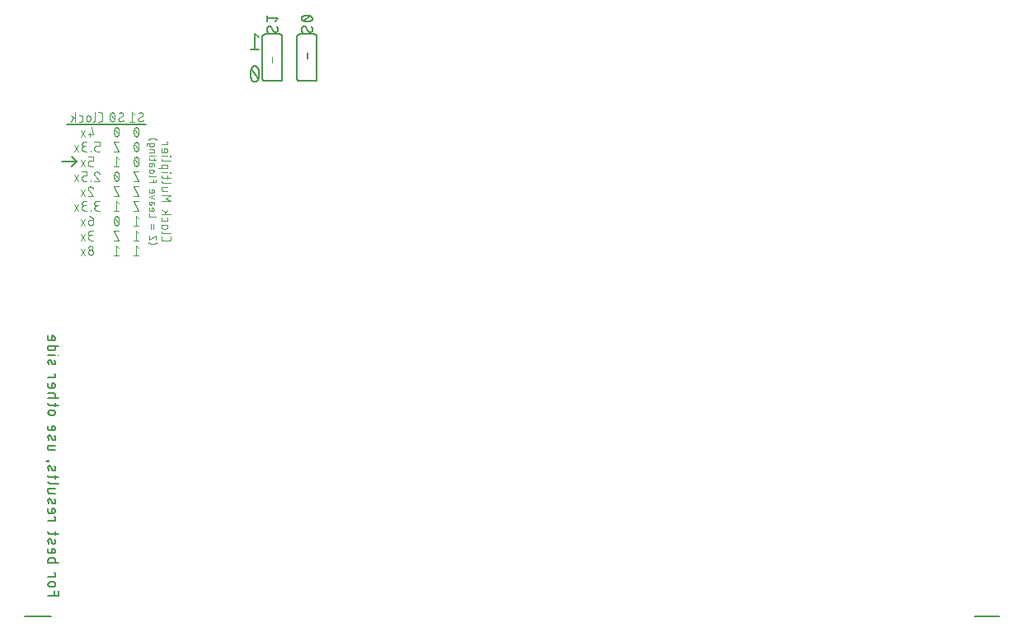
<source format=gbr>
G04 EAGLE Gerber RS-274X export*
G75*
%MOMM*%
%FSLAX34Y34*%
%LPD*%
%INSilkscreen Bottom*%
%IPPOS*%
%AMOC8*
5,1,8,0,0,1.08239X$1,22.5*%
G01*
%ADD10C,0.177800*%
%ADD11C,0.152400*%
%ADD12C,0.076200*%
%ADD13C,0.127000*%
%ADD14C,0.000000*%


D10*
X5969Y5969D02*
X16891Y5969D01*
X16891Y10823D01*
X12037Y10823D02*
X12037Y5969D01*
X10823Y15308D02*
X8396Y15308D01*
X10823Y15308D02*
X10921Y15310D01*
X11018Y15316D01*
X11116Y15326D01*
X11212Y15339D01*
X11308Y15357D01*
X11404Y15379D01*
X11498Y15404D01*
X11592Y15433D01*
X11684Y15466D01*
X11774Y15502D01*
X11863Y15542D01*
X11951Y15586D01*
X12036Y15633D01*
X12120Y15684D01*
X12202Y15738D01*
X12281Y15795D01*
X12358Y15855D01*
X12432Y15918D01*
X12504Y15985D01*
X12573Y16054D01*
X12640Y16126D01*
X12703Y16200D01*
X12763Y16277D01*
X12820Y16356D01*
X12874Y16438D01*
X12925Y16521D01*
X12972Y16607D01*
X13016Y16695D01*
X13056Y16784D01*
X13092Y16874D01*
X13125Y16966D01*
X13154Y17060D01*
X13179Y17154D01*
X13201Y17250D01*
X13219Y17346D01*
X13232Y17442D01*
X13242Y17540D01*
X13248Y17637D01*
X13250Y17735D01*
X13248Y17833D01*
X13242Y17930D01*
X13232Y18028D01*
X13219Y18124D01*
X13201Y18220D01*
X13179Y18316D01*
X13154Y18410D01*
X13125Y18504D01*
X13092Y18596D01*
X13056Y18686D01*
X13016Y18775D01*
X12972Y18863D01*
X12925Y18948D01*
X12874Y19032D01*
X12820Y19114D01*
X12763Y19193D01*
X12703Y19270D01*
X12640Y19344D01*
X12573Y19416D01*
X12504Y19485D01*
X12432Y19552D01*
X12358Y19615D01*
X12281Y19675D01*
X12202Y19732D01*
X12120Y19786D01*
X12037Y19837D01*
X11951Y19884D01*
X11863Y19928D01*
X11774Y19968D01*
X11684Y20004D01*
X11592Y20037D01*
X11498Y20066D01*
X11404Y20091D01*
X11308Y20113D01*
X11212Y20131D01*
X11116Y20144D01*
X11018Y20154D01*
X10921Y20160D01*
X10823Y20162D01*
X8396Y20162D01*
X8298Y20160D01*
X8201Y20154D01*
X8103Y20144D01*
X8007Y20131D01*
X7911Y20113D01*
X7815Y20091D01*
X7721Y20066D01*
X7627Y20037D01*
X7535Y20004D01*
X7445Y19968D01*
X7356Y19928D01*
X7268Y19884D01*
X7183Y19837D01*
X7099Y19786D01*
X7017Y19732D01*
X6938Y19675D01*
X6861Y19615D01*
X6787Y19552D01*
X6715Y19485D01*
X6646Y19416D01*
X6579Y19344D01*
X6516Y19270D01*
X6456Y19193D01*
X6399Y19114D01*
X6345Y19032D01*
X6294Y18949D01*
X6247Y18863D01*
X6203Y18775D01*
X6163Y18686D01*
X6127Y18596D01*
X6094Y18504D01*
X6065Y18410D01*
X6040Y18316D01*
X6018Y18220D01*
X6000Y18124D01*
X5987Y18028D01*
X5977Y17930D01*
X5971Y17833D01*
X5969Y17735D01*
X5971Y17637D01*
X5977Y17540D01*
X5987Y17442D01*
X6000Y17346D01*
X6018Y17250D01*
X6040Y17154D01*
X6065Y17060D01*
X6094Y16966D01*
X6127Y16874D01*
X6163Y16784D01*
X6203Y16695D01*
X6247Y16607D01*
X6294Y16522D01*
X6345Y16438D01*
X6399Y16356D01*
X6456Y16277D01*
X6516Y16200D01*
X6579Y16126D01*
X6646Y16054D01*
X6715Y15985D01*
X6787Y15918D01*
X6861Y15855D01*
X6938Y15795D01*
X7017Y15738D01*
X7099Y15684D01*
X7182Y15633D01*
X7268Y15586D01*
X7356Y15542D01*
X7445Y15502D01*
X7535Y15466D01*
X7627Y15433D01*
X7721Y15404D01*
X7815Y15379D01*
X7911Y15357D01*
X8007Y15339D01*
X8103Y15326D01*
X8201Y15316D01*
X8298Y15310D01*
X8396Y15308D01*
X5969Y25686D02*
X13250Y25686D01*
X13250Y29327D01*
X12037Y29327D01*
X16891Y39773D02*
X5969Y39773D01*
X5969Y42806D01*
X5971Y42890D01*
X5977Y42974D01*
X5986Y43057D01*
X6000Y43140D01*
X6017Y43223D01*
X6038Y43304D01*
X6063Y43384D01*
X6092Y43463D01*
X6124Y43541D01*
X6160Y43617D01*
X6199Y43692D01*
X6242Y43764D01*
X6287Y43835D01*
X6337Y43903D01*
X6389Y43969D01*
X6444Y44032D01*
X6502Y44093D01*
X6563Y44151D01*
X6626Y44206D01*
X6692Y44258D01*
X6760Y44307D01*
X6831Y44353D01*
X6903Y44396D01*
X6978Y44435D01*
X7054Y44471D01*
X7132Y44503D01*
X7211Y44532D01*
X7291Y44557D01*
X7372Y44578D01*
X7455Y44595D01*
X7538Y44609D01*
X7621Y44618D01*
X7705Y44624D01*
X7789Y44626D01*
X7789Y44627D02*
X11430Y44627D01*
X11430Y44626D02*
X11514Y44624D01*
X11598Y44618D01*
X11681Y44609D01*
X11764Y44595D01*
X11847Y44578D01*
X11928Y44557D01*
X12008Y44532D01*
X12087Y44503D01*
X12165Y44471D01*
X12241Y44435D01*
X12316Y44396D01*
X12388Y44353D01*
X12459Y44307D01*
X12527Y44258D01*
X12593Y44206D01*
X12656Y44151D01*
X12717Y44093D01*
X12775Y44032D01*
X12830Y43969D01*
X12882Y43903D01*
X12931Y43835D01*
X12977Y43764D01*
X13020Y43692D01*
X13059Y43617D01*
X13095Y43541D01*
X13127Y43463D01*
X13156Y43384D01*
X13181Y43304D01*
X13202Y43223D01*
X13219Y43140D01*
X13233Y43057D01*
X13242Y42974D01*
X13248Y42890D01*
X13250Y42806D01*
X13250Y39773D01*
X5969Y51418D02*
X5969Y54452D01*
X5969Y51418D02*
X5971Y51334D01*
X5977Y51250D01*
X5986Y51167D01*
X6000Y51084D01*
X6017Y51001D01*
X6038Y50920D01*
X6063Y50840D01*
X6092Y50761D01*
X6124Y50683D01*
X6160Y50607D01*
X6199Y50532D01*
X6242Y50460D01*
X6288Y50389D01*
X6337Y50321D01*
X6389Y50255D01*
X6444Y50192D01*
X6502Y50131D01*
X6563Y50073D01*
X6626Y50018D01*
X6692Y49966D01*
X6760Y49917D01*
X6831Y49871D01*
X6903Y49828D01*
X6978Y49789D01*
X7054Y49753D01*
X7132Y49721D01*
X7211Y49692D01*
X7291Y49667D01*
X7372Y49646D01*
X7455Y49629D01*
X7538Y49615D01*
X7621Y49606D01*
X7705Y49600D01*
X7789Y49598D01*
X10823Y49598D01*
X10921Y49600D01*
X11018Y49606D01*
X11116Y49616D01*
X11212Y49629D01*
X11308Y49647D01*
X11404Y49669D01*
X11498Y49694D01*
X11592Y49723D01*
X11684Y49756D01*
X11774Y49792D01*
X11863Y49832D01*
X11951Y49876D01*
X12036Y49923D01*
X12120Y49974D01*
X12202Y50028D01*
X12281Y50085D01*
X12358Y50145D01*
X12432Y50208D01*
X12504Y50275D01*
X12573Y50344D01*
X12640Y50416D01*
X12703Y50490D01*
X12763Y50567D01*
X12820Y50646D01*
X12874Y50728D01*
X12925Y50811D01*
X12972Y50897D01*
X13016Y50985D01*
X13056Y51074D01*
X13092Y51164D01*
X13125Y51256D01*
X13154Y51350D01*
X13179Y51444D01*
X13201Y51540D01*
X13219Y51636D01*
X13232Y51732D01*
X13242Y51830D01*
X13248Y51927D01*
X13250Y52025D01*
X13248Y52123D01*
X13242Y52220D01*
X13232Y52318D01*
X13219Y52414D01*
X13201Y52510D01*
X13179Y52606D01*
X13154Y52700D01*
X13125Y52794D01*
X13092Y52886D01*
X13056Y52976D01*
X13016Y53065D01*
X12972Y53153D01*
X12925Y53238D01*
X12874Y53322D01*
X12820Y53404D01*
X12763Y53483D01*
X12703Y53560D01*
X12640Y53634D01*
X12573Y53706D01*
X12504Y53775D01*
X12432Y53842D01*
X12358Y53905D01*
X12281Y53965D01*
X12202Y54022D01*
X12120Y54076D01*
X12037Y54127D01*
X11951Y54174D01*
X11863Y54218D01*
X11774Y54258D01*
X11684Y54294D01*
X11592Y54327D01*
X11498Y54356D01*
X11404Y54381D01*
X11308Y54403D01*
X11212Y54421D01*
X11116Y54434D01*
X11018Y54444D01*
X10921Y54450D01*
X10823Y54452D01*
X9610Y54452D01*
X9610Y49598D01*
X10216Y60414D02*
X9003Y63448D01*
X10217Y60414D02*
X10247Y60342D01*
X10281Y60272D01*
X10319Y60204D01*
X10360Y60138D01*
X10404Y60073D01*
X10452Y60012D01*
X10502Y59952D01*
X10555Y59895D01*
X10611Y59841D01*
X10670Y59790D01*
X10731Y59741D01*
X10795Y59696D01*
X10860Y59654D01*
X10928Y59615D01*
X10997Y59579D01*
X11068Y59548D01*
X11141Y59519D01*
X11215Y59494D01*
X11290Y59473D01*
X11366Y59456D01*
X11443Y59443D01*
X11520Y59433D01*
X11598Y59427D01*
X11676Y59425D01*
X11754Y59427D01*
X11831Y59433D01*
X11909Y59442D01*
X11985Y59456D01*
X12062Y59473D01*
X12137Y59494D01*
X12211Y59518D01*
X12283Y59547D01*
X12354Y59578D01*
X12424Y59614D01*
X12492Y59652D01*
X12557Y59694D01*
X12621Y59740D01*
X12682Y59788D01*
X12741Y59839D01*
X12797Y59893D01*
X12850Y59950D01*
X12901Y60009D01*
X12948Y60071D01*
X12992Y60135D01*
X13033Y60202D01*
X13071Y60270D01*
X13106Y60340D01*
X13137Y60411D01*
X13164Y60484D01*
X13187Y60559D01*
X13207Y60634D01*
X13223Y60710D01*
X13236Y60787D01*
X13244Y60865D01*
X13249Y60943D01*
X13250Y61020D01*
X13251Y61020D02*
X13247Y61186D01*
X13239Y61352D01*
X13226Y61517D01*
X13210Y61682D01*
X13190Y61846D01*
X13166Y62010D01*
X13137Y62173D01*
X13105Y62336D01*
X13069Y62498D01*
X13030Y62658D01*
X12986Y62818D01*
X12938Y62977D01*
X12887Y63135D01*
X12832Y63291D01*
X12773Y63446D01*
X12711Y63599D01*
X12644Y63751D01*
X9002Y63447D02*
X8972Y63519D01*
X8938Y63589D01*
X8900Y63657D01*
X8859Y63723D01*
X8815Y63788D01*
X8767Y63849D01*
X8717Y63909D01*
X8664Y63966D01*
X8608Y64020D01*
X8549Y64071D01*
X8488Y64120D01*
X8424Y64165D01*
X8359Y64207D01*
X8291Y64246D01*
X8222Y64282D01*
X8151Y64313D01*
X8078Y64342D01*
X8004Y64367D01*
X7929Y64388D01*
X7853Y64405D01*
X7776Y64418D01*
X7699Y64428D01*
X7621Y64434D01*
X7543Y64436D01*
X7465Y64434D01*
X7388Y64428D01*
X7310Y64419D01*
X7234Y64405D01*
X7157Y64388D01*
X7082Y64367D01*
X7008Y64343D01*
X6936Y64314D01*
X6865Y64283D01*
X6795Y64247D01*
X6727Y64209D01*
X6662Y64167D01*
X6598Y64121D01*
X6537Y64073D01*
X6478Y64022D01*
X6422Y63968D01*
X6369Y63911D01*
X6318Y63852D01*
X6271Y63790D01*
X6227Y63726D01*
X6186Y63659D01*
X6148Y63591D01*
X6113Y63521D01*
X6082Y63450D01*
X6055Y63377D01*
X6032Y63302D01*
X6012Y63227D01*
X5996Y63151D01*
X5983Y63074D01*
X5975Y62996D01*
X5970Y62918D01*
X5969Y62841D01*
X5975Y62598D01*
X5988Y62355D01*
X6005Y62112D01*
X6029Y61870D01*
X6058Y61628D01*
X6093Y61387D01*
X6134Y61147D01*
X6180Y60908D01*
X6232Y60670D01*
X6290Y60434D01*
X6353Y60199D01*
X6422Y59965D01*
X6496Y59734D01*
X6576Y59504D01*
X13250Y68365D02*
X13250Y72006D01*
X16891Y69579D02*
X7789Y69579D01*
X7705Y69581D01*
X7621Y69587D01*
X7538Y69596D01*
X7455Y69610D01*
X7372Y69627D01*
X7291Y69648D01*
X7211Y69673D01*
X7132Y69702D01*
X7054Y69734D01*
X6978Y69770D01*
X6903Y69809D01*
X6831Y69852D01*
X6760Y69898D01*
X6692Y69947D01*
X6626Y69999D01*
X6563Y70054D01*
X6502Y70112D01*
X6444Y70173D01*
X6389Y70236D01*
X6337Y70302D01*
X6287Y70370D01*
X6242Y70441D01*
X6199Y70513D01*
X6160Y70588D01*
X6124Y70664D01*
X6092Y70742D01*
X6063Y70821D01*
X6038Y70901D01*
X6017Y70982D01*
X6000Y71065D01*
X5986Y71148D01*
X5977Y71231D01*
X5971Y71315D01*
X5969Y71399D01*
X5969Y72006D01*
X5969Y83217D02*
X13250Y83217D01*
X13250Y86857D01*
X12037Y86857D01*
X5969Y92566D02*
X5969Y95600D01*
X5969Y92566D02*
X5971Y92482D01*
X5977Y92398D01*
X5986Y92315D01*
X6000Y92232D01*
X6017Y92149D01*
X6038Y92068D01*
X6063Y91988D01*
X6092Y91909D01*
X6124Y91831D01*
X6160Y91755D01*
X6199Y91680D01*
X6242Y91608D01*
X6288Y91537D01*
X6337Y91469D01*
X6389Y91403D01*
X6444Y91340D01*
X6502Y91279D01*
X6563Y91221D01*
X6626Y91166D01*
X6692Y91114D01*
X6760Y91065D01*
X6831Y91019D01*
X6903Y90976D01*
X6978Y90937D01*
X7054Y90901D01*
X7132Y90869D01*
X7211Y90840D01*
X7291Y90815D01*
X7372Y90794D01*
X7455Y90777D01*
X7538Y90763D01*
X7621Y90754D01*
X7705Y90748D01*
X7789Y90746D01*
X7789Y90745D02*
X10823Y90745D01*
X10823Y90746D02*
X10921Y90748D01*
X11018Y90754D01*
X11116Y90764D01*
X11212Y90777D01*
X11308Y90795D01*
X11404Y90817D01*
X11498Y90842D01*
X11592Y90871D01*
X11684Y90904D01*
X11774Y90940D01*
X11863Y90980D01*
X11951Y91024D01*
X12036Y91071D01*
X12120Y91122D01*
X12202Y91176D01*
X12281Y91233D01*
X12358Y91293D01*
X12432Y91356D01*
X12504Y91423D01*
X12573Y91492D01*
X12640Y91564D01*
X12703Y91638D01*
X12763Y91715D01*
X12820Y91794D01*
X12874Y91876D01*
X12925Y91959D01*
X12972Y92045D01*
X13016Y92133D01*
X13056Y92222D01*
X13092Y92312D01*
X13125Y92404D01*
X13154Y92498D01*
X13179Y92592D01*
X13201Y92688D01*
X13219Y92784D01*
X13232Y92880D01*
X13242Y92978D01*
X13248Y93075D01*
X13250Y93173D01*
X13248Y93271D01*
X13242Y93368D01*
X13232Y93466D01*
X13219Y93562D01*
X13201Y93658D01*
X13179Y93754D01*
X13154Y93848D01*
X13125Y93942D01*
X13092Y94034D01*
X13056Y94124D01*
X13016Y94213D01*
X12972Y94301D01*
X12925Y94386D01*
X12874Y94470D01*
X12820Y94552D01*
X12763Y94631D01*
X12703Y94708D01*
X12640Y94782D01*
X12573Y94854D01*
X12504Y94923D01*
X12432Y94990D01*
X12358Y95053D01*
X12281Y95113D01*
X12202Y95170D01*
X12120Y95224D01*
X12037Y95275D01*
X11951Y95322D01*
X11863Y95366D01*
X11774Y95406D01*
X11684Y95442D01*
X11592Y95475D01*
X11498Y95504D01*
X11404Y95529D01*
X11308Y95551D01*
X11212Y95569D01*
X11116Y95582D01*
X11018Y95592D01*
X10921Y95598D01*
X10823Y95600D01*
X9610Y95600D01*
X9610Y90745D01*
X10216Y101562D02*
X9003Y104595D01*
X10217Y101562D02*
X10247Y101490D01*
X10281Y101420D01*
X10319Y101352D01*
X10360Y101286D01*
X10404Y101221D01*
X10452Y101160D01*
X10502Y101100D01*
X10555Y101043D01*
X10611Y100989D01*
X10670Y100938D01*
X10731Y100889D01*
X10795Y100844D01*
X10860Y100802D01*
X10928Y100763D01*
X10997Y100727D01*
X11068Y100696D01*
X11141Y100667D01*
X11215Y100642D01*
X11290Y100621D01*
X11366Y100604D01*
X11443Y100591D01*
X11520Y100581D01*
X11598Y100575D01*
X11676Y100573D01*
X11754Y100575D01*
X11831Y100581D01*
X11909Y100590D01*
X11985Y100604D01*
X12062Y100621D01*
X12137Y100642D01*
X12211Y100666D01*
X12283Y100695D01*
X12354Y100726D01*
X12424Y100762D01*
X12492Y100800D01*
X12557Y100842D01*
X12621Y100888D01*
X12682Y100936D01*
X12741Y100987D01*
X12797Y101041D01*
X12850Y101098D01*
X12901Y101157D01*
X12948Y101219D01*
X12992Y101283D01*
X13033Y101350D01*
X13071Y101418D01*
X13106Y101488D01*
X13137Y101559D01*
X13164Y101632D01*
X13187Y101707D01*
X13207Y101782D01*
X13223Y101858D01*
X13236Y101935D01*
X13244Y102013D01*
X13249Y102091D01*
X13250Y102168D01*
X13251Y102168D02*
X13247Y102334D01*
X13239Y102500D01*
X13226Y102665D01*
X13210Y102830D01*
X13190Y102994D01*
X13166Y103158D01*
X13137Y103321D01*
X13105Y103484D01*
X13069Y103646D01*
X13030Y103806D01*
X12986Y103966D01*
X12938Y104125D01*
X12887Y104283D01*
X12832Y104439D01*
X12773Y104594D01*
X12711Y104747D01*
X12644Y104899D01*
X9002Y104595D02*
X8972Y104667D01*
X8938Y104737D01*
X8900Y104805D01*
X8859Y104871D01*
X8815Y104936D01*
X8767Y104997D01*
X8717Y105057D01*
X8664Y105114D01*
X8608Y105168D01*
X8549Y105219D01*
X8488Y105268D01*
X8424Y105313D01*
X8359Y105355D01*
X8291Y105394D01*
X8222Y105430D01*
X8151Y105461D01*
X8078Y105490D01*
X8004Y105515D01*
X7929Y105536D01*
X7853Y105553D01*
X7776Y105566D01*
X7699Y105576D01*
X7621Y105582D01*
X7543Y105584D01*
X7465Y105582D01*
X7388Y105576D01*
X7310Y105567D01*
X7234Y105553D01*
X7157Y105536D01*
X7082Y105515D01*
X7008Y105491D01*
X6936Y105462D01*
X6865Y105431D01*
X6795Y105395D01*
X6727Y105357D01*
X6662Y105315D01*
X6598Y105269D01*
X6537Y105221D01*
X6478Y105170D01*
X6422Y105116D01*
X6369Y105059D01*
X6318Y105000D01*
X6271Y104938D01*
X6227Y104874D01*
X6186Y104807D01*
X6148Y104739D01*
X6113Y104669D01*
X6082Y104598D01*
X6055Y104525D01*
X6032Y104450D01*
X6012Y104375D01*
X5996Y104299D01*
X5983Y104222D01*
X5975Y104144D01*
X5970Y104066D01*
X5969Y103989D01*
X5975Y103746D01*
X5988Y103503D01*
X6005Y103260D01*
X6029Y103018D01*
X6058Y102776D01*
X6093Y102535D01*
X6134Y102295D01*
X6180Y102056D01*
X6232Y101818D01*
X6290Y101582D01*
X6353Y101347D01*
X6422Y101113D01*
X6496Y100882D01*
X6576Y100652D01*
X7789Y110938D02*
X13250Y110938D01*
X7789Y110939D02*
X7705Y110941D01*
X7621Y110947D01*
X7538Y110956D01*
X7455Y110970D01*
X7372Y110987D01*
X7291Y111008D01*
X7211Y111033D01*
X7132Y111062D01*
X7054Y111094D01*
X6978Y111130D01*
X6903Y111169D01*
X6831Y111212D01*
X6760Y111258D01*
X6692Y111307D01*
X6626Y111359D01*
X6563Y111414D01*
X6502Y111472D01*
X6444Y111533D01*
X6389Y111596D01*
X6337Y111662D01*
X6288Y111730D01*
X6242Y111801D01*
X6199Y111873D01*
X6160Y111948D01*
X6124Y112024D01*
X6092Y112102D01*
X6063Y112181D01*
X6038Y112261D01*
X6017Y112342D01*
X6000Y112425D01*
X5986Y112508D01*
X5977Y112591D01*
X5971Y112675D01*
X5969Y112759D01*
X5969Y115793D01*
X13250Y115793D01*
X16891Y121288D02*
X7789Y121288D01*
X7789Y121289D02*
X7705Y121291D01*
X7621Y121297D01*
X7538Y121306D01*
X7455Y121320D01*
X7372Y121337D01*
X7291Y121358D01*
X7211Y121383D01*
X7132Y121412D01*
X7054Y121444D01*
X6978Y121480D01*
X6903Y121519D01*
X6831Y121562D01*
X6760Y121608D01*
X6692Y121657D01*
X6626Y121709D01*
X6563Y121764D01*
X6502Y121822D01*
X6444Y121883D01*
X6389Y121946D01*
X6337Y122012D01*
X6288Y122080D01*
X6242Y122151D01*
X6199Y122223D01*
X6160Y122298D01*
X6124Y122374D01*
X6092Y122452D01*
X6063Y122531D01*
X6038Y122611D01*
X6017Y122692D01*
X6000Y122775D01*
X5986Y122858D01*
X5977Y122941D01*
X5971Y123025D01*
X5969Y123109D01*
X13250Y126277D02*
X13250Y129918D01*
X16891Y127491D02*
X7789Y127491D01*
X7705Y127493D01*
X7621Y127499D01*
X7538Y127508D01*
X7455Y127522D01*
X7372Y127539D01*
X7291Y127560D01*
X7211Y127585D01*
X7132Y127614D01*
X7054Y127646D01*
X6978Y127682D01*
X6903Y127721D01*
X6831Y127764D01*
X6760Y127810D01*
X6692Y127859D01*
X6626Y127911D01*
X6563Y127966D01*
X6502Y128024D01*
X6444Y128085D01*
X6389Y128148D01*
X6337Y128214D01*
X6287Y128282D01*
X6242Y128353D01*
X6199Y128425D01*
X6160Y128500D01*
X6124Y128576D01*
X6092Y128654D01*
X6063Y128733D01*
X6038Y128813D01*
X6017Y128894D01*
X6000Y128977D01*
X5986Y129060D01*
X5977Y129143D01*
X5971Y129227D01*
X5969Y129311D01*
X5969Y129918D01*
X10216Y135470D02*
X9003Y138504D01*
X10217Y135471D02*
X10247Y135399D01*
X10281Y135329D01*
X10319Y135261D01*
X10360Y135195D01*
X10404Y135130D01*
X10452Y135069D01*
X10502Y135009D01*
X10555Y134952D01*
X10611Y134898D01*
X10670Y134847D01*
X10731Y134798D01*
X10795Y134753D01*
X10860Y134711D01*
X10928Y134672D01*
X10997Y134636D01*
X11068Y134605D01*
X11141Y134576D01*
X11215Y134551D01*
X11290Y134530D01*
X11366Y134513D01*
X11443Y134500D01*
X11520Y134490D01*
X11598Y134484D01*
X11676Y134482D01*
X11754Y134484D01*
X11831Y134490D01*
X11909Y134499D01*
X11985Y134513D01*
X12062Y134530D01*
X12137Y134551D01*
X12211Y134575D01*
X12283Y134604D01*
X12354Y134635D01*
X12424Y134671D01*
X12492Y134709D01*
X12557Y134751D01*
X12621Y134797D01*
X12682Y134845D01*
X12741Y134896D01*
X12797Y134950D01*
X12850Y135007D01*
X12901Y135066D01*
X12948Y135128D01*
X12992Y135192D01*
X13033Y135259D01*
X13071Y135327D01*
X13106Y135397D01*
X13137Y135468D01*
X13164Y135541D01*
X13187Y135616D01*
X13207Y135691D01*
X13223Y135767D01*
X13236Y135844D01*
X13244Y135922D01*
X13249Y136000D01*
X13250Y136077D01*
X13251Y136077D02*
X13247Y136243D01*
X13239Y136409D01*
X13226Y136574D01*
X13210Y136739D01*
X13190Y136903D01*
X13166Y137067D01*
X13137Y137230D01*
X13105Y137393D01*
X13069Y137555D01*
X13030Y137715D01*
X12986Y137875D01*
X12938Y138034D01*
X12887Y138192D01*
X12832Y138348D01*
X12773Y138503D01*
X12711Y138656D01*
X12644Y138808D01*
X9002Y138504D02*
X8972Y138576D01*
X8938Y138646D01*
X8900Y138714D01*
X8859Y138780D01*
X8815Y138845D01*
X8767Y138906D01*
X8717Y138966D01*
X8664Y139023D01*
X8608Y139077D01*
X8549Y139128D01*
X8488Y139177D01*
X8424Y139222D01*
X8359Y139264D01*
X8291Y139303D01*
X8222Y139339D01*
X8151Y139370D01*
X8078Y139399D01*
X8004Y139424D01*
X7929Y139445D01*
X7853Y139462D01*
X7776Y139475D01*
X7699Y139485D01*
X7621Y139491D01*
X7543Y139493D01*
X7465Y139491D01*
X7388Y139485D01*
X7310Y139476D01*
X7234Y139462D01*
X7157Y139445D01*
X7082Y139424D01*
X7008Y139400D01*
X6936Y139371D01*
X6865Y139340D01*
X6795Y139304D01*
X6727Y139266D01*
X6662Y139224D01*
X6598Y139178D01*
X6537Y139130D01*
X6478Y139079D01*
X6422Y139025D01*
X6369Y138968D01*
X6318Y138909D01*
X6271Y138847D01*
X6227Y138783D01*
X6186Y138716D01*
X6148Y138648D01*
X6113Y138578D01*
X6082Y138507D01*
X6055Y138434D01*
X6032Y138359D01*
X6012Y138284D01*
X5996Y138208D01*
X5983Y138131D01*
X5975Y138053D01*
X5970Y137975D01*
X5969Y137898D01*
X5975Y137655D01*
X5988Y137412D01*
X6005Y137169D01*
X6029Y136927D01*
X6058Y136685D01*
X6093Y136444D01*
X6134Y136204D01*
X6180Y135965D01*
X6232Y135727D01*
X6290Y135491D01*
X6353Y135256D01*
X6422Y135022D01*
X6496Y134791D01*
X6576Y134561D01*
X5969Y143864D02*
X5969Y144470D01*
X5969Y143864D02*
X6576Y143864D01*
X6576Y144470D01*
X5969Y144470D01*
X3542Y143560D01*
X7789Y155515D02*
X13250Y155515D01*
X7789Y155516D02*
X7705Y155518D01*
X7621Y155524D01*
X7538Y155533D01*
X7455Y155547D01*
X7372Y155564D01*
X7291Y155585D01*
X7211Y155610D01*
X7132Y155639D01*
X7054Y155671D01*
X6978Y155707D01*
X6903Y155746D01*
X6831Y155789D01*
X6760Y155835D01*
X6692Y155884D01*
X6626Y155936D01*
X6563Y155991D01*
X6502Y156049D01*
X6444Y156110D01*
X6389Y156173D01*
X6337Y156239D01*
X6288Y156307D01*
X6242Y156378D01*
X6199Y156450D01*
X6160Y156525D01*
X6124Y156601D01*
X6092Y156679D01*
X6063Y156758D01*
X6038Y156838D01*
X6017Y156919D01*
X6000Y157002D01*
X5986Y157085D01*
X5977Y157168D01*
X5971Y157252D01*
X5969Y157336D01*
X5969Y160369D01*
X13250Y160369D01*
X10216Y166712D02*
X9003Y169746D01*
X10217Y166713D02*
X10247Y166641D01*
X10281Y166571D01*
X10319Y166503D01*
X10360Y166437D01*
X10404Y166372D01*
X10452Y166311D01*
X10502Y166251D01*
X10555Y166194D01*
X10611Y166140D01*
X10670Y166089D01*
X10731Y166040D01*
X10795Y165995D01*
X10860Y165953D01*
X10928Y165914D01*
X10997Y165878D01*
X11068Y165847D01*
X11141Y165818D01*
X11215Y165793D01*
X11290Y165772D01*
X11366Y165755D01*
X11443Y165742D01*
X11520Y165732D01*
X11598Y165726D01*
X11676Y165724D01*
X11754Y165726D01*
X11831Y165732D01*
X11909Y165741D01*
X11985Y165755D01*
X12062Y165772D01*
X12137Y165793D01*
X12211Y165817D01*
X12283Y165846D01*
X12354Y165877D01*
X12424Y165913D01*
X12492Y165951D01*
X12557Y165993D01*
X12621Y166039D01*
X12682Y166087D01*
X12741Y166138D01*
X12797Y166192D01*
X12850Y166249D01*
X12901Y166308D01*
X12948Y166370D01*
X12992Y166434D01*
X13033Y166501D01*
X13071Y166569D01*
X13106Y166639D01*
X13137Y166710D01*
X13164Y166783D01*
X13187Y166858D01*
X13207Y166933D01*
X13223Y167009D01*
X13236Y167086D01*
X13244Y167164D01*
X13249Y167242D01*
X13250Y167319D01*
X13251Y167319D02*
X13247Y167485D01*
X13239Y167651D01*
X13226Y167816D01*
X13210Y167981D01*
X13190Y168145D01*
X13166Y168309D01*
X13137Y168472D01*
X13105Y168635D01*
X13069Y168797D01*
X13030Y168957D01*
X12986Y169117D01*
X12938Y169276D01*
X12887Y169434D01*
X12832Y169590D01*
X12773Y169745D01*
X12711Y169898D01*
X12644Y170050D01*
X9002Y169746D02*
X8972Y169818D01*
X8938Y169888D01*
X8900Y169956D01*
X8859Y170022D01*
X8815Y170087D01*
X8767Y170148D01*
X8717Y170208D01*
X8664Y170265D01*
X8608Y170319D01*
X8549Y170370D01*
X8488Y170419D01*
X8424Y170464D01*
X8359Y170506D01*
X8291Y170545D01*
X8222Y170581D01*
X8151Y170612D01*
X8078Y170641D01*
X8004Y170666D01*
X7929Y170687D01*
X7853Y170704D01*
X7776Y170717D01*
X7699Y170727D01*
X7621Y170733D01*
X7543Y170735D01*
X7465Y170733D01*
X7388Y170727D01*
X7310Y170718D01*
X7234Y170704D01*
X7157Y170687D01*
X7082Y170666D01*
X7008Y170642D01*
X6936Y170613D01*
X6865Y170582D01*
X6795Y170546D01*
X6727Y170508D01*
X6662Y170466D01*
X6598Y170420D01*
X6537Y170372D01*
X6478Y170321D01*
X6422Y170267D01*
X6369Y170210D01*
X6318Y170151D01*
X6271Y170089D01*
X6227Y170025D01*
X6186Y169958D01*
X6148Y169890D01*
X6113Y169820D01*
X6082Y169749D01*
X6055Y169676D01*
X6032Y169601D01*
X6012Y169526D01*
X5996Y169450D01*
X5983Y169373D01*
X5975Y169295D01*
X5970Y169217D01*
X5969Y169140D01*
X5969Y169139D02*
X5975Y168896D01*
X5988Y168653D01*
X6005Y168410D01*
X6029Y168168D01*
X6058Y167926D01*
X6093Y167685D01*
X6134Y167445D01*
X6180Y167206D01*
X6232Y166968D01*
X6290Y166732D01*
X6353Y166497D01*
X6422Y166263D01*
X6496Y166032D01*
X6576Y165802D01*
X5969Y177529D02*
X5969Y180562D01*
X5969Y177529D02*
X5971Y177445D01*
X5977Y177361D01*
X5986Y177278D01*
X6000Y177195D01*
X6017Y177112D01*
X6038Y177031D01*
X6063Y176951D01*
X6092Y176872D01*
X6124Y176794D01*
X6160Y176718D01*
X6199Y176643D01*
X6242Y176571D01*
X6288Y176500D01*
X6337Y176432D01*
X6389Y176366D01*
X6444Y176303D01*
X6502Y176242D01*
X6563Y176184D01*
X6626Y176129D01*
X6692Y176077D01*
X6760Y176028D01*
X6831Y175982D01*
X6903Y175939D01*
X6978Y175900D01*
X7054Y175864D01*
X7132Y175832D01*
X7211Y175803D01*
X7291Y175778D01*
X7372Y175757D01*
X7455Y175740D01*
X7538Y175726D01*
X7621Y175717D01*
X7705Y175711D01*
X7789Y175709D01*
X7789Y175708D02*
X10823Y175708D01*
X10921Y175710D01*
X11018Y175716D01*
X11116Y175726D01*
X11212Y175739D01*
X11308Y175757D01*
X11404Y175779D01*
X11498Y175804D01*
X11592Y175833D01*
X11684Y175866D01*
X11774Y175902D01*
X11863Y175942D01*
X11951Y175986D01*
X12036Y176033D01*
X12120Y176084D01*
X12202Y176138D01*
X12281Y176195D01*
X12358Y176255D01*
X12432Y176318D01*
X12504Y176385D01*
X12573Y176454D01*
X12640Y176526D01*
X12703Y176600D01*
X12763Y176677D01*
X12820Y176756D01*
X12874Y176838D01*
X12925Y176922D01*
X12972Y177007D01*
X13016Y177095D01*
X13056Y177184D01*
X13092Y177274D01*
X13125Y177366D01*
X13154Y177460D01*
X13179Y177554D01*
X13201Y177650D01*
X13219Y177746D01*
X13232Y177842D01*
X13242Y177940D01*
X13248Y178037D01*
X13250Y178135D01*
X13248Y178233D01*
X13242Y178330D01*
X13232Y178428D01*
X13219Y178524D01*
X13201Y178620D01*
X13179Y178716D01*
X13154Y178810D01*
X13125Y178904D01*
X13092Y178996D01*
X13056Y179086D01*
X13016Y179175D01*
X12972Y179263D01*
X12925Y179348D01*
X12874Y179432D01*
X12820Y179514D01*
X12763Y179593D01*
X12703Y179670D01*
X12640Y179744D01*
X12573Y179816D01*
X12504Y179885D01*
X12432Y179952D01*
X12358Y180015D01*
X12281Y180075D01*
X12202Y180132D01*
X12120Y180186D01*
X12037Y180237D01*
X11951Y180284D01*
X11863Y180328D01*
X11774Y180368D01*
X11684Y180404D01*
X11592Y180437D01*
X11498Y180466D01*
X11404Y180491D01*
X11308Y180513D01*
X11212Y180531D01*
X11116Y180544D01*
X11018Y180554D01*
X10921Y180560D01*
X10823Y180562D01*
X9610Y180562D01*
X9610Y175708D01*
X8396Y191710D02*
X10823Y191710D01*
X10921Y191712D01*
X11018Y191718D01*
X11116Y191728D01*
X11212Y191741D01*
X11308Y191759D01*
X11404Y191781D01*
X11498Y191806D01*
X11592Y191835D01*
X11684Y191868D01*
X11774Y191904D01*
X11863Y191944D01*
X11951Y191988D01*
X12036Y192035D01*
X12120Y192086D01*
X12202Y192140D01*
X12281Y192197D01*
X12358Y192257D01*
X12432Y192320D01*
X12504Y192387D01*
X12573Y192456D01*
X12640Y192528D01*
X12703Y192602D01*
X12763Y192679D01*
X12820Y192758D01*
X12874Y192840D01*
X12925Y192924D01*
X12972Y193009D01*
X13016Y193097D01*
X13056Y193186D01*
X13092Y193276D01*
X13125Y193368D01*
X13154Y193462D01*
X13179Y193556D01*
X13201Y193652D01*
X13219Y193748D01*
X13232Y193844D01*
X13242Y193942D01*
X13248Y194039D01*
X13250Y194137D01*
X13248Y194235D01*
X13242Y194332D01*
X13232Y194430D01*
X13219Y194526D01*
X13201Y194622D01*
X13179Y194718D01*
X13154Y194812D01*
X13125Y194906D01*
X13092Y194998D01*
X13056Y195088D01*
X13016Y195177D01*
X12972Y195265D01*
X12925Y195350D01*
X12874Y195434D01*
X12820Y195516D01*
X12763Y195595D01*
X12703Y195672D01*
X12640Y195746D01*
X12573Y195818D01*
X12504Y195887D01*
X12432Y195954D01*
X12358Y196017D01*
X12281Y196077D01*
X12202Y196134D01*
X12120Y196188D01*
X12037Y196239D01*
X11951Y196286D01*
X11863Y196330D01*
X11774Y196370D01*
X11684Y196406D01*
X11592Y196439D01*
X11498Y196468D01*
X11404Y196493D01*
X11308Y196515D01*
X11212Y196533D01*
X11116Y196546D01*
X11018Y196556D01*
X10921Y196562D01*
X10823Y196564D01*
X8396Y196564D01*
X8298Y196562D01*
X8201Y196556D01*
X8103Y196546D01*
X8007Y196533D01*
X7911Y196515D01*
X7815Y196493D01*
X7721Y196468D01*
X7627Y196439D01*
X7535Y196406D01*
X7445Y196370D01*
X7356Y196330D01*
X7268Y196286D01*
X7183Y196239D01*
X7099Y196188D01*
X7017Y196134D01*
X6938Y196077D01*
X6861Y196017D01*
X6787Y195954D01*
X6715Y195887D01*
X6646Y195818D01*
X6579Y195746D01*
X6516Y195672D01*
X6456Y195595D01*
X6399Y195516D01*
X6345Y195434D01*
X6294Y195351D01*
X6247Y195265D01*
X6203Y195177D01*
X6163Y195088D01*
X6127Y194998D01*
X6094Y194906D01*
X6065Y194812D01*
X6040Y194718D01*
X6018Y194622D01*
X6000Y194526D01*
X5987Y194430D01*
X5977Y194332D01*
X5971Y194235D01*
X5969Y194137D01*
X5971Y194039D01*
X5977Y193942D01*
X5987Y193844D01*
X6000Y193748D01*
X6018Y193652D01*
X6040Y193556D01*
X6065Y193462D01*
X6094Y193368D01*
X6127Y193276D01*
X6163Y193186D01*
X6203Y193097D01*
X6247Y193009D01*
X6294Y192924D01*
X6345Y192840D01*
X6399Y192758D01*
X6456Y192679D01*
X6516Y192602D01*
X6579Y192528D01*
X6646Y192456D01*
X6715Y192387D01*
X6787Y192320D01*
X6861Y192257D01*
X6938Y192197D01*
X7017Y192140D01*
X7099Y192086D01*
X7182Y192035D01*
X7268Y191988D01*
X7356Y191944D01*
X7445Y191904D01*
X7535Y191868D01*
X7627Y191835D01*
X7721Y191806D01*
X7815Y191781D01*
X7911Y191759D01*
X8007Y191741D01*
X8103Y191728D01*
X8201Y191718D01*
X8298Y191712D01*
X8396Y191710D01*
X13250Y200572D02*
X13250Y204213D01*
X16891Y201785D02*
X7789Y201785D01*
X7789Y201786D02*
X7705Y201788D01*
X7621Y201794D01*
X7538Y201803D01*
X7455Y201817D01*
X7372Y201834D01*
X7291Y201855D01*
X7211Y201880D01*
X7132Y201909D01*
X7054Y201941D01*
X6978Y201977D01*
X6903Y202016D01*
X6831Y202059D01*
X6760Y202105D01*
X6692Y202154D01*
X6626Y202206D01*
X6563Y202261D01*
X6502Y202319D01*
X6444Y202380D01*
X6389Y202443D01*
X6337Y202509D01*
X6287Y202577D01*
X6242Y202648D01*
X6199Y202720D01*
X6160Y202795D01*
X6124Y202871D01*
X6092Y202949D01*
X6063Y203028D01*
X6038Y203108D01*
X6017Y203189D01*
X6000Y203272D01*
X5986Y203355D01*
X5977Y203438D01*
X5971Y203522D01*
X5969Y203606D01*
X5969Y204213D01*
X5969Y209236D02*
X16891Y209236D01*
X13250Y209236D02*
X13250Y212270D01*
X13248Y212354D01*
X13242Y212438D01*
X13233Y212521D01*
X13219Y212604D01*
X13202Y212687D01*
X13181Y212768D01*
X13156Y212848D01*
X13127Y212927D01*
X13095Y213005D01*
X13059Y213081D01*
X13020Y213156D01*
X12977Y213228D01*
X12931Y213299D01*
X12882Y213367D01*
X12830Y213433D01*
X12775Y213496D01*
X12717Y213557D01*
X12656Y213615D01*
X12593Y213670D01*
X12527Y213722D01*
X12459Y213771D01*
X12388Y213817D01*
X12316Y213860D01*
X12241Y213899D01*
X12165Y213935D01*
X12087Y213967D01*
X12008Y213996D01*
X11928Y214021D01*
X11847Y214042D01*
X11764Y214059D01*
X11681Y214073D01*
X11598Y214082D01*
X11514Y214088D01*
X11430Y214090D01*
X5969Y214090D01*
X5969Y221343D02*
X5969Y224377D01*
X5969Y221343D02*
X5971Y221259D01*
X5977Y221175D01*
X5986Y221092D01*
X6000Y221009D01*
X6017Y220926D01*
X6038Y220845D01*
X6063Y220765D01*
X6092Y220686D01*
X6124Y220608D01*
X6160Y220532D01*
X6199Y220457D01*
X6242Y220385D01*
X6288Y220314D01*
X6337Y220246D01*
X6389Y220180D01*
X6444Y220117D01*
X6502Y220056D01*
X6563Y219998D01*
X6626Y219943D01*
X6692Y219891D01*
X6760Y219842D01*
X6831Y219796D01*
X6903Y219753D01*
X6978Y219714D01*
X7054Y219678D01*
X7132Y219646D01*
X7211Y219617D01*
X7291Y219592D01*
X7372Y219571D01*
X7455Y219554D01*
X7538Y219540D01*
X7621Y219531D01*
X7705Y219525D01*
X7789Y219523D01*
X10823Y219523D01*
X10921Y219525D01*
X11018Y219531D01*
X11116Y219541D01*
X11212Y219554D01*
X11308Y219572D01*
X11404Y219594D01*
X11498Y219619D01*
X11592Y219648D01*
X11684Y219681D01*
X11774Y219717D01*
X11863Y219757D01*
X11951Y219801D01*
X12036Y219848D01*
X12120Y219899D01*
X12202Y219953D01*
X12281Y220010D01*
X12358Y220070D01*
X12432Y220133D01*
X12504Y220200D01*
X12573Y220269D01*
X12640Y220341D01*
X12703Y220415D01*
X12763Y220492D01*
X12820Y220571D01*
X12874Y220653D01*
X12925Y220737D01*
X12972Y220822D01*
X13016Y220910D01*
X13056Y220999D01*
X13092Y221089D01*
X13125Y221181D01*
X13154Y221275D01*
X13179Y221369D01*
X13201Y221465D01*
X13219Y221561D01*
X13232Y221657D01*
X13242Y221755D01*
X13248Y221852D01*
X13250Y221950D01*
X13248Y222048D01*
X13242Y222145D01*
X13232Y222243D01*
X13219Y222339D01*
X13201Y222435D01*
X13179Y222531D01*
X13154Y222625D01*
X13125Y222719D01*
X13092Y222811D01*
X13056Y222901D01*
X13016Y222990D01*
X12972Y223078D01*
X12925Y223163D01*
X12874Y223247D01*
X12820Y223329D01*
X12763Y223408D01*
X12703Y223485D01*
X12640Y223559D01*
X12573Y223631D01*
X12504Y223700D01*
X12432Y223767D01*
X12358Y223830D01*
X12281Y223890D01*
X12202Y223947D01*
X12120Y224001D01*
X12037Y224052D01*
X11951Y224099D01*
X11863Y224143D01*
X11774Y224183D01*
X11684Y224219D01*
X11592Y224252D01*
X11498Y224281D01*
X11404Y224306D01*
X11308Y224328D01*
X11212Y224346D01*
X11116Y224359D01*
X11018Y224369D01*
X10921Y224375D01*
X10823Y224377D01*
X9610Y224377D01*
X9610Y219523D01*
X13250Y229901D02*
X5969Y229901D01*
X13250Y229901D02*
X13250Y233542D01*
X12037Y233542D01*
X10216Y244436D02*
X9003Y247470D01*
X10217Y244436D02*
X10247Y244364D01*
X10281Y244294D01*
X10319Y244226D01*
X10360Y244160D01*
X10404Y244095D01*
X10452Y244034D01*
X10502Y243974D01*
X10555Y243917D01*
X10611Y243863D01*
X10670Y243812D01*
X10731Y243763D01*
X10795Y243718D01*
X10860Y243676D01*
X10928Y243637D01*
X10997Y243601D01*
X11068Y243570D01*
X11141Y243541D01*
X11215Y243516D01*
X11290Y243495D01*
X11366Y243478D01*
X11443Y243465D01*
X11520Y243455D01*
X11598Y243449D01*
X11676Y243447D01*
X11754Y243449D01*
X11831Y243455D01*
X11909Y243464D01*
X11985Y243478D01*
X12062Y243495D01*
X12137Y243516D01*
X12211Y243540D01*
X12283Y243569D01*
X12354Y243600D01*
X12424Y243636D01*
X12492Y243674D01*
X12557Y243716D01*
X12621Y243762D01*
X12682Y243810D01*
X12741Y243861D01*
X12797Y243915D01*
X12850Y243972D01*
X12901Y244031D01*
X12948Y244093D01*
X12992Y244157D01*
X13033Y244224D01*
X13071Y244292D01*
X13106Y244362D01*
X13137Y244433D01*
X13164Y244506D01*
X13187Y244581D01*
X13207Y244656D01*
X13223Y244732D01*
X13236Y244809D01*
X13244Y244887D01*
X13249Y244965D01*
X13250Y245042D01*
X13251Y245043D02*
X13247Y245209D01*
X13239Y245375D01*
X13226Y245540D01*
X13210Y245705D01*
X13190Y245869D01*
X13166Y246033D01*
X13137Y246196D01*
X13105Y246359D01*
X13069Y246521D01*
X13030Y246681D01*
X12986Y246841D01*
X12938Y247000D01*
X12887Y247158D01*
X12832Y247314D01*
X12773Y247469D01*
X12711Y247622D01*
X12644Y247774D01*
X9002Y247470D02*
X8972Y247542D01*
X8938Y247612D01*
X8900Y247680D01*
X8859Y247746D01*
X8815Y247811D01*
X8767Y247872D01*
X8717Y247932D01*
X8664Y247989D01*
X8608Y248043D01*
X8549Y248094D01*
X8488Y248143D01*
X8424Y248188D01*
X8359Y248230D01*
X8291Y248269D01*
X8222Y248305D01*
X8151Y248336D01*
X8078Y248365D01*
X8004Y248390D01*
X7929Y248411D01*
X7853Y248428D01*
X7776Y248441D01*
X7699Y248451D01*
X7621Y248457D01*
X7543Y248459D01*
X7465Y248457D01*
X7388Y248451D01*
X7310Y248442D01*
X7234Y248428D01*
X7157Y248411D01*
X7082Y248390D01*
X7008Y248366D01*
X6936Y248337D01*
X6865Y248306D01*
X6795Y248270D01*
X6727Y248232D01*
X6662Y248190D01*
X6598Y248144D01*
X6537Y248096D01*
X6478Y248045D01*
X6422Y247991D01*
X6369Y247934D01*
X6318Y247875D01*
X6271Y247813D01*
X6227Y247749D01*
X6186Y247682D01*
X6148Y247614D01*
X6113Y247544D01*
X6082Y247473D01*
X6055Y247400D01*
X6032Y247325D01*
X6012Y247250D01*
X5996Y247174D01*
X5983Y247097D01*
X5975Y247019D01*
X5970Y246941D01*
X5969Y246864D01*
X5969Y246863D02*
X5975Y246620D01*
X5988Y246377D01*
X6005Y246134D01*
X6029Y245892D01*
X6058Y245650D01*
X6093Y245409D01*
X6134Y245169D01*
X6180Y244930D01*
X6232Y244692D01*
X6290Y244456D01*
X6353Y244221D01*
X6422Y243987D01*
X6496Y243756D01*
X6576Y243526D01*
X5969Y253192D02*
X13250Y253192D01*
X16284Y252889D02*
X16891Y252889D01*
X16891Y253495D01*
X16284Y253495D01*
X16284Y252889D01*
X16891Y262777D02*
X5969Y262777D01*
X5969Y259743D01*
X5971Y259659D01*
X5977Y259575D01*
X5986Y259492D01*
X6000Y259409D01*
X6017Y259326D01*
X6038Y259245D01*
X6063Y259165D01*
X6092Y259086D01*
X6124Y259008D01*
X6160Y258932D01*
X6199Y258857D01*
X6242Y258785D01*
X6288Y258714D01*
X6337Y258646D01*
X6389Y258580D01*
X6444Y258517D01*
X6502Y258456D01*
X6563Y258398D01*
X6626Y258343D01*
X6692Y258291D01*
X6760Y258242D01*
X6831Y258196D01*
X6903Y258153D01*
X6978Y258114D01*
X7054Y258078D01*
X7132Y258046D01*
X7211Y258017D01*
X7291Y257992D01*
X7372Y257971D01*
X7455Y257954D01*
X7538Y257940D01*
X7621Y257931D01*
X7705Y257925D01*
X7789Y257923D01*
X11430Y257923D01*
X11514Y257925D01*
X11598Y257931D01*
X11681Y257940D01*
X11764Y257954D01*
X11847Y257971D01*
X11928Y257992D01*
X12008Y258017D01*
X12087Y258046D01*
X12165Y258078D01*
X12241Y258114D01*
X12316Y258153D01*
X12388Y258196D01*
X12459Y258242D01*
X12527Y258291D01*
X12593Y258343D01*
X12656Y258398D01*
X12717Y258456D01*
X12775Y258517D01*
X12830Y258580D01*
X12882Y258646D01*
X12931Y258714D01*
X12977Y258785D01*
X13020Y258857D01*
X13059Y258932D01*
X13095Y259008D01*
X13127Y259086D01*
X13156Y259165D01*
X13181Y259245D01*
X13202Y259326D01*
X13219Y259409D01*
X13233Y259492D01*
X13242Y259575D01*
X13248Y259659D01*
X13250Y259743D01*
X13250Y262777D01*
X5969Y270111D02*
X5969Y273145D01*
X5969Y270111D02*
X5971Y270027D01*
X5977Y269943D01*
X5986Y269860D01*
X6000Y269777D01*
X6017Y269694D01*
X6038Y269613D01*
X6063Y269533D01*
X6092Y269454D01*
X6124Y269376D01*
X6160Y269300D01*
X6199Y269225D01*
X6242Y269153D01*
X6288Y269082D01*
X6337Y269014D01*
X6389Y268948D01*
X6444Y268885D01*
X6502Y268824D01*
X6563Y268766D01*
X6626Y268711D01*
X6692Y268659D01*
X6760Y268610D01*
X6831Y268564D01*
X6903Y268521D01*
X6978Y268482D01*
X7054Y268446D01*
X7132Y268414D01*
X7211Y268385D01*
X7291Y268360D01*
X7372Y268339D01*
X7455Y268322D01*
X7538Y268308D01*
X7621Y268299D01*
X7705Y268293D01*
X7789Y268291D01*
X10823Y268291D01*
X10921Y268293D01*
X11018Y268299D01*
X11116Y268309D01*
X11212Y268322D01*
X11308Y268340D01*
X11404Y268362D01*
X11498Y268387D01*
X11592Y268416D01*
X11684Y268449D01*
X11774Y268485D01*
X11863Y268525D01*
X11951Y268569D01*
X12036Y268616D01*
X12120Y268667D01*
X12202Y268721D01*
X12281Y268778D01*
X12358Y268838D01*
X12432Y268901D01*
X12504Y268968D01*
X12573Y269037D01*
X12640Y269109D01*
X12703Y269183D01*
X12763Y269260D01*
X12820Y269339D01*
X12874Y269421D01*
X12925Y269505D01*
X12972Y269590D01*
X13016Y269678D01*
X13056Y269767D01*
X13092Y269857D01*
X13125Y269949D01*
X13154Y270043D01*
X13179Y270137D01*
X13201Y270233D01*
X13219Y270329D01*
X13232Y270425D01*
X13242Y270523D01*
X13248Y270620D01*
X13250Y270718D01*
X13248Y270816D01*
X13242Y270913D01*
X13232Y271011D01*
X13219Y271107D01*
X13201Y271203D01*
X13179Y271299D01*
X13154Y271393D01*
X13125Y271487D01*
X13092Y271579D01*
X13056Y271669D01*
X13016Y271758D01*
X12972Y271846D01*
X12925Y271932D01*
X12874Y272015D01*
X12820Y272097D01*
X12763Y272176D01*
X12703Y272253D01*
X12640Y272327D01*
X12573Y272399D01*
X12504Y272468D01*
X12432Y272535D01*
X12358Y272598D01*
X12281Y272658D01*
X12202Y272715D01*
X12120Y272769D01*
X12037Y272820D01*
X11951Y272867D01*
X11863Y272911D01*
X11774Y272951D01*
X11684Y272987D01*
X11592Y273020D01*
X11498Y273049D01*
X11404Y273074D01*
X11308Y273096D01*
X11212Y273114D01*
X11116Y273127D01*
X11018Y273137D01*
X10921Y273143D01*
X10823Y273145D01*
X9610Y273145D01*
X9610Y268291D01*
D11*
X222758Y579826D02*
X218242Y583438D01*
X218242Y567182D01*
X213727Y567182D02*
X222758Y567182D01*
X221403Y548160D02*
X221540Y547871D01*
X221670Y547579D01*
X221793Y547283D01*
X221908Y546985D01*
X222017Y546684D01*
X222118Y546381D01*
X222212Y546075D01*
X222299Y545768D01*
X222378Y545458D01*
X222450Y545146D01*
X222514Y544833D01*
X222571Y544518D01*
X222621Y544202D01*
X222663Y543885D01*
X222697Y543567D01*
X222724Y543249D01*
X222743Y542929D01*
X222754Y542610D01*
X222758Y542290D01*
X221403Y548161D02*
X221364Y548269D01*
X221321Y548376D01*
X221275Y548481D01*
X221224Y548585D01*
X221171Y548687D01*
X221114Y548787D01*
X221053Y548885D01*
X220989Y548980D01*
X220922Y549074D01*
X220851Y549165D01*
X220778Y549254D01*
X220701Y549340D01*
X220622Y549423D01*
X220540Y549504D01*
X220455Y549582D01*
X220367Y549656D01*
X220277Y549728D01*
X220185Y549796D01*
X220090Y549862D01*
X219993Y549924D01*
X219894Y549982D01*
X219792Y550038D01*
X219690Y550089D01*
X219585Y550137D01*
X219479Y550182D01*
X219371Y550223D01*
X219262Y550260D01*
X219152Y550293D01*
X219040Y550322D01*
X218928Y550348D01*
X218815Y550370D01*
X218701Y550387D01*
X218587Y550401D01*
X218472Y550411D01*
X218357Y550417D01*
X218242Y550419D01*
X218242Y550418D02*
X218127Y550416D01*
X218012Y550410D01*
X217897Y550400D01*
X217783Y550386D01*
X217669Y550369D01*
X217556Y550347D01*
X217444Y550321D01*
X217332Y550292D01*
X217222Y550259D01*
X217113Y550222D01*
X217005Y550181D01*
X216899Y550136D01*
X216795Y550088D01*
X216692Y550037D01*
X216591Y549981D01*
X216491Y549923D01*
X216394Y549861D01*
X216300Y549796D01*
X216207Y549727D01*
X216117Y549655D01*
X216029Y549581D01*
X215944Y549503D01*
X215862Y549422D01*
X215783Y549339D01*
X215706Y549253D01*
X215633Y549164D01*
X215562Y549073D01*
X215495Y548979D01*
X215431Y548884D01*
X215370Y548786D01*
X215313Y548686D01*
X215260Y548584D01*
X215209Y548480D01*
X215163Y548375D01*
X215120Y548268D01*
X215081Y548160D01*
X215082Y548160D02*
X214945Y547871D01*
X214815Y547579D01*
X214692Y547283D01*
X214577Y546985D01*
X214468Y546684D01*
X214367Y546381D01*
X214273Y546075D01*
X214186Y545768D01*
X214107Y545458D01*
X214035Y545146D01*
X213971Y544833D01*
X213914Y544518D01*
X213864Y544202D01*
X213822Y543885D01*
X213788Y543567D01*
X213761Y543249D01*
X213742Y542929D01*
X213731Y542610D01*
X213727Y542290D01*
X222758Y542290D02*
X222754Y541970D01*
X222743Y541651D01*
X222724Y541331D01*
X222697Y541013D01*
X222663Y540695D01*
X222621Y540378D01*
X222571Y540062D01*
X222514Y539747D01*
X222450Y539434D01*
X222378Y539122D01*
X222299Y538812D01*
X222212Y538505D01*
X222118Y538199D01*
X222017Y537896D01*
X221908Y537595D01*
X221793Y537297D01*
X221670Y537001D01*
X221540Y536709D01*
X221403Y536420D01*
X221364Y536312D01*
X221321Y536205D01*
X221275Y536100D01*
X221224Y535996D01*
X221171Y535894D01*
X221114Y535794D01*
X221053Y535696D01*
X220989Y535601D01*
X220922Y535507D01*
X220851Y535416D01*
X220778Y535327D01*
X220701Y535241D01*
X220622Y535158D01*
X220540Y535077D01*
X220455Y534999D01*
X220367Y534925D01*
X220277Y534853D01*
X220184Y534784D01*
X220090Y534719D01*
X219993Y534657D01*
X219893Y534599D01*
X219792Y534543D01*
X219690Y534492D01*
X219585Y534444D01*
X219479Y534399D01*
X219371Y534358D01*
X219262Y534321D01*
X219152Y534288D01*
X219040Y534259D01*
X218928Y534233D01*
X218815Y534211D01*
X218701Y534194D01*
X218587Y534180D01*
X218472Y534170D01*
X218357Y534164D01*
X218242Y534162D01*
X215082Y536420D02*
X214945Y536709D01*
X214815Y537001D01*
X214692Y537297D01*
X214577Y537595D01*
X214468Y537896D01*
X214367Y538199D01*
X214273Y538505D01*
X214186Y538812D01*
X214107Y539122D01*
X214035Y539434D01*
X213971Y539747D01*
X213914Y540062D01*
X213864Y540378D01*
X213822Y540695D01*
X213788Y541013D01*
X213761Y541331D01*
X213742Y541651D01*
X213731Y541970D01*
X213727Y542290D01*
X215081Y536420D02*
X215120Y536312D01*
X215163Y536205D01*
X215209Y536100D01*
X215260Y535996D01*
X215313Y535894D01*
X215371Y535794D01*
X215431Y535696D01*
X215495Y535601D01*
X215562Y535507D01*
X215633Y535416D01*
X215706Y535327D01*
X215783Y535241D01*
X215862Y535158D01*
X215944Y535077D01*
X216029Y534999D01*
X216117Y534925D01*
X216207Y534853D01*
X216300Y534784D01*
X216394Y534719D01*
X216491Y534657D01*
X216591Y534599D01*
X216692Y534543D01*
X216795Y534492D01*
X216899Y534444D01*
X217005Y534399D01*
X217113Y534358D01*
X217222Y534321D01*
X217332Y534288D01*
X217444Y534259D01*
X217556Y534233D01*
X217669Y534211D01*
X217783Y534194D01*
X217897Y534180D01*
X218012Y534170D01*
X218127Y534164D01*
X218242Y534162D01*
X221855Y537774D02*
X214630Y546806D01*
D12*
X100417Y493141D02*
X100328Y493143D01*
X100240Y493149D01*
X100152Y493158D01*
X100064Y493171D01*
X99977Y493188D01*
X99891Y493208D01*
X99806Y493233D01*
X99721Y493260D01*
X99638Y493292D01*
X99557Y493326D01*
X99477Y493365D01*
X99399Y493406D01*
X99322Y493451D01*
X99248Y493499D01*
X99175Y493550D01*
X99105Y493604D01*
X99038Y493662D01*
X98972Y493722D01*
X98910Y493784D01*
X98850Y493850D01*
X98792Y493917D01*
X98738Y493987D01*
X98687Y494060D01*
X98639Y494134D01*
X98594Y494211D01*
X98553Y494289D01*
X98514Y494369D01*
X98480Y494450D01*
X98448Y494533D01*
X98421Y494618D01*
X98396Y494703D01*
X98376Y494789D01*
X98359Y494876D01*
X98346Y494964D01*
X98337Y495052D01*
X98331Y495140D01*
X98329Y495229D01*
X100417Y493141D02*
X100546Y493143D01*
X100675Y493149D01*
X100804Y493158D01*
X100932Y493171D01*
X101060Y493188D01*
X101187Y493209D01*
X101314Y493233D01*
X101440Y493261D01*
X101565Y493293D01*
X101689Y493328D01*
X101812Y493367D01*
X101934Y493410D01*
X102054Y493456D01*
X102173Y493506D01*
X102291Y493559D01*
X102407Y493615D01*
X102521Y493675D01*
X102634Y493738D01*
X102744Y493805D01*
X102853Y493874D01*
X102959Y493947D01*
X103064Y494023D01*
X103166Y494102D01*
X103266Y494184D01*
X103363Y494268D01*
X103458Y494356D01*
X103550Y494446D01*
X103289Y500451D02*
X103287Y500540D01*
X103281Y500628D01*
X103272Y500716D01*
X103259Y500804D01*
X103242Y500891D01*
X103222Y500977D01*
X103197Y501062D01*
X103170Y501147D01*
X103138Y501230D01*
X103104Y501311D01*
X103065Y501391D01*
X103024Y501469D01*
X102979Y501546D01*
X102931Y501620D01*
X102880Y501693D01*
X102826Y501763D01*
X102768Y501830D01*
X102708Y501896D01*
X102646Y501958D01*
X102580Y502018D01*
X102513Y502076D01*
X102443Y502130D01*
X102370Y502181D01*
X102296Y502229D01*
X102219Y502274D01*
X102141Y502315D01*
X102061Y502354D01*
X101980Y502388D01*
X101897Y502420D01*
X101812Y502447D01*
X101727Y502472D01*
X101641Y502492D01*
X101554Y502509D01*
X101466Y502522D01*
X101378Y502531D01*
X101290Y502537D01*
X101201Y502539D01*
X101081Y502537D01*
X100961Y502532D01*
X100842Y502522D01*
X100722Y502510D01*
X100603Y502493D01*
X100485Y502473D01*
X100367Y502449D01*
X100251Y502422D01*
X100135Y502391D01*
X100020Y502357D01*
X99906Y502319D01*
X99793Y502277D01*
X99682Y502232D01*
X99572Y502184D01*
X99464Y502133D01*
X99357Y502078D01*
X99252Y502020D01*
X99149Y501958D01*
X99048Y501894D01*
X98948Y501826D01*
X98851Y501756D01*
X102245Y498624D02*
X102323Y498672D01*
X102399Y498724D01*
X102472Y498778D01*
X102543Y498836D01*
X102612Y498897D01*
X102678Y498961D01*
X102741Y499028D01*
X102801Y499097D01*
X102858Y499169D01*
X102912Y499243D01*
X102962Y499320D01*
X103010Y499399D01*
X103053Y499479D01*
X103094Y499562D01*
X103130Y499646D01*
X103163Y499731D01*
X103192Y499818D01*
X103218Y499907D01*
X103240Y499996D01*
X103257Y500086D01*
X103271Y500176D01*
X103281Y500268D01*
X103287Y500359D01*
X103289Y500451D01*
X99373Y497056D02*
X99295Y497008D01*
X99219Y496956D01*
X99146Y496902D01*
X99075Y496844D01*
X99006Y496783D01*
X98940Y496719D01*
X98877Y496652D01*
X98817Y496583D01*
X98760Y496511D01*
X98706Y496437D01*
X98656Y496360D01*
X98608Y496281D01*
X98565Y496201D01*
X98524Y496118D01*
X98488Y496034D01*
X98455Y495949D01*
X98426Y495862D01*
X98400Y495773D01*
X98378Y495684D01*
X98361Y495594D01*
X98347Y495504D01*
X98337Y495412D01*
X98331Y495321D01*
X98329Y495229D01*
X99373Y497057D02*
X102245Y498623D01*
X94711Y500451D02*
X92100Y502539D01*
X92100Y493141D01*
X89490Y493141D02*
X94711Y493141D01*
X98348Y485994D02*
X98427Y485827D01*
X98502Y485658D01*
X98573Y485487D01*
X98640Y485315D01*
X98702Y485141D01*
X98761Y484965D01*
X98815Y484789D01*
X98865Y484611D01*
X98911Y484431D01*
X98953Y484251D01*
X98990Y484070D01*
X99023Y483888D01*
X99052Y483706D01*
X99076Y483522D01*
X99096Y483338D01*
X99111Y483154D01*
X99122Y482970D01*
X99129Y482785D01*
X99131Y482600D01*
X98348Y485994D02*
X98318Y486074D01*
X98285Y486153D01*
X98248Y486230D01*
X98208Y486306D01*
X98165Y486380D01*
X98119Y486452D01*
X98069Y486521D01*
X98017Y486589D01*
X97961Y486654D01*
X97903Y486717D01*
X97841Y486776D01*
X97778Y486834D01*
X97711Y486888D01*
X97643Y486939D01*
X97572Y486987D01*
X97499Y487032D01*
X97425Y487074D01*
X97348Y487112D01*
X97270Y487147D01*
X97191Y487179D01*
X97110Y487207D01*
X97028Y487231D01*
X96944Y487252D01*
X96861Y487269D01*
X96776Y487282D01*
X96691Y487291D01*
X96606Y487297D01*
X96520Y487299D01*
X96434Y487297D01*
X96349Y487291D01*
X96264Y487282D01*
X96179Y487269D01*
X96096Y487252D01*
X96012Y487231D01*
X95930Y487207D01*
X95850Y487179D01*
X95770Y487147D01*
X95692Y487112D01*
X95615Y487074D01*
X95541Y487032D01*
X95468Y486987D01*
X95397Y486939D01*
X95329Y486888D01*
X95262Y486834D01*
X95199Y486776D01*
X95138Y486717D01*
X95079Y486654D01*
X95024Y486589D01*
X94971Y486521D01*
X94921Y486452D01*
X94875Y486380D01*
X94832Y486306D01*
X94792Y486230D01*
X94755Y486153D01*
X94722Y486074D01*
X94692Y485994D01*
X94613Y485827D01*
X94538Y485658D01*
X94467Y485487D01*
X94400Y485315D01*
X94338Y485141D01*
X94279Y484965D01*
X94225Y484789D01*
X94175Y484611D01*
X94129Y484431D01*
X94087Y484251D01*
X94050Y484070D01*
X94017Y483888D01*
X93988Y483706D01*
X93964Y483522D01*
X93944Y483338D01*
X93929Y483154D01*
X93918Y482970D01*
X93911Y482785D01*
X93909Y482600D01*
X99131Y482600D02*
X99129Y482415D01*
X99122Y482230D01*
X99111Y482046D01*
X99096Y481862D01*
X99076Y481678D01*
X99052Y481494D01*
X99023Y481312D01*
X98990Y481130D01*
X98953Y480949D01*
X98911Y480769D01*
X98865Y480589D01*
X98815Y480411D01*
X98761Y480235D01*
X98702Y480059D01*
X98640Y479885D01*
X98573Y479713D01*
X98502Y479542D01*
X98427Y479373D01*
X98348Y479206D01*
X98318Y479126D01*
X98285Y479047D01*
X98248Y478970D01*
X98208Y478894D01*
X98165Y478820D01*
X98119Y478748D01*
X98069Y478679D01*
X98016Y478611D01*
X97961Y478546D01*
X97902Y478483D01*
X97841Y478424D01*
X97778Y478366D01*
X97711Y478312D01*
X97643Y478261D01*
X97572Y478213D01*
X97499Y478168D01*
X97425Y478126D01*
X97348Y478088D01*
X97270Y478053D01*
X97191Y478021D01*
X97110Y477993D01*
X97028Y477969D01*
X96944Y477948D01*
X96861Y477931D01*
X96776Y477918D01*
X96691Y477909D01*
X96606Y477903D01*
X96520Y477901D01*
X94692Y479206D02*
X94613Y479373D01*
X94538Y479542D01*
X94467Y479713D01*
X94400Y479885D01*
X94338Y480059D01*
X94279Y480235D01*
X94225Y480411D01*
X94175Y480589D01*
X94129Y480769D01*
X94087Y480949D01*
X94050Y481130D01*
X94017Y481312D01*
X93988Y481494D01*
X93964Y481678D01*
X93944Y481862D01*
X93929Y482046D01*
X93918Y482230D01*
X93911Y482415D01*
X93909Y482600D01*
X94692Y479206D02*
X94722Y479126D01*
X94755Y479047D01*
X94792Y478970D01*
X94832Y478894D01*
X94875Y478820D01*
X94921Y478748D01*
X94971Y478679D01*
X95024Y478611D01*
X95079Y478546D01*
X95138Y478483D01*
X95199Y478424D01*
X95262Y478366D01*
X95329Y478312D01*
X95397Y478261D01*
X95468Y478213D01*
X95541Y478168D01*
X95615Y478126D01*
X95692Y478088D01*
X95770Y478053D01*
X95850Y478021D01*
X95930Y477993D01*
X96012Y477969D01*
X96096Y477948D01*
X96179Y477931D01*
X96264Y477918D01*
X96349Y477909D01*
X96434Y477903D01*
X96520Y477901D01*
X98608Y479989D02*
X94432Y485211D01*
X98348Y470754D02*
X98427Y470587D01*
X98502Y470418D01*
X98573Y470247D01*
X98640Y470075D01*
X98702Y469901D01*
X98761Y469725D01*
X98815Y469549D01*
X98865Y469371D01*
X98911Y469191D01*
X98953Y469011D01*
X98990Y468830D01*
X99023Y468648D01*
X99052Y468466D01*
X99076Y468282D01*
X99096Y468098D01*
X99111Y467914D01*
X99122Y467730D01*
X99129Y467545D01*
X99131Y467360D01*
X98348Y470754D02*
X98318Y470834D01*
X98285Y470913D01*
X98248Y470990D01*
X98208Y471066D01*
X98165Y471140D01*
X98119Y471212D01*
X98069Y471281D01*
X98017Y471349D01*
X97961Y471414D01*
X97903Y471477D01*
X97841Y471536D01*
X97778Y471594D01*
X97711Y471648D01*
X97643Y471699D01*
X97572Y471747D01*
X97499Y471792D01*
X97425Y471834D01*
X97348Y471872D01*
X97270Y471907D01*
X97191Y471939D01*
X97110Y471967D01*
X97028Y471991D01*
X96944Y472012D01*
X96861Y472029D01*
X96776Y472042D01*
X96691Y472051D01*
X96606Y472057D01*
X96520Y472059D01*
X96434Y472057D01*
X96349Y472051D01*
X96264Y472042D01*
X96179Y472029D01*
X96096Y472012D01*
X96012Y471991D01*
X95930Y471967D01*
X95850Y471939D01*
X95770Y471907D01*
X95692Y471872D01*
X95615Y471834D01*
X95541Y471792D01*
X95468Y471747D01*
X95397Y471699D01*
X95329Y471648D01*
X95262Y471594D01*
X95199Y471536D01*
X95138Y471477D01*
X95079Y471414D01*
X95024Y471349D01*
X94971Y471281D01*
X94921Y471212D01*
X94875Y471140D01*
X94832Y471066D01*
X94792Y470990D01*
X94755Y470913D01*
X94722Y470834D01*
X94692Y470754D01*
X94613Y470587D01*
X94538Y470418D01*
X94467Y470247D01*
X94400Y470075D01*
X94338Y469901D01*
X94279Y469725D01*
X94225Y469549D01*
X94175Y469371D01*
X94129Y469191D01*
X94087Y469011D01*
X94050Y468830D01*
X94017Y468648D01*
X93988Y468466D01*
X93964Y468282D01*
X93944Y468098D01*
X93929Y467914D01*
X93918Y467730D01*
X93911Y467545D01*
X93909Y467360D01*
X99131Y467360D02*
X99129Y467175D01*
X99122Y466990D01*
X99111Y466806D01*
X99096Y466622D01*
X99076Y466438D01*
X99052Y466254D01*
X99023Y466072D01*
X98990Y465890D01*
X98953Y465709D01*
X98911Y465529D01*
X98865Y465349D01*
X98815Y465171D01*
X98761Y464995D01*
X98702Y464819D01*
X98640Y464645D01*
X98573Y464473D01*
X98502Y464302D01*
X98427Y464133D01*
X98348Y463966D01*
X98318Y463886D01*
X98285Y463807D01*
X98248Y463730D01*
X98208Y463654D01*
X98165Y463580D01*
X98119Y463508D01*
X98069Y463439D01*
X98016Y463371D01*
X97961Y463306D01*
X97902Y463243D01*
X97841Y463184D01*
X97778Y463126D01*
X97711Y463072D01*
X97643Y463021D01*
X97572Y462973D01*
X97499Y462928D01*
X97425Y462886D01*
X97348Y462848D01*
X97270Y462813D01*
X97191Y462781D01*
X97110Y462753D01*
X97028Y462729D01*
X96944Y462708D01*
X96861Y462691D01*
X96776Y462678D01*
X96691Y462669D01*
X96606Y462663D01*
X96520Y462661D01*
X94692Y463966D02*
X94613Y464133D01*
X94538Y464302D01*
X94467Y464473D01*
X94400Y464645D01*
X94338Y464819D01*
X94279Y464995D01*
X94225Y465171D01*
X94175Y465349D01*
X94129Y465529D01*
X94087Y465709D01*
X94050Y465890D01*
X94017Y466072D01*
X93988Y466254D01*
X93964Y466438D01*
X93944Y466622D01*
X93929Y466806D01*
X93918Y466990D01*
X93911Y467175D01*
X93909Y467360D01*
X94692Y463966D02*
X94722Y463886D01*
X94755Y463807D01*
X94792Y463730D01*
X94832Y463654D01*
X94875Y463580D01*
X94921Y463508D01*
X94971Y463439D01*
X95024Y463371D01*
X95079Y463306D01*
X95138Y463243D01*
X95199Y463184D01*
X95262Y463126D01*
X95329Y463072D01*
X95397Y463021D01*
X95468Y462973D01*
X95541Y462928D01*
X95615Y462886D01*
X95692Y462848D01*
X95770Y462813D01*
X95850Y462781D01*
X95930Y462753D01*
X96012Y462729D01*
X96096Y462708D01*
X96179Y462691D01*
X96264Y462678D01*
X96349Y462669D01*
X96434Y462663D01*
X96520Y462661D01*
X98608Y464749D02*
X94432Y469971D01*
X98348Y455514D02*
X98427Y455347D01*
X98502Y455178D01*
X98573Y455007D01*
X98640Y454835D01*
X98702Y454661D01*
X98761Y454485D01*
X98815Y454309D01*
X98865Y454131D01*
X98911Y453951D01*
X98953Y453771D01*
X98990Y453590D01*
X99023Y453408D01*
X99052Y453226D01*
X99076Y453042D01*
X99096Y452858D01*
X99111Y452674D01*
X99122Y452490D01*
X99129Y452305D01*
X99131Y452120D01*
X98348Y455514D02*
X98318Y455594D01*
X98285Y455673D01*
X98248Y455750D01*
X98208Y455826D01*
X98165Y455900D01*
X98119Y455972D01*
X98069Y456041D01*
X98017Y456109D01*
X97961Y456174D01*
X97903Y456237D01*
X97841Y456296D01*
X97778Y456354D01*
X97711Y456408D01*
X97643Y456459D01*
X97572Y456507D01*
X97499Y456552D01*
X97425Y456594D01*
X97348Y456632D01*
X97270Y456667D01*
X97191Y456699D01*
X97110Y456727D01*
X97028Y456751D01*
X96944Y456772D01*
X96861Y456789D01*
X96776Y456802D01*
X96691Y456811D01*
X96606Y456817D01*
X96520Y456819D01*
X96434Y456817D01*
X96349Y456811D01*
X96264Y456802D01*
X96179Y456789D01*
X96096Y456772D01*
X96012Y456751D01*
X95930Y456727D01*
X95850Y456699D01*
X95770Y456667D01*
X95692Y456632D01*
X95615Y456594D01*
X95541Y456552D01*
X95468Y456507D01*
X95397Y456459D01*
X95329Y456408D01*
X95262Y456354D01*
X95199Y456296D01*
X95138Y456237D01*
X95079Y456174D01*
X95024Y456109D01*
X94971Y456041D01*
X94921Y455972D01*
X94875Y455900D01*
X94832Y455826D01*
X94792Y455750D01*
X94755Y455673D01*
X94722Y455594D01*
X94692Y455514D01*
X94613Y455347D01*
X94538Y455178D01*
X94467Y455007D01*
X94400Y454835D01*
X94338Y454661D01*
X94279Y454485D01*
X94225Y454309D01*
X94175Y454131D01*
X94129Y453951D01*
X94087Y453771D01*
X94050Y453590D01*
X94017Y453408D01*
X93988Y453226D01*
X93964Y453042D01*
X93944Y452858D01*
X93929Y452674D01*
X93918Y452490D01*
X93911Y452305D01*
X93909Y452120D01*
X99131Y452120D02*
X99129Y451935D01*
X99122Y451750D01*
X99111Y451566D01*
X99096Y451382D01*
X99076Y451198D01*
X99052Y451014D01*
X99023Y450832D01*
X98990Y450650D01*
X98953Y450469D01*
X98911Y450289D01*
X98865Y450109D01*
X98815Y449931D01*
X98761Y449755D01*
X98702Y449579D01*
X98640Y449405D01*
X98573Y449233D01*
X98502Y449062D01*
X98427Y448893D01*
X98348Y448726D01*
X98318Y448646D01*
X98285Y448567D01*
X98248Y448490D01*
X98208Y448414D01*
X98165Y448340D01*
X98119Y448268D01*
X98069Y448199D01*
X98016Y448131D01*
X97961Y448066D01*
X97902Y448003D01*
X97841Y447944D01*
X97778Y447886D01*
X97711Y447832D01*
X97643Y447781D01*
X97572Y447733D01*
X97499Y447688D01*
X97425Y447646D01*
X97348Y447608D01*
X97270Y447573D01*
X97191Y447541D01*
X97110Y447513D01*
X97028Y447489D01*
X96944Y447468D01*
X96861Y447451D01*
X96776Y447438D01*
X96691Y447429D01*
X96606Y447423D01*
X96520Y447421D01*
X94692Y448726D02*
X94613Y448893D01*
X94538Y449062D01*
X94467Y449233D01*
X94400Y449405D01*
X94338Y449579D01*
X94279Y449755D01*
X94225Y449931D01*
X94175Y450109D01*
X94129Y450289D01*
X94087Y450469D01*
X94050Y450650D01*
X94017Y450832D01*
X93988Y451014D01*
X93964Y451198D01*
X93944Y451382D01*
X93929Y451566D01*
X93918Y451750D01*
X93911Y451935D01*
X93909Y452120D01*
X94692Y448726D02*
X94722Y448646D01*
X94755Y448567D01*
X94792Y448490D01*
X94832Y448414D01*
X94875Y448340D01*
X94921Y448268D01*
X94971Y448199D01*
X95024Y448131D01*
X95079Y448066D01*
X95138Y448003D01*
X95199Y447944D01*
X95262Y447886D01*
X95329Y447832D01*
X95397Y447781D01*
X95468Y447733D01*
X95541Y447688D01*
X95615Y447646D01*
X95692Y447608D01*
X95770Y447573D01*
X95850Y447541D01*
X95930Y447513D01*
X96012Y447489D01*
X96096Y447468D01*
X96179Y447451D01*
X96264Y447438D01*
X96349Y447429D01*
X96434Y447423D01*
X96520Y447421D01*
X98608Y449509D02*
X94432Y454731D01*
X93909Y441579D02*
X99131Y441579D01*
X93909Y441579D02*
X99131Y432181D01*
X93909Y432181D01*
X93909Y426339D02*
X99131Y426339D01*
X93909Y426339D02*
X99131Y416941D01*
X93909Y416941D01*
X93909Y411099D02*
X99131Y411099D01*
X93909Y411099D02*
X99131Y401701D01*
X93909Y401701D01*
X96520Y395859D02*
X99131Y393771D01*
X96520Y395859D02*
X96520Y386461D01*
X99131Y386461D02*
X93909Y386461D01*
X96520Y380619D02*
X99131Y378531D01*
X96520Y380619D02*
X96520Y371221D01*
X99131Y371221D02*
X93909Y371221D01*
X96520Y365379D02*
X99131Y363291D01*
X96520Y365379D02*
X96520Y355981D01*
X99131Y355981D02*
X93909Y355981D01*
X80097Y493141D02*
X80008Y493143D01*
X79920Y493149D01*
X79832Y493158D01*
X79744Y493171D01*
X79657Y493188D01*
X79571Y493208D01*
X79486Y493233D01*
X79401Y493260D01*
X79318Y493292D01*
X79237Y493326D01*
X79157Y493365D01*
X79079Y493406D01*
X79002Y493451D01*
X78928Y493499D01*
X78855Y493550D01*
X78785Y493604D01*
X78718Y493662D01*
X78652Y493722D01*
X78590Y493784D01*
X78530Y493850D01*
X78472Y493917D01*
X78418Y493987D01*
X78367Y494060D01*
X78319Y494134D01*
X78274Y494211D01*
X78233Y494289D01*
X78194Y494369D01*
X78160Y494450D01*
X78128Y494533D01*
X78101Y494618D01*
X78076Y494703D01*
X78056Y494789D01*
X78039Y494876D01*
X78026Y494964D01*
X78017Y495052D01*
X78011Y495140D01*
X78009Y495229D01*
X80097Y493141D02*
X80226Y493143D01*
X80355Y493149D01*
X80484Y493158D01*
X80612Y493171D01*
X80740Y493188D01*
X80867Y493209D01*
X80994Y493233D01*
X81120Y493261D01*
X81245Y493293D01*
X81369Y493328D01*
X81492Y493367D01*
X81614Y493410D01*
X81734Y493456D01*
X81853Y493506D01*
X81971Y493559D01*
X82087Y493615D01*
X82201Y493675D01*
X82314Y493738D01*
X82424Y493805D01*
X82533Y493874D01*
X82639Y493947D01*
X82744Y494023D01*
X82846Y494102D01*
X82946Y494184D01*
X83043Y494268D01*
X83138Y494356D01*
X83230Y494446D01*
X82969Y500451D02*
X82967Y500540D01*
X82961Y500628D01*
X82952Y500716D01*
X82939Y500804D01*
X82922Y500891D01*
X82902Y500977D01*
X82877Y501062D01*
X82850Y501147D01*
X82818Y501230D01*
X82784Y501311D01*
X82745Y501391D01*
X82704Y501469D01*
X82659Y501546D01*
X82611Y501620D01*
X82560Y501693D01*
X82506Y501763D01*
X82448Y501830D01*
X82388Y501896D01*
X82326Y501958D01*
X82260Y502018D01*
X82193Y502076D01*
X82123Y502130D01*
X82050Y502181D01*
X81976Y502229D01*
X81899Y502274D01*
X81821Y502315D01*
X81741Y502354D01*
X81660Y502388D01*
X81577Y502420D01*
X81492Y502447D01*
X81407Y502472D01*
X81321Y502492D01*
X81234Y502509D01*
X81146Y502522D01*
X81058Y502531D01*
X80970Y502537D01*
X80881Y502539D01*
X80761Y502537D01*
X80641Y502532D01*
X80522Y502522D01*
X80402Y502510D01*
X80283Y502493D01*
X80165Y502473D01*
X80047Y502449D01*
X79931Y502422D01*
X79815Y502391D01*
X79700Y502357D01*
X79586Y502319D01*
X79473Y502277D01*
X79362Y502232D01*
X79252Y502184D01*
X79144Y502133D01*
X79037Y502078D01*
X78932Y502020D01*
X78829Y501958D01*
X78728Y501894D01*
X78628Y501826D01*
X78531Y501756D01*
X81925Y498624D02*
X82003Y498672D01*
X82079Y498724D01*
X82152Y498778D01*
X82223Y498836D01*
X82292Y498897D01*
X82358Y498961D01*
X82421Y499028D01*
X82481Y499097D01*
X82538Y499169D01*
X82592Y499243D01*
X82642Y499320D01*
X82690Y499399D01*
X82733Y499479D01*
X82774Y499562D01*
X82810Y499646D01*
X82843Y499731D01*
X82872Y499818D01*
X82898Y499907D01*
X82920Y499996D01*
X82937Y500086D01*
X82951Y500176D01*
X82961Y500268D01*
X82967Y500359D01*
X82969Y500451D01*
X79053Y497056D02*
X78975Y497008D01*
X78899Y496956D01*
X78826Y496902D01*
X78755Y496844D01*
X78686Y496783D01*
X78620Y496719D01*
X78557Y496652D01*
X78497Y496583D01*
X78440Y496511D01*
X78386Y496437D01*
X78336Y496360D01*
X78288Y496281D01*
X78245Y496201D01*
X78204Y496118D01*
X78168Y496034D01*
X78135Y495949D01*
X78106Y495862D01*
X78080Y495773D01*
X78058Y495684D01*
X78041Y495594D01*
X78027Y495504D01*
X78017Y495412D01*
X78011Y495321D01*
X78009Y495229D01*
X79053Y497057D02*
X81925Y498623D01*
X74391Y497840D02*
X74389Y498025D01*
X74382Y498210D01*
X74371Y498394D01*
X74356Y498578D01*
X74336Y498762D01*
X74312Y498946D01*
X74283Y499128D01*
X74250Y499310D01*
X74213Y499491D01*
X74171Y499671D01*
X74125Y499851D01*
X74075Y500029D01*
X74021Y500205D01*
X73962Y500381D01*
X73900Y500555D01*
X73833Y500727D01*
X73762Y500898D01*
X73687Y501067D01*
X73608Y501234D01*
X73578Y501314D01*
X73545Y501393D01*
X73508Y501470D01*
X73468Y501546D01*
X73425Y501620D01*
X73379Y501692D01*
X73329Y501761D01*
X73277Y501829D01*
X73221Y501894D01*
X73163Y501957D01*
X73101Y502016D01*
X73038Y502074D01*
X72971Y502128D01*
X72903Y502179D01*
X72832Y502227D01*
X72759Y502272D01*
X72685Y502314D01*
X72608Y502352D01*
X72530Y502387D01*
X72451Y502419D01*
X72370Y502447D01*
X72288Y502471D01*
X72204Y502492D01*
X72121Y502509D01*
X72036Y502522D01*
X71951Y502531D01*
X71866Y502537D01*
X71780Y502539D01*
X71694Y502537D01*
X71609Y502531D01*
X71524Y502522D01*
X71439Y502509D01*
X71356Y502492D01*
X71272Y502471D01*
X71190Y502447D01*
X71110Y502419D01*
X71030Y502387D01*
X70952Y502352D01*
X70875Y502314D01*
X70801Y502272D01*
X70728Y502227D01*
X70657Y502179D01*
X70589Y502128D01*
X70522Y502074D01*
X70459Y502016D01*
X70398Y501957D01*
X70339Y501894D01*
X70284Y501829D01*
X70231Y501761D01*
X70181Y501692D01*
X70135Y501620D01*
X70092Y501546D01*
X70052Y501470D01*
X70015Y501393D01*
X69982Y501314D01*
X69952Y501234D01*
X69953Y501234D02*
X69874Y501067D01*
X69799Y500898D01*
X69728Y500727D01*
X69661Y500555D01*
X69599Y500381D01*
X69540Y500205D01*
X69486Y500029D01*
X69436Y499851D01*
X69390Y499671D01*
X69348Y499491D01*
X69311Y499310D01*
X69278Y499128D01*
X69249Y498946D01*
X69225Y498762D01*
X69205Y498578D01*
X69190Y498394D01*
X69179Y498210D01*
X69172Y498025D01*
X69170Y497840D01*
X74391Y497840D02*
X74389Y497655D01*
X74382Y497470D01*
X74371Y497286D01*
X74356Y497102D01*
X74336Y496918D01*
X74312Y496734D01*
X74283Y496552D01*
X74250Y496370D01*
X74213Y496189D01*
X74171Y496009D01*
X74125Y495829D01*
X74075Y495651D01*
X74021Y495475D01*
X73962Y495299D01*
X73900Y495125D01*
X73833Y494953D01*
X73762Y494782D01*
X73687Y494613D01*
X73608Y494446D01*
X73578Y494366D01*
X73545Y494287D01*
X73508Y494210D01*
X73468Y494134D01*
X73425Y494060D01*
X73379Y493988D01*
X73329Y493919D01*
X73276Y493851D01*
X73221Y493786D01*
X73162Y493723D01*
X73101Y493664D01*
X73038Y493606D01*
X72971Y493552D01*
X72903Y493501D01*
X72832Y493453D01*
X72759Y493408D01*
X72685Y493366D01*
X72608Y493328D01*
X72530Y493293D01*
X72451Y493261D01*
X72370Y493233D01*
X72288Y493209D01*
X72204Y493188D01*
X72121Y493171D01*
X72036Y493158D01*
X71951Y493149D01*
X71866Y493143D01*
X71780Y493141D01*
X69953Y494446D02*
X69874Y494613D01*
X69799Y494782D01*
X69728Y494953D01*
X69661Y495125D01*
X69599Y495299D01*
X69540Y495475D01*
X69486Y495651D01*
X69436Y495829D01*
X69390Y496009D01*
X69348Y496189D01*
X69311Y496370D01*
X69278Y496552D01*
X69249Y496734D01*
X69225Y496918D01*
X69205Y497102D01*
X69190Y497286D01*
X69179Y497470D01*
X69172Y497655D01*
X69170Y497840D01*
X69952Y494446D02*
X69982Y494366D01*
X70015Y494287D01*
X70052Y494210D01*
X70092Y494134D01*
X70135Y494060D01*
X70181Y493988D01*
X70231Y493919D01*
X70284Y493851D01*
X70339Y493786D01*
X70398Y493723D01*
X70459Y493664D01*
X70522Y493606D01*
X70589Y493552D01*
X70657Y493501D01*
X70728Y493453D01*
X70801Y493408D01*
X70875Y493366D01*
X70952Y493328D01*
X71030Y493293D01*
X71110Y493261D01*
X71190Y493233D01*
X71272Y493209D01*
X71356Y493188D01*
X71439Y493171D01*
X71524Y493158D01*
X71609Y493149D01*
X71694Y493143D01*
X71780Y493141D01*
X73869Y495229D02*
X69692Y500451D01*
X78028Y485994D02*
X78107Y485827D01*
X78182Y485658D01*
X78253Y485487D01*
X78320Y485315D01*
X78382Y485141D01*
X78441Y484965D01*
X78495Y484789D01*
X78545Y484611D01*
X78591Y484431D01*
X78633Y484251D01*
X78670Y484070D01*
X78703Y483888D01*
X78732Y483706D01*
X78756Y483522D01*
X78776Y483338D01*
X78791Y483154D01*
X78802Y482970D01*
X78809Y482785D01*
X78811Y482600D01*
X78028Y485994D02*
X77998Y486074D01*
X77965Y486153D01*
X77928Y486230D01*
X77888Y486306D01*
X77845Y486380D01*
X77799Y486452D01*
X77749Y486521D01*
X77697Y486589D01*
X77641Y486654D01*
X77583Y486717D01*
X77521Y486776D01*
X77458Y486834D01*
X77391Y486888D01*
X77323Y486939D01*
X77252Y486987D01*
X77179Y487032D01*
X77105Y487074D01*
X77028Y487112D01*
X76950Y487147D01*
X76871Y487179D01*
X76790Y487207D01*
X76708Y487231D01*
X76624Y487252D01*
X76541Y487269D01*
X76456Y487282D01*
X76371Y487291D01*
X76286Y487297D01*
X76200Y487299D01*
X76114Y487297D01*
X76029Y487291D01*
X75944Y487282D01*
X75859Y487269D01*
X75776Y487252D01*
X75692Y487231D01*
X75610Y487207D01*
X75530Y487179D01*
X75450Y487147D01*
X75372Y487112D01*
X75295Y487074D01*
X75221Y487032D01*
X75148Y486987D01*
X75077Y486939D01*
X75009Y486888D01*
X74942Y486834D01*
X74879Y486776D01*
X74818Y486717D01*
X74759Y486654D01*
X74704Y486589D01*
X74651Y486521D01*
X74601Y486452D01*
X74555Y486380D01*
X74512Y486306D01*
X74472Y486230D01*
X74435Y486153D01*
X74402Y486074D01*
X74372Y485994D01*
X74293Y485827D01*
X74218Y485658D01*
X74147Y485487D01*
X74080Y485315D01*
X74018Y485141D01*
X73959Y484965D01*
X73905Y484789D01*
X73855Y484611D01*
X73809Y484431D01*
X73767Y484251D01*
X73730Y484070D01*
X73697Y483888D01*
X73668Y483706D01*
X73644Y483522D01*
X73624Y483338D01*
X73609Y483154D01*
X73598Y482970D01*
X73591Y482785D01*
X73589Y482600D01*
X78811Y482600D02*
X78809Y482415D01*
X78802Y482230D01*
X78791Y482046D01*
X78776Y481862D01*
X78756Y481678D01*
X78732Y481494D01*
X78703Y481312D01*
X78670Y481130D01*
X78633Y480949D01*
X78591Y480769D01*
X78545Y480589D01*
X78495Y480411D01*
X78441Y480235D01*
X78382Y480059D01*
X78320Y479885D01*
X78253Y479713D01*
X78182Y479542D01*
X78107Y479373D01*
X78028Y479206D01*
X77998Y479126D01*
X77965Y479047D01*
X77928Y478970D01*
X77888Y478894D01*
X77845Y478820D01*
X77799Y478748D01*
X77749Y478679D01*
X77696Y478611D01*
X77641Y478546D01*
X77582Y478483D01*
X77521Y478424D01*
X77458Y478366D01*
X77391Y478312D01*
X77323Y478261D01*
X77252Y478213D01*
X77179Y478168D01*
X77105Y478126D01*
X77028Y478088D01*
X76950Y478053D01*
X76871Y478021D01*
X76790Y477993D01*
X76708Y477969D01*
X76624Y477948D01*
X76541Y477931D01*
X76456Y477918D01*
X76371Y477909D01*
X76286Y477903D01*
X76200Y477901D01*
X74372Y479206D02*
X74293Y479373D01*
X74218Y479542D01*
X74147Y479713D01*
X74080Y479885D01*
X74018Y480059D01*
X73959Y480235D01*
X73905Y480411D01*
X73855Y480589D01*
X73809Y480769D01*
X73767Y480949D01*
X73730Y481130D01*
X73697Y481312D01*
X73668Y481494D01*
X73644Y481678D01*
X73624Y481862D01*
X73609Y482046D01*
X73598Y482230D01*
X73591Y482415D01*
X73589Y482600D01*
X74372Y479206D02*
X74402Y479126D01*
X74435Y479047D01*
X74472Y478970D01*
X74512Y478894D01*
X74555Y478820D01*
X74601Y478748D01*
X74651Y478679D01*
X74704Y478611D01*
X74759Y478546D01*
X74818Y478483D01*
X74879Y478424D01*
X74942Y478366D01*
X75009Y478312D01*
X75077Y478261D01*
X75148Y478213D01*
X75221Y478168D01*
X75295Y478126D01*
X75372Y478088D01*
X75450Y478053D01*
X75530Y478021D01*
X75610Y477993D01*
X75692Y477969D01*
X75776Y477948D01*
X75859Y477931D01*
X75944Y477918D01*
X76029Y477909D01*
X76114Y477903D01*
X76200Y477901D01*
X78288Y479989D02*
X74112Y485211D01*
X73589Y472059D02*
X78811Y472059D01*
X73589Y472059D02*
X78811Y462661D01*
X73589Y462661D01*
X76200Y456819D02*
X78811Y454731D01*
X76200Y456819D02*
X76200Y447421D01*
X78811Y447421D02*
X73589Y447421D01*
X78028Y440274D02*
X78107Y440107D01*
X78182Y439938D01*
X78253Y439767D01*
X78320Y439595D01*
X78382Y439421D01*
X78441Y439245D01*
X78495Y439069D01*
X78545Y438891D01*
X78591Y438711D01*
X78633Y438531D01*
X78670Y438350D01*
X78703Y438168D01*
X78732Y437986D01*
X78756Y437802D01*
X78776Y437618D01*
X78791Y437434D01*
X78802Y437250D01*
X78809Y437065D01*
X78811Y436880D01*
X78028Y440274D02*
X77998Y440354D01*
X77965Y440433D01*
X77928Y440510D01*
X77888Y440586D01*
X77845Y440660D01*
X77799Y440732D01*
X77749Y440801D01*
X77697Y440869D01*
X77641Y440934D01*
X77583Y440997D01*
X77521Y441056D01*
X77458Y441114D01*
X77391Y441168D01*
X77323Y441219D01*
X77252Y441267D01*
X77179Y441312D01*
X77105Y441354D01*
X77028Y441392D01*
X76950Y441427D01*
X76871Y441459D01*
X76790Y441487D01*
X76708Y441511D01*
X76624Y441532D01*
X76541Y441549D01*
X76456Y441562D01*
X76371Y441571D01*
X76286Y441577D01*
X76200Y441579D01*
X76114Y441577D01*
X76029Y441571D01*
X75944Y441562D01*
X75859Y441549D01*
X75776Y441532D01*
X75692Y441511D01*
X75610Y441487D01*
X75530Y441459D01*
X75450Y441427D01*
X75372Y441392D01*
X75295Y441354D01*
X75221Y441312D01*
X75148Y441267D01*
X75077Y441219D01*
X75009Y441168D01*
X74942Y441114D01*
X74879Y441056D01*
X74818Y440997D01*
X74759Y440934D01*
X74704Y440869D01*
X74651Y440801D01*
X74601Y440732D01*
X74555Y440660D01*
X74512Y440586D01*
X74472Y440510D01*
X74435Y440433D01*
X74402Y440354D01*
X74372Y440274D01*
X74293Y440107D01*
X74218Y439938D01*
X74147Y439767D01*
X74080Y439595D01*
X74018Y439421D01*
X73959Y439245D01*
X73905Y439069D01*
X73855Y438891D01*
X73809Y438711D01*
X73767Y438531D01*
X73730Y438350D01*
X73697Y438168D01*
X73668Y437986D01*
X73644Y437802D01*
X73624Y437618D01*
X73609Y437434D01*
X73598Y437250D01*
X73591Y437065D01*
X73589Y436880D01*
X78811Y436880D02*
X78809Y436695D01*
X78802Y436510D01*
X78791Y436326D01*
X78776Y436142D01*
X78756Y435958D01*
X78732Y435774D01*
X78703Y435592D01*
X78670Y435410D01*
X78633Y435229D01*
X78591Y435049D01*
X78545Y434869D01*
X78495Y434691D01*
X78441Y434515D01*
X78382Y434339D01*
X78320Y434165D01*
X78253Y433993D01*
X78182Y433822D01*
X78107Y433653D01*
X78028Y433486D01*
X77998Y433406D01*
X77965Y433327D01*
X77928Y433250D01*
X77888Y433174D01*
X77845Y433100D01*
X77799Y433028D01*
X77749Y432959D01*
X77696Y432891D01*
X77641Y432826D01*
X77582Y432763D01*
X77521Y432704D01*
X77458Y432646D01*
X77391Y432592D01*
X77323Y432541D01*
X77252Y432493D01*
X77179Y432448D01*
X77105Y432406D01*
X77028Y432368D01*
X76950Y432333D01*
X76871Y432301D01*
X76790Y432273D01*
X76708Y432249D01*
X76624Y432228D01*
X76541Y432211D01*
X76456Y432198D01*
X76371Y432189D01*
X76286Y432183D01*
X76200Y432181D01*
X74372Y433486D02*
X74293Y433653D01*
X74218Y433822D01*
X74147Y433993D01*
X74080Y434165D01*
X74018Y434339D01*
X73959Y434515D01*
X73905Y434691D01*
X73855Y434869D01*
X73809Y435049D01*
X73767Y435229D01*
X73730Y435410D01*
X73697Y435592D01*
X73668Y435774D01*
X73644Y435958D01*
X73624Y436142D01*
X73609Y436326D01*
X73598Y436510D01*
X73591Y436695D01*
X73589Y436880D01*
X74372Y433486D02*
X74402Y433406D01*
X74435Y433327D01*
X74472Y433250D01*
X74512Y433174D01*
X74555Y433100D01*
X74601Y433028D01*
X74651Y432959D01*
X74704Y432891D01*
X74759Y432826D01*
X74818Y432763D01*
X74879Y432704D01*
X74942Y432646D01*
X75009Y432592D01*
X75077Y432541D01*
X75148Y432493D01*
X75221Y432448D01*
X75295Y432406D01*
X75372Y432368D01*
X75450Y432333D01*
X75530Y432301D01*
X75610Y432273D01*
X75692Y432249D01*
X75776Y432228D01*
X75859Y432211D01*
X75944Y432198D01*
X76029Y432189D01*
X76114Y432183D01*
X76200Y432181D01*
X78288Y434269D02*
X74112Y439491D01*
X73589Y426339D02*
X78811Y426339D01*
X73589Y426339D02*
X78811Y416941D01*
X73589Y416941D01*
X76200Y411099D02*
X78811Y409011D01*
X76200Y411099D02*
X76200Y401701D01*
X78811Y401701D02*
X73589Y401701D01*
X78028Y394554D02*
X78107Y394387D01*
X78182Y394218D01*
X78253Y394047D01*
X78320Y393875D01*
X78382Y393701D01*
X78441Y393525D01*
X78495Y393349D01*
X78545Y393171D01*
X78591Y392991D01*
X78633Y392811D01*
X78670Y392630D01*
X78703Y392448D01*
X78732Y392266D01*
X78756Y392082D01*
X78776Y391898D01*
X78791Y391714D01*
X78802Y391530D01*
X78809Y391345D01*
X78811Y391160D01*
X78028Y394554D02*
X77998Y394634D01*
X77965Y394713D01*
X77928Y394790D01*
X77888Y394866D01*
X77845Y394940D01*
X77799Y395012D01*
X77749Y395081D01*
X77697Y395149D01*
X77641Y395214D01*
X77583Y395277D01*
X77521Y395336D01*
X77458Y395394D01*
X77391Y395448D01*
X77323Y395499D01*
X77252Y395547D01*
X77179Y395592D01*
X77105Y395634D01*
X77028Y395672D01*
X76950Y395707D01*
X76871Y395739D01*
X76790Y395767D01*
X76708Y395791D01*
X76624Y395812D01*
X76541Y395829D01*
X76456Y395842D01*
X76371Y395851D01*
X76286Y395857D01*
X76200Y395859D01*
X76114Y395857D01*
X76029Y395851D01*
X75944Y395842D01*
X75859Y395829D01*
X75776Y395812D01*
X75692Y395791D01*
X75610Y395767D01*
X75530Y395739D01*
X75450Y395707D01*
X75372Y395672D01*
X75295Y395634D01*
X75221Y395592D01*
X75148Y395547D01*
X75077Y395499D01*
X75009Y395448D01*
X74942Y395394D01*
X74879Y395336D01*
X74818Y395277D01*
X74759Y395214D01*
X74704Y395149D01*
X74651Y395081D01*
X74601Y395012D01*
X74555Y394940D01*
X74512Y394866D01*
X74472Y394790D01*
X74435Y394713D01*
X74402Y394634D01*
X74372Y394554D01*
X74293Y394387D01*
X74218Y394218D01*
X74147Y394047D01*
X74080Y393875D01*
X74018Y393701D01*
X73959Y393525D01*
X73905Y393349D01*
X73855Y393171D01*
X73809Y392991D01*
X73767Y392811D01*
X73730Y392630D01*
X73697Y392448D01*
X73668Y392266D01*
X73644Y392082D01*
X73624Y391898D01*
X73609Y391714D01*
X73598Y391530D01*
X73591Y391345D01*
X73589Y391160D01*
X78811Y391160D02*
X78809Y390975D01*
X78802Y390790D01*
X78791Y390606D01*
X78776Y390422D01*
X78756Y390238D01*
X78732Y390054D01*
X78703Y389872D01*
X78670Y389690D01*
X78633Y389509D01*
X78591Y389329D01*
X78545Y389149D01*
X78495Y388971D01*
X78441Y388795D01*
X78382Y388619D01*
X78320Y388445D01*
X78253Y388273D01*
X78182Y388102D01*
X78107Y387933D01*
X78028Y387766D01*
X77998Y387686D01*
X77965Y387607D01*
X77928Y387530D01*
X77888Y387454D01*
X77845Y387380D01*
X77799Y387308D01*
X77749Y387239D01*
X77696Y387171D01*
X77641Y387106D01*
X77582Y387043D01*
X77521Y386984D01*
X77458Y386926D01*
X77391Y386872D01*
X77323Y386821D01*
X77252Y386773D01*
X77179Y386728D01*
X77105Y386686D01*
X77028Y386648D01*
X76950Y386613D01*
X76871Y386581D01*
X76790Y386553D01*
X76708Y386529D01*
X76624Y386508D01*
X76541Y386491D01*
X76456Y386478D01*
X76371Y386469D01*
X76286Y386463D01*
X76200Y386461D01*
X74372Y387766D02*
X74293Y387933D01*
X74218Y388102D01*
X74147Y388273D01*
X74080Y388445D01*
X74018Y388619D01*
X73959Y388795D01*
X73905Y388971D01*
X73855Y389149D01*
X73809Y389329D01*
X73767Y389509D01*
X73730Y389690D01*
X73697Y389872D01*
X73668Y390054D01*
X73644Y390238D01*
X73624Y390422D01*
X73609Y390606D01*
X73598Y390790D01*
X73591Y390975D01*
X73589Y391160D01*
X74372Y387766D02*
X74402Y387686D01*
X74435Y387607D01*
X74472Y387530D01*
X74512Y387454D01*
X74555Y387380D01*
X74601Y387308D01*
X74651Y387239D01*
X74704Y387171D01*
X74759Y387106D01*
X74818Y387043D01*
X74879Y386984D01*
X74942Y386926D01*
X75009Y386872D01*
X75077Y386821D01*
X75148Y386773D01*
X75221Y386728D01*
X75295Y386686D01*
X75372Y386648D01*
X75450Y386613D01*
X75530Y386581D01*
X75610Y386553D01*
X75692Y386529D01*
X75776Y386508D01*
X75859Y386491D01*
X75944Y386478D01*
X76029Y386469D01*
X76114Y386463D01*
X76200Y386461D01*
X78288Y388549D02*
X74112Y393771D01*
X73589Y380619D02*
X78811Y380619D01*
X73589Y380619D02*
X78811Y371221D01*
X73589Y371221D01*
X76200Y365379D02*
X78811Y363291D01*
X76200Y365379D02*
X76200Y355981D01*
X78811Y355981D02*
X73589Y355981D01*
X59610Y493141D02*
X57521Y493141D01*
X59610Y493141D02*
X59699Y493143D01*
X59787Y493149D01*
X59875Y493158D01*
X59963Y493171D01*
X60050Y493188D01*
X60136Y493208D01*
X60221Y493233D01*
X60306Y493260D01*
X60389Y493292D01*
X60470Y493326D01*
X60550Y493365D01*
X60628Y493406D01*
X60705Y493451D01*
X60779Y493499D01*
X60852Y493550D01*
X60922Y493604D01*
X60989Y493662D01*
X61055Y493722D01*
X61117Y493784D01*
X61177Y493850D01*
X61235Y493917D01*
X61289Y493987D01*
X61340Y494060D01*
X61388Y494134D01*
X61433Y494211D01*
X61474Y494289D01*
X61513Y494369D01*
X61547Y494450D01*
X61579Y494533D01*
X61606Y494618D01*
X61631Y494703D01*
X61651Y494789D01*
X61668Y494876D01*
X61681Y494964D01*
X61690Y495052D01*
X61696Y495140D01*
X61698Y495229D01*
X61698Y500451D01*
X61696Y500540D01*
X61690Y500628D01*
X61681Y500716D01*
X61668Y500804D01*
X61651Y500891D01*
X61631Y500977D01*
X61606Y501062D01*
X61579Y501147D01*
X61547Y501230D01*
X61513Y501311D01*
X61474Y501391D01*
X61433Y501469D01*
X61388Y501546D01*
X61340Y501620D01*
X61289Y501693D01*
X61235Y501763D01*
X61177Y501830D01*
X61117Y501896D01*
X61055Y501958D01*
X60989Y502018D01*
X60922Y502076D01*
X60852Y502130D01*
X60779Y502181D01*
X60705Y502229D01*
X60628Y502274D01*
X60550Y502315D01*
X60470Y502354D01*
X60389Y502388D01*
X60306Y502420D01*
X60221Y502447D01*
X60136Y502472D01*
X60050Y502492D01*
X59963Y502509D01*
X59875Y502522D01*
X59787Y502531D01*
X59699Y502537D01*
X59610Y502539D01*
X57521Y502539D01*
X54015Y502539D02*
X54015Y494707D01*
X54014Y494707D02*
X54012Y494630D01*
X54006Y494554D01*
X53997Y494477D01*
X53984Y494401D01*
X53967Y494326D01*
X53947Y494252D01*
X53922Y494179D01*
X53895Y494108D01*
X53864Y494037D01*
X53829Y493969D01*
X53791Y493902D01*
X53750Y493837D01*
X53706Y493774D01*
X53659Y493714D01*
X53608Y493655D01*
X53555Y493600D01*
X53500Y493547D01*
X53441Y493496D01*
X53381Y493449D01*
X53318Y493405D01*
X53253Y493364D01*
X53186Y493326D01*
X53118Y493291D01*
X53047Y493260D01*
X52976Y493233D01*
X52903Y493208D01*
X52829Y493188D01*
X52754Y493171D01*
X52678Y493158D01*
X52601Y493149D01*
X52525Y493143D01*
X52448Y493141D01*
X49263Y495229D02*
X49263Y497318D01*
X49261Y497408D01*
X49255Y497497D01*
X49246Y497587D01*
X49232Y497676D01*
X49215Y497764D01*
X49194Y497851D01*
X49169Y497938D01*
X49140Y498023D01*
X49108Y498107D01*
X49073Y498189D01*
X49033Y498270D01*
X48991Y498349D01*
X48945Y498426D01*
X48895Y498501D01*
X48843Y498574D01*
X48787Y498645D01*
X48729Y498713D01*
X48667Y498778D01*
X48603Y498841D01*
X48536Y498901D01*
X48467Y498958D01*
X48395Y499012D01*
X48321Y499063D01*
X48245Y499111D01*
X48167Y499155D01*
X48087Y499196D01*
X48005Y499234D01*
X47922Y499268D01*
X47837Y499298D01*
X47751Y499325D01*
X47665Y499348D01*
X47577Y499367D01*
X47488Y499382D01*
X47399Y499394D01*
X47310Y499402D01*
X47220Y499406D01*
X47130Y499406D01*
X47040Y499402D01*
X46951Y499394D01*
X46862Y499382D01*
X46773Y499367D01*
X46685Y499348D01*
X46599Y499325D01*
X46513Y499298D01*
X46428Y499268D01*
X46345Y499234D01*
X46263Y499196D01*
X46183Y499155D01*
X46105Y499111D01*
X46029Y499063D01*
X45955Y499012D01*
X45883Y498958D01*
X45814Y498901D01*
X45747Y498841D01*
X45683Y498778D01*
X45621Y498713D01*
X45563Y498645D01*
X45507Y498574D01*
X45455Y498501D01*
X45405Y498426D01*
X45359Y498349D01*
X45317Y498270D01*
X45277Y498189D01*
X45242Y498107D01*
X45210Y498023D01*
X45181Y497938D01*
X45156Y497851D01*
X45135Y497764D01*
X45118Y497676D01*
X45104Y497587D01*
X45095Y497497D01*
X45089Y497408D01*
X45087Y497318D01*
X45087Y495229D01*
X45089Y495139D01*
X45095Y495050D01*
X45104Y494960D01*
X45118Y494871D01*
X45135Y494783D01*
X45156Y494696D01*
X45181Y494609D01*
X45210Y494524D01*
X45242Y494440D01*
X45277Y494358D01*
X45317Y494277D01*
X45359Y494198D01*
X45405Y494121D01*
X45455Y494046D01*
X45507Y493973D01*
X45563Y493902D01*
X45621Y493834D01*
X45683Y493769D01*
X45747Y493706D01*
X45814Y493646D01*
X45883Y493589D01*
X45955Y493535D01*
X46029Y493484D01*
X46105Y493436D01*
X46183Y493392D01*
X46263Y493351D01*
X46345Y493313D01*
X46428Y493279D01*
X46513Y493249D01*
X46599Y493222D01*
X46685Y493199D01*
X46773Y493180D01*
X46862Y493165D01*
X46951Y493153D01*
X47040Y493145D01*
X47130Y493141D01*
X47220Y493141D01*
X47310Y493145D01*
X47399Y493153D01*
X47488Y493165D01*
X47577Y493180D01*
X47665Y493199D01*
X47751Y493222D01*
X47837Y493249D01*
X47922Y493279D01*
X48005Y493313D01*
X48087Y493351D01*
X48167Y493392D01*
X48245Y493436D01*
X48321Y493484D01*
X48395Y493535D01*
X48467Y493589D01*
X48536Y493646D01*
X48603Y493706D01*
X48667Y493769D01*
X48729Y493834D01*
X48787Y493902D01*
X48843Y493973D01*
X48895Y494046D01*
X48945Y494121D01*
X48991Y494198D01*
X49033Y494277D01*
X49073Y494358D01*
X49108Y494440D01*
X49140Y494524D01*
X49169Y494609D01*
X49194Y494696D01*
X49215Y494783D01*
X49232Y494871D01*
X49246Y494960D01*
X49255Y495050D01*
X49261Y495139D01*
X49263Y495229D01*
X39762Y493141D02*
X37674Y493141D01*
X39762Y493141D02*
X39839Y493143D01*
X39915Y493149D01*
X39992Y493158D01*
X40068Y493171D01*
X40143Y493188D01*
X40217Y493208D01*
X40290Y493233D01*
X40361Y493260D01*
X40432Y493291D01*
X40500Y493326D01*
X40567Y493364D01*
X40632Y493405D01*
X40695Y493449D01*
X40755Y493496D01*
X40814Y493547D01*
X40869Y493600D01*
X40922Y493655D01*
X40973Y493714D01*
X41020Y493774D01*
X41064Y493837D01*
X41105Y493902D01*
X41143Y493969D01*
X41178Y494037D01*
X41209Y494108D01*
X41236Y494179D01*
X41261Y494252D01*
X41281Y494326D01*
X41298Y494401D01*
X41311Y494477D01*
X41320Y494554D01*
X41326Y494630D01*
X41328Y494707D01*
X41328Y497840D01*
X41326Y497917D01*
X41320Y497993D01*
X41311Y498070D01*
X41298Y498146D01*
X41281Y498221D01*
X41261Y498295D01*
X41236Y498368D01*
X41209Y498439D01*
X41178Y498510D01*
X41143Y498578D01*
X41105Y498645D01*
X41064Y498710D01*
X41020Y498773D01*
X40973Y498833D01*
X40922Y498892D01*
X40869Y498947D01*
X40814Y499000D01*
X40755Y499051D01*
X40695Y499098D01*
X40632Y499142D01*
X40567Y499183D01*
X40500Y499221D01*
X40432Y499256D01*
X40361Y499287D01*
X40290Y499314D01*
X40217Y499339D01*
X40143Y499359D01*
X40068Y499376D01*
X39992Y499389D01*
X39915Y499398D01*
X39839Y499404D01*
X39762Y499406D01*
X37674Y499406D01*
X33919Y502539D02*
X33919Y493141D01*
X33919Y496274D02*
X29742Y499406D01*
X32091Y497579D02*
X29742Y493141D01*
X50096Y487299D02*
X52184Y479989D01*
X46963Y479989D01*
X48530Y477901D02*
X48530Y482078D01*
X43433Y477901D02*
X39256Y484166D01*
X43433Y484166D02*
X39256Y477901D01*
X55452Y462661D02*
X58585Y462661D01*
X55452Y462661D02*
X55363Y462663D01*
X55275Y462669D01*
X55187Y462678D01*
X55099Y462691D01*
X55012Y462708D01*
X54926Y462728D01*
X54841Y462753D01*
X54756Y462780D01*
X54673Y462812D01*
X54592Y462846D01*
X54512Y462885D01*
X54434Y462926D01*
X54357Y462971D01*
X54283Y463019D01*
X54210Y463070D01*
X54140Y463124D01*
X54073Y463182D01*
X54007Y463242D01*
X53945Y463304D01*
X53885Y463370D01*
X53827Y463437D01*
X53773Y463507D01*
X53722Y463580D01*
X53674Y463654D01*
X53629Y463731D01*
X53588Y463809D01*
X53549Y463889D01*
X53515Y463970D01*
X53483Y464053D01*
X53456Y464138D01*
X53431Y464223D01*
X53411Y464309D01*
X53394Y464396D01*
X53381Y464484D01*
X53372Y464572D01*
X53366Y464660D01*
X53364Y464749D01*
X53364Y465794D01*
X53366Y465883D01*
X53372Y465971D01*
X53381Y466059D01*
X53394Y466147D01*
X53411Y466234D01*
X53431Y466320D01*
X53456Y466405D01*
X53483Y466490D01*
X53515Y466573D01*
X53549Y466654D01*
X53588Y466734D01*
X53629Y466812D01*
X53674Y466889D01*
X53722Y466963D01*
X53773Y467036D01*
X53827Y467106D01*
X53885Y467173D01*
X53945Y467239D01*
X54007Y467301D01*
X54073Y467361D01*
X54140Y467419D01*
X54210Y467473D01*
X54283Y467524D01*
X54357Y467572D01*
X54434Y467617D01*
X54512Y467658D01*
X54592Y467697D01*
X54673Y467731D01*
X54756Y467763D01*
X54841Y467790D01*
X54926Y467815D01*
X55012Y467835D01*
X55099Y467852D01*
X55187Y467865D01*
X55275Y467874D01*
X55363Y467880D01*
X55452Y467882D01*
X58585Y467882D01*
X58585Y472059D01*
X53364Y472059D01*
X49835Y463183D02*
X49835Y462661D01*
X49835Y463183D02*
X49313Y463183D01*
X49313Y462661D01*
X49835Y462661D01*
X45783Y462661D02*
X43173Y462661D01*
X43072Y462663D01*
X42971Y462669D01*
X42870Y462679D01*
X42770Y462692D01*
X42670Y462710D01*
X42571Y462731D01*
X42473Y462757D01*
X42376Y462786D01*
X42280Y462818D01*
X42186Y462855D01*
X42093Y462895D01*
X42001Y462939D01*
X41912Y462986D01*
X41824Y463037D01*
X41738Y463091D01*
X41655Y463148D01*
X41573Y463208D01*
X41495Y463272D01*
X41418Y463338D01*
X41345Y463408D01*
X41274Y463480D01*
X41206Y463555D01*
X41141Y463633D01*
X41079Y463713D01*
X41020Y463795D01*
X40964Y463880D01*
X40912Y463967D01*
X40863Y464055D01*
X40817Y464146D01*
X40776Y464238D01*
X40737Y464332D01*
X40703Y464427D01*
X40672Y464523D01*
X40645Y464621D01*
X40621Y464719D01*
X40602Y464819D01*
X40586Y464919D01*
X40574Y465019D01*
X40566Y465120D01*
X40562Y465221D01*
X40562Y465323D01*
X40566Y465424D01*
X40574Y465525D01*
X40586Y465625D01*
X40602Y465725D01*
X40621Y465825D01*
X40645Y465923D01*
X40672Y466021D01*
X40703Y466117D01*
X40737Y466212D01*
X40776Y466306D01*
X40817Y466398D01*
X40863Y466489D01*
X40912Y466578D01*
X40964Y466664D01*
X41020Y466749D01*
X41079Y466831D01*
X41141Y466911D01*
X41206Y466989D01*
X41274Y467064D01*
X41345Y467136D01*
X41418Y467206D01*
X41495Y467272D01*
X41573Y467336D01*
X41655Y467396D01*
X41738Y467453D01*
X41824Y467507D01*
X41912Y467558D01*
X42001Y467605D01*
X42093Y467649D01*
X42186Y467689D01*
X42280Y467726D01*
X42376Y467758D01*
X42473Y467787D01*
X42571Y467813D01*
X42670Y467834D01*
X42770Y467852D01*
X42870Y467865D01*
X42971Y467875D01*
X43072Y467881D01*
X43173Y467883D01*
X42651Y472059D02*
X45783Y472059D01*
X42651Y472059D02*
X42561Y472057D01*
X42472Y472051D01*
X42382Y472042D01*
X42293Y472028D01*
X42205Y472011D01*
X42118Y471990D01*
X42031Y471965D01*
X41946Y471936D01*
X41862Y471904D01*
X41780Y471869D01*
X41699Y471829D01*
X41620Y471787D01*
X41543Y471741D01*
X41468Y471691D01*
X41395Y471639D01*
X41324Y471583D01*
X41256Y471525D01*
X41191Y471463D01*
X41128Y471399D01*
X41068Y471332D01*
X41011Y471263D01*
X40957Y471191D01*
X40906Y471117D01*
X40858Y471041D01*
X40814Y470963D01*
X40773Y470883D01*
X40735Y470801D01*
X40701Y470718D01*
X40671Y470633D01*
X40644Y470547D01*
X40621Y470461D01*
X40602Y470373D01*
X40587Y470284D01*
X40575Y470195D01*
X40567Y470106D01*
X40563Y470016D01*
X40563Y469926D01*
X40567Y469836D01*
X40575Y469747D01*
X40587Y469658D01*
X40602Y469569D01*
X40621Y469481D01*
X40644Y469395D01*
X40671Y469309D01*
X40701Y469224D01*
X40735Y469141D01*
X40773Y469059D01*
X40814Y468979D01*
X40858Y468901D01*
X40906Y468825D01*
X40957Y468751D01*
X41011Y468679D01*
X41068Y468610D01*
X41128Y468543D01*
X41191Y468479D01*
X41256Y468417D01*
X41324Y468359D01*
X41395Y468303D01*
X41468Y468251D01*
X41543Y468201D01*
X41620Y468155D01*
X41699Y468113D01*
X41780Y468073D01*
X41862Y468038D01*
X41946Y468006D01*
X42031Y467977D01*
X42118Y467952D01*
X42205Y467931D01*
X42293Y467914D01*
X42382Y467900D01*
X42472Y467891D01*
X42561Y467885D01*
X42651Y467883D01*
X42651Y467882D02*
X44739Y467882D01*
X37032Y462661D02*
X32855Y468926D01*
X37032Y468926D02*
X32855Y462661D01*
X49052Y447421D02*
X52184Y447421D01*
X49052Y447421D02*
X48963Y447423D01*
X48875Y447429D01*
X48787Y447438D01*
X48699Y447451D01*
X48612Y447468D01*
X48526Y447488D01*
X48441Y447513D01*
X48356Y447540D01*
X48273Y447572D01*
X48192Y447606D01*
X48112Y447645D01*
X48034Y447686D01*
X47957Y447731D01*
X47883Y447779D01*
X47810Y447830D01*
X47740Y447884D01*
X47673Y447942D01*
X47607Y448002D01*
X47545Y448064D01*
X47485Y448130D01*
X47427Y448197D01*
X47373Y448267D01*
X47322Y448340D01*
X47274Y448414D01*
X47229Y448491D01*
X47188Y448569D01*
X47149Y448649D01*
X47115Y448730D01*
X47083Y448813D01*
X47056Y448898D01*
X47031Y448983D01*
X47011Y449069D01*
X46994Y449156D01*
X46981Y449244D01*
X46972Y449332D01*
X46966Y449420D01*
X46964Y449509D01*
X46963Y449509D02*
X46963Y450554D01*
X46964Y450554D02*
X46966Y450643D01*
X46972Y450731D01*
X46981Y450819D01*
X46994Y450907D01*
X47011Y450994D01*
X47031Y451080D01*
X47056Y451165D01*
X47083Y451250D01*
X47115Y451333D01*
X47149Y451414D01*
X47188Y451494D01*
X47229Y451572D01*
X47274Y451649D01*
X47322Y451723D01*
X47373Y451796D01*
X47427Y451866D01*
X47485Y451933D01*
X47545Y451999D01*
X47607Y452061D01*
X47673Y452121D01*
X47740Y452179D01*
X47810Y452233D01*
X47883Y452284D01*
X47957Y452332D01*
X48034Y452377D01*
X48112Y452418D01*
X48192Y452457D01*
X48273Y452491D01*
X48356Y452523D01*
X48441Y452550D01*
X48526Y452575D01*
X48612Y452595D01*
X48699Y452612D01*
X48787Y452625D01*
X48875Y452634D01*
X48963Y452640D01*
X49052Y452642D01*
X52184Y452642D01*
X52184Y456819D01*
X46963Y456819D01*
X39256Y453686D02*
X43433Y447421D01*
X39256Y447421D02*
X43433Y453686D01*
X55713Y441580D02*
X55618Y441578D01*
X55524Y441572D01*
X55430Y441563D01*
X55336Y441550D01*
X55243Y441533D01*
X55151Y441512D01*
X55059Y441487D01*
X54969Y441459D01*
X54880Y441427D01*
X54792Y441392D01*
X54706Y441353D01*
X54621Y441311D01*
X54538Y441265D01*
X54457Y441216D01*
X54378Y441164D01*
X54301Y441109D01*
X54227Y441050D01*
X54155Y440989D01*
X54085Y440925D01*
X54018Y440858D01*
X53954Y440788D01*
X53893Y440716D01*
X53834Y440642D01*
X53779Y440565D01*
X53727Y440486D01*
X53678Y440405D01*
X53632Y440322D01*
X53590Y440237D01*
X53551Y440151D01*
X53516Y440063D01*
X53484Y439974D01*
X53456Y439884D01*
X53431Y439792D01*
X53410Y439700D01*
X53393Y439607D01*
X53380Y439513D01*
X53371Y439419D01*
X53365Y439325D01*
X53363Y439230D01*
X55713Y441579D02*
X55821Y441577D01*
X55930Y441571D01*
X56038Y441561D01*
X56145Y441548D01*
X56252Y441530D01*
X56359Y441509D01*
X56464Y441484D01*
X56569Y441455D01*
X56672Y441423D01*
X56774Y441386D01*
X56875Y441346D01*
X56974Y441303D01*
X57072Y441256D01*
X57168Y441205D01*
X57262Y441151D01*
X57354Y441094D01*
X57444Y441033D01*
X57532Y440969D01*
X57617Y440903D01*
X57700Y440833D01*
X57780Y440760D01*
X57858Y440684D01*
X57933Y440606D01*
X58005Y440525D01*
X58074Y440441D01*
X58140Y440355D01*
X58203Y440267D01*
X58262Y440176D01*
X58319Y440084D01*
X58372Y439989D01*
X58421Y439892D01*
X58467Y439794D01*
X58510Y439695D01*
X58549Y439593D01*
X58584Y439491D01*
X54147Y437402D02*
X54078Y437471D01*
X54012Y437542D01*
X53948Y437615D01*
X53887Y437691D01*
X53829Y437770D01*
X53775Y437850D01*
X53723Y437933D01*
X53675Y438017D01*
X53629Y438103D01*
X53588Y438191D01*
X53549Y438281D01*
X53514Y438372D01*
X53483Y438464D01*
X53455Y438557D01*
X53431Y438651D01*
X53411Y438746D01*
X53394Y438842D01*
X53381Y438939D01*
X53372Y439036D01*
X53366Y439133D01*
X53364Y439230D01*
X54147Y437402D02*
X58585Y432181D01*
X53364Y432181D01*
X49835Y432181D02*
X49835Y432703D01*
X49313Y432703D01*
X49313Y432181D01*
X49835Y432181D01*
X45783Y432181D02*
X42651Y432181D01*
X42562Y432183D01*
X42474Y432189D01*
X42386Y432198D01*
X42298Y432211D01*
X42211Y432228D01*
X42125Y432248D01*
X42040Y432273D01*
X41955Y432300D01*
X41872Y432332D01*
X41791Y432366D01*
X41711Y432405D01*
X41633Y432446D01*
X41556Y432491D01*
X41482Y432539D01*
X41409Y432590D01*
X41339Y432644D01*
X41272Y432702D01*
X41206Y432762D01*
X41144Y432824D01*
X41084Y432890D01*
X41026Y432957D01*
X40972Y433027D01*
X40921Y433100D01*
X40873Y433174D01*
X40828Y433251D01*
X40787Y433329D01*
X40748Y433409D01*
X40714Y433490D01*
X40682Y433573D01*
X40655Y433658D01*
X40630Y433743D01*
X40610Y433829D01*
X40593Y433916D01*
X40580Y434004D01*
X40571Y434092D01*
X40565Y434180D01*
X40563Y434269D01*
X40562Y434269D02*
X40562Y435314D01*
X40563Y435314D02*
X40565Y435403D01*
X40571Y435491D01*
X40580Y435579D01*
X40593Y435667D01*
X40610Y435754D01*
X40630Y435840D01*
X40655Y435925D01*
X40682Y436010D01*
X40714Y436093D01*
X40748Y436174D01*
X40787Y436254D01*
X40828Y436332D01*
X40873Y436409D01*
X40921Y436483D01*
X40972Y436556D01*
X41026Y436626D01*
X41084Y436693D01*
X41144Y436759D01*
X41206Y436821D01*
X41272Y436881D01*
X41339Y436939D01*
X41409Y436993D01*
X41482Y437044D01*
X41556Y437092D01*
X41633Y437137D01*
X41711Y437178D01*
X41791Y437217D01*
X41872Y437251D01*
X41955Y437283D01*
X42040Y437310D01*
X42125Y437335D01*
X42211Y437355D01*
X42298Y437372D01*
X42386Y437385D01*
X42474Y437394D01*
X42562Y437400D01*
X42651Y437402D01*
X45783Y437402D01*
X45783Y441579D01*
X40562Y441579D01*
X32855Y438446D02*
X37032Y432181D01*
X32855Y432181D02*
X37032Y438446D01*
X49313Y426340D02*
X49218Y426338D01*
X49124Y426332D01*
X49030Y426323D01*
X48936Y426310D01*
X48843Y426293D01*
X48751Y426272D01*
X48659Y426247D01*
X48569Y426219D01*
X48480Y426187D01*
X48392Y426152D01*
X48306Y426113D01*
X48221Y426071D01*
X48138Y426025D01*
X48057Y425976D01*
X47978Y425924D01*
X47901Y425869D01*
X47827Y425810D01*
X47755Y425749D01*
X47685Y425685D01*
X47618Y425618D01*
X47554Y425548D01*
X47493Y425476D01*
X47434Y425402D01*
X47379Y425325D01*
X47327Y425246D01*
X47278Y425165D01*
X47232Y425082D01*
X47190Y424997D01*
X47151Y424911D01*
X47116Y424823D01*
X47084Y424734D01*
X47056Y424644D01*
X47031Y424552D01*
X47010Y424460D01*
X46993Y424367D01*
X46980Y424273D01*
X46971Y424179D01*
X46965Y424085D01*
X46963Y423990D01*
X49313Y426339D02*
X49421Y426337D01*
X49530Y426331D01*
X49638Y426321D01*
X49745Y426308D01*
X49852Y426290D01*
X49959Y426269D01*
X50064Y426244D01*
X50169Y426215D01*
X50272Y426183D01*
X50374Y426146D01*
X50475Y426106D01*
X50574Y426063D01*
X50672Y426016D01*
X50768Y425965D01*
X50862Y425911D01*
X50954Y425854D01*
X51044Y425793D01*
X51132Y425729D01*
X51217Y425663D01*
X51300Y425593D01*
X51380Y425520D01*
X51458Y425444D01*
X51533Y425366D01*
X51605Y425285D01*
X51674Y425201D01*
X51740Y425115D01*
X51803Y425027D01*
X51862Y424936D01*
X51919Y424844D01*
X51972Y424749D01*
X52021Y424652D01*
X52067Y424554D01*
X52110Y424455D01*
X52149Y424353D01*
X52184Y424251D01*
X47746Y422162D02*
X47677Y422231D01*
X47611Y422302D01*
X47547Y422375D01*
X47486Y422451D01*
X47428Y422530D01*
X47374Y422610D01*
X47322Y422693D01*
X47274Y422777D01*
X47228Y422863D01*
X47187Y422951D01*
X47148Y423041D01*
X47113Y423132D01*
X47082Y423224D01*
X47054Y423317D01*
X47030Y423411D01*
X47010Y423506D01*
X46993Y423602D01*
X46980Y423699D01*
X46971Y423796D01*
X46965Y423893D01*
X46963Y423990D01*
X47746Y422162D02*
X52184Y416941D01*
X46963Y416941D01*
X43433Y416941D02*
X39256Y423206D01*
X43433Y423206D02*
X39256Y416941D01*
X55975Y401701D02*
X58585Y401701D01*
X55975Y401701D02*
X55874Y401703D01*
X55773Y401709D01*
X55672Y401719D01*
X55572Y401732D01*
X55472Y401750D01*
X55373Y401771D01*
X55275Y401797D01*
X55178Y401826D01*
X55082Y401858D01*
X54988Y401895D01*
X54895Y401935D01*
X54803Y401979D01*
X54714Y402026D01*
X54626Y402077D01*
X54540Y402131D01*
X54457Y402188D01*
X54375Y402248D01*
X54297Y402312D01*
X54220Y402378D01*
X54147Y402448D01*
X54076Y402520D01*
X54008Y402595D01*
X53943Y402673D01*
X53881Y402753D01*
X53822Y402835D01*
X53766Y402920D01*
X53714Y403007D01*
X53665Y403095D01*
X53619Y403186D01*
X53578Y403278D01*
X53539Y403372D01*
X53505Y403467D01*
X53474Y403563D01*
X53447Y403661D01*
X53423Y403759D01*
X53404Y403859D01*
X53388Y403959D01*
X53376Y404059D01*
X53368Y404160D01*
X53364Y404261D01*
X53364Y404363D01*
X53368Y404464D01*
X53376Y404565D01*
X53388Y404665D01*
X53404Y404765D01*
X53423Y404865D01*
X53447Y404963D01*
X53474Y405061D01*
X53505Y405157D01*
X53539Y405252D01*
X53578Y405346D01*
X53619Y405438D01*
X53665Y405529D01*
X53714Y405618D01*
X53766Y405704D01*
X53822Y405789D01*
X53881Y405871D01*
X53943Y405951D01*
X54008Y406029D01*
X54076Y406104D01*
X54147Y406176D01*
X54220Y406246D01*
X54297Y406312D01*
X54375Y406376D01*
X54457Y406436D01*
X54540Y406493D01*
X54626Y406547D01*
X54714Y406598D01*
X54803Y406645D01*
X54895Y406689D01*
X54988Y406729D01*
X55082Y406766D01*
X55178Y406798D01*
X55275Y406827D01*
X55373Y406853D01*
X55472Y406874D01*
X55572Y406892D01*
X55672Y406905D01*
X55773Y406915D01*
X55874Y406921D01*
X55975Y406923D01*
X55452Y411099D02*
X58585Y411099D01*
X55452Y411099D02*
X55362Y411097D01*
X55273Y411091D01*
X55183Y411082D01*
X55094Y411068D01*
X55006Y411051D01*
X54919Y411030D01*
X54832Y411005D01*
X54747Y410976D01*
X54663Y410944D01*
X54581Y410909D01*
X54500Y410869D01*
X54421Y410827D01*
X54344Y410781D01*
X54269Y410731D01*
X54196Y410679D01*
X54125Y410623D01*
X54057Y410565D01*
X53992Y410503D01*
X53929Y410439D01*
X53869Y410372D01*
X53812Y410303D01*
X53758Y410231D01*
X53707Y410157D01*
X53659Y410081D01*
X53615Y410003D01*
X53574Y409923D01*
X53536Y409841D01*
X53502Y409758D01*
X53472Y409673D01*
X53445Y409587D01*
X53422Y409501D01*
X53403Y409413D01*
X53388Y409324D01*
X53376Y409235D01*
X53368Y409146D01*
X53364Y409056D01*
X53364Y408966D01*
X53368Y408876D01*
X53376Y408787D01*
X53388Y408698D01*
X53403Y408609D01*
X53422Y408521D01*
X53445Y408435D01*
X53472Y408349D01*
X53502Y408264D01*
X53536Y408181D01*
X53574Y408099D01*
X53615Y408019D01*
X53659Y407941D01*
X53707Y407865D01*
X53758Y407791D01*
X53812Y407719D01*
X53869Y407650D01*
X53929Y407583D01*
X53992Y407519D01*
X54057Y407457D01*
X54125Y407399D01*
X54196Y407343D01*
X54269Y407291D01*
X54344Y407241D01*
X54421Y407195D01*
X54500Y407153D01*
X54581Y407113D01*
X54663Y407078D01*
X54747Y407046D01*
X54832Y407017D01*
X54919Y406992D01*
X55006Y406971D01*
X55094Y406954D01*
X55183Y406940D01*
X55273Y406931D01*
X55362Y406925D01*
X55452Y406923D01*
X55452Y406922D02*
X57541Y406922D01*
X49835Y402223D02*
X49835Y401701D01*
X49835Y402223D02*
X49313Y402223D01*
X49313Y401701D01*
X49835Y401701D01*
X45783Y401701D02*
X43173Y401701D01*
X43072Y401703D01*
X42971Y401709D01*
X42870Y401719D01*
X42770Y401732D01*
X42670Y401750D01*
X42571Y401771D01*
X42473Y401797D01*
X42376Y401826D01*
X42280Y401858D01*
X42186Y401895D01*
X42093Y401935D01*
X42001Y401979D01*
X41912Y402026D01*
X41824Y402077D01*
X41738Y402131D01*
X41655Y402188D01*
X41573Y402248D01*
X41495Y402312D01*
X41418Y402378D01*
X41345Y402448D01*
X41274Y402520D01*
X41206Y402595D01*
X41141Y402673D01*
X41079Y402753D01*
X41020Y402835D01*
X40964Y402920D01*
X40912Y403007D01*
X40863Y403095D01*
X40817Y403186D01*
X40776Y403278D01*
X40737Y403372D01*
X40703Y403467D01*
X40672Y403563D01*
X40645Y403661D01*
X40621Y403759D01*
X40602Y403859D01*
X40586Y403959D01*
X40574Y404059D01*
X40566Y404160D01*
X40562Y404261D01*
X40562Y404363D01*
X40566Y404464D01*
X40574Y404565D01*
X40586Y404665D01*
X40602Y404765D01*
X40621Y404865D01*
X40645Y404963D01*
X40672Y405061D01*
X40703Y405157D01*
X40737Y405252D01*
X40776Y405346D01*
X40817Y405438D01*
X40863Y405529D01*
X40912Y405618D01*
X40964Y405704D01*
X41020Y405789D01*
X41079Y405871D01*
X41141Y405951D01*
X41206Y406029D01*
X41274Y406104D01*
X41345Y406176D01*
X41418Y406246D01*
X41495Y406312D01*
X41573Y406376D01*
X41655Y406436D01*
X41738Y406493D01*
X41824Y406547D01*
X41912Y406598D01*
X42001Y406645D01*
X42093Y406689D01*
X42186Y406729D01*
X42280Y406766D01*
X42376Y406798D01*
X42473Y406827D01*
X42571Y406853D01*
X42670Y406874D01*
X42770Y406892D01*
X42870Y406905D01*
X42971Y406915D01*
X43072Y406921D01*
X43173Y406923D01*
X42651Y411099D02*
X45783Y411099D01*
X42651Y411099D02*
X42561Y411097D01*
X42472Y411091D01*
X42382Y411082D01*
X42293Y411068D01*
X42205Y411051D01*
X42118Y411030D01*
X42031Y411005D01*
X41946Y410976D01*
X41862Y410944D01*
X41780Y410909D01*
X41699Y410869D01*
X41620Y410827D01*
X41543Y410781D01*
X41468Y410731D01*
X41395Y410679D01*
X41324Y410623D01*
X41256Y410565D01*
X41191Y410503D01*
X41128Y410439D01*
X41068Y410372D01*
X41011Y410303D01*
X40957Y410231D01*
X40906Y410157D01*
X40858Y410081D01*
X40814Y410003D01*
X40773Y409923D01*
X40735Y409841D01*
X40701Y409758D01*
X40671Y409673D01*
X40644Y409587D01*
X40621Y409501D01*
X40602Y409413D01*
X40587Y409324D01*
X40575Y409235D01*
X40567Y409146D01*
X40563Y409056D01*
X40563Y408966D01*
X40567Y408876D01*
X40575Y408787D01*
X40587Y408698D01*
X40602Y408609D01*
X40621Y408521D01*
X40644Y408435D01*
X40671Y408349D01*
X40701Y408264D01*
X40735Y408181D01*
X40773Y408099D01*
X40814Y408019D01*
X40858Y407941D01*
X40906Y407865D01*
X40957Y407791D01*
X41011Y407719D01*
X41068Y407650D01*
X41128Y407583D01*
X41191Y407519D01*
X41256Y407457D01*
X41324Y407399D01*
X41395Y407343D01*
X41468Y407291D01*
X41543Y407241D01*
X41620Y407195D01*
X41699Y407153D01*
X41780Y407113D01*
X41862Y407078D01*
X41946Y407046D01*
X42031Y407017D01*
X42118Y406992D01*
X42205Y406971D01*
X42293Y406954D01*
X42382Y406940D01*
X42472Y406931D01*
X42561Y406925D01*
X42651Y406923D01*
X42651Y406922D02*
X44739Y406922D01*
X37032Y401701D02*
X32855Y407966D01*
X37032Y407966D02*
X32855Y401701D01*
X49052Y391682D02*
X52184Y391682D01*
X49052Y391682D02*
X48963Y391680D01*
X48875Y391674D01*
X48787Y391665D01*
X48699Y391652D01*
X48612Y391635D01*
X48526Y391615D01*
X48441Y391590D01*
X48356Y391563D01*
X48273Y391531D01*
X48192Y391497D01*
X48112Y391458D01*
X48034Y391417D01*
X47957Y391372D01*
X47883Y391324D01*
X47810Y391273D01*
X47740Y391219D01*
X47673Y391161D01*
X47607Y391101D01*
X47545Y391039D01*
X47485Y390973D01*
X47427Y390906D01*
X47373Y390836D01*
X47322Y390763D01*
X47274Y390689D01*
X47229Y390612D01*
X47188Y390534D01*
X47149Y390454D01*
X47115Y390373D01*
X47083Y390290D01*
X47056Y390205D01*
X47031Y390120D01*
X47011Y390034D01*
X46994Y389947D01*
X46981Y389859D01*
X46972Y389771D01*
X46966Y389683D01*
X46964Y389594D01*
X46963Y389594D02*
X46963Y389072D01*
X46965Y388971D01*
X46971Y388870D01*
X46981Y388769D01*
X46994Y388669D01*
X47012Y388569D01*
X47033Y388470D01*
X47059Y388372D01*
X47088Y388275D01*
X47120Y388179D01*
X47157Y388085D01*
X47197Y387992D01*
X47241Y387900D01*
X47288Y387811D01*
X47339Y387723D01*
X47393Y387637D01*
X47450Y387554D01*
X47510Y387472D01*
X47574Y387394D01*
X47640Y387317D01*
X47710Y387244D01*
X47782Y387173D01*
X47857Y387105D01*
X47935Y387040D01*
X48015Y386978D01*
X48097Y386919D01*
X48182Y386863D01*
X48268Y386811D01*
X48357Y386762D01*
X48448Y386716D01*
X48540Y386675D01*
X48634Y386636D01*
X48729Y386602D01*
X48825Y386571D01*
X48923Y386544D01*
X49021Y386520D01*
X49121Y386501D01*
X49221Y386485D01*
X49321Y386473D01*
X49422Y386465D01*
X49523Y386461D01*
X49625Y386461D01*
X49726Y386465D01*
X49827Y386473D01*
X49927Y386485D01*
X50027Y386501D01*
X50127Y386520D01*
X50225Y386544D01*
X50323Y386571D01*
X50419Y386602D01*
X50514Y386636D01*
X50608Y386675D01*
X50700Y386716D01*
X50791Y386762D01*
X50879Y386811D01*
X50966Y386863D01*
X51051Y386919D01*
X51133Y386978D01*
X51213Y387040D01*
X51291Y387105D01*
X51366Y387173D01*
X51438Y387244D01*
X51508Y387317D01*
X51574Y387394D01*
X51638Y387472D01*
X51698Y387554D01*
X51755Y387637D01*
X51809Y387723D01*
X51860Y387811D01*
X51907Y387900D01*
X51951Y387992D01*
X51991Y388085D01*
X52028Y388179D01*
X52060Y388275D01*
X52089Y388372D01*
X52115Y388470D01*
X52136Y388569D01*
X52154Y388669D01*
X52167Y388769D01*
X52177Y388870D01*
X52183Y388971D01*
X52185Y389072D01*
X52184Y389072D02*
X52184Y391682D01*
X52182Y391808D01*
X52176Y391934D01*
X52167Y392060D01*
X52154Y392185D01*
X52136Y392310D01*
X52116Y392435D01*
X52091Y392559D01*
X52063Y392682D01*
X52031Y392804D01*
X51995Y392925D01*
X51956Y393045D01*
X51913Y393163D01*
X51866Y393280D01*
X51816Y393396D01*
X51762Y393511D01*
X51706Y393623D01*
X51645Y393734D01*
X51582Y393843D01*
X51515Y393950D01*
X51445Y394055D01*
X51371Y394158D01*
X51295Y394258D01*
X51216Y394356D01*
X51134Y394452D01*
X51048Y394545D01*
X50961Y394636D01*
X50870Y394723D01*
X50777Y394809D01*
X50681Y394891D01*
X50583Y394970D01*
X50483Y395046D01*
X50380Y395120D01*
X50275Y395190D01*
X50168Y395257D01*
X50059Y395320D01*
X49948Y395381D01*
X49836Y395437D01*
X49721Y395491D01*
X49605Y395541D01*
X49488Y395588D01*
X49370Y395631D01*
X49250Y395670D01*
X49129Y395706D01*
X49007Y395738D01*
X48884Y395766D01*
X48760Y395791D01*
X48635Y395811D01*
X48510Y395829D01*
X48385Y395842D01*
X48259Y395851D01*
X48133Y395857D01*
X48007Y395859D01*
X39256Y392726D02*
X43433Y386461D01*
X39256Y386461D02*
X43433Y392726D01*
X49574Y371221D02*
X52184Y371221D01*
X49574Y371221D02*
X49473Y371223D01*
X49372Y371229D01*
X49271Y371239D01*
X49171Y371252D01*
X49071Y371270D01*
X48972Y371291D01*
X48874Y371317D01*
X48777Y371346D01*
X48681Y371378D01*
X48587Y371415D01*
X48494Y371455D01*
X48402Y371499D01*
X48313Y371546D01*
X48225Y371597D01*
X48139Y371651D01*
X48056Y371708D01*
X47974Y371768D01*
X47896Y371832D01*
X47819Y371898D01*
X47746Y371968D01*
X47675Y372040D01*
X47607Y372115D01*
X47542Y372193D01*
X47480Y372273D01*
X47421Y372355D01*
X47365Y372440D01*
X47313Y372527D01*
X47264Y372615D01*
X47218Y372706D01*
X47177Y372798D01*
X47138Y372892D01*
X47104Y372987D01*
X47073Y373083D01*
X47046Y373181D01*
X47022Y373279D01*
X47003Y373379D01*
X46987Y373479D01*
X46975Y373579D01*
X46967Y373680D01*
X46963Y373781D01*
X46963Y373883D01*
X46967Y373984D01*
X46975Y374085D01*
X46987Y374185D01*
X47003Y374285D01*
X47022Y374385D01*
X47046Y374483D01*
X47073Y374581D01*
X47104Y374677D01*
X47138Y374772D01*
X47177Y374866D01*
X47218Y374958D01*
X47264Y375049D01*
X47313Y375138D01*
X47365Y375224D01*
X47421Y375309D01*
X47480Y375391D01*
X47542Y375471D01*
X47607Y375549D01*
X47675Y375624D01*
X47746Y375696D01*
X47819Y375766D01*
X47896Y375832D01*
X47974Y375896D01*
X48056Y375956D01*
X48139Y376013D01*
X48225Y376067D01*
X48313Y376118D01*
X48402Y376165D01*
X48494Y376209D01*
X48587Y376249D01*
X48681Y376286D01*
X48777Y376318D01*
X48874Y376347D01*
X48972Y376373D01*
X49071Y376394D01*
X49171Y376412D01*
X49271Y376425D01*
X49372Y376435D01*
X49473Y376441D01*
X49574Y376443D01*
X49052Y380619D02*
X52184Y380619D01*
X49052Y380619D02*
X48962Y380617D01*
X48873Y380611D01*
X48783Y380602D01*
X48694Y380588D01*
X48606Y380571D01*
X48519Y380550D01*
X48432Y380525D01*
X48347Y380496D01*
X48263Y380464D01*
X48181Y380429D01*
X48100Y380389D01*
X48021Y380347D01*
X47944Y380301D01*
X47869Y380251D01*
X47796Y380199D01*
X47725Y380143D01*
X47657Y380085D01*
X47592Y380023D01*
X47529Y379959D01*
X47469Y379892D01*
X47412Y379823D01*
X47358Y379751D01*
X47307Y379677D01*
X47259Y379601D01*
X47215Y379523D01*
X47174Y379443D01*
X47136Y379361D01*
X47102Y379278D01*
X47072Y379193D01*
X47045Y379107D01*
X47022Y379021D01*
X47003Y378933D01*
X46988Y378844D01*
X46976Y378755D01*
X46968Y378666D01*
X46964Y378576D01*
X46964Y378486D01*
X46968Y378396D01*
X46976Y378307D01*
X46988Y378218D01*
X47003Y378129D01*
X47022Y378041D01*
X47045Y377955D01*
X47072Y377869D01*
X47102Y377784D01*
X47136Y377701D01*
X47174Y377619D01*
X47215Y377539D01*
X47259Y377461D01*
X47307Y377385D01*
X47358Y377311D01*
X47412Y377239D01*
X47469Y377170D01*
X47529Y377103D01*
X47592Y377039D01*
X47657Y376977D01*
X47725Y376919D01*
X47796Y376863D01*
X47869Y376811D01*
X47944Y376761D01*
X48021Y376715D01*
X48100Y376673D01*
X48181Y376633D01*
X48263Y376598D01*
X48347Y376566D01*
X48432Y376537D01*
X48519Y376512D01*
X48606Y376491D01*
X48694Y376474D01*
X48783Y376460D01*
X48873Y376451D01*
X48962Y376445D01*
X49052Y376443D01*
X49052Y376442D02*
X51140Y376442D01*
X43433Y371221D02*
X39256Y377486D01*
X43433Y377486D02*
X39256Y371221D01*
X46963Y358592D02*
X46965Y358693D01*
X46971Y358794D01*
X46981Y358895D01*
X46994Y358995D01*
X47012Y359095D01*
X47033Y359194D01*
X47059Y359292D01*
X47088Y359389D01*
X47120Y359485D01*
X47157Y359579D01*
X47197Y359672D01*
X47241Y359764D01*
X47288Y359853D01*
X47339Y359941D01*
X47393Y360027D01*
X47450Y360110D01*
X47510Y360192D01*
X47574Y360270D01*
X47640Y360347D01*
X47710Y360420D01*
X47782Y360491D01*
X47857Y360559D01*
X47935Y360624D01*
X48015Y360686D01*
X48097Y360745D01*
X48182Y360801D01*
X48269Y360853D01*
X48357Y360902D01*
X48448Y360948D01*
X48540Y360989D01*
X48634Y361028D01*
X48729Y361062D01*
X48825Y361093D01*
X48923Y361120D01*
X49021Y361144D01*
X49121Y361163D01*
X49221Y361179D01*
X49321Y361191D01*
X49422Y361199D01*
X49523Y361203D01*
X49625Y361203D01*
X49726Y361199D01*
X49827Y361191D01*
X49927Y361179D01*
X50027Y361163D01*
X50127Y361144D01*
X50225Y361120D01*
X50323Y361093D01*
X50419Y361062D01*
X50514Y361028D01*
X50608Y360989D01*
X50700Y360948D01*
X50791Y360902D01*
X50880Y360853D01*
X50966Y360801D01*
X51051Y360745D01*
X51133Y360686D01*
X51213Y360624D01*
X51291Y360559D01*
X51366Y360491D01*
X51438Y360420D01*
X51508Y360347D01*
X51574Y360270D01*
X51638Y360192D01*
X51698Y360110D01*
X51755Y360027D01*
X51809Y359941D01*
X51860Y359853D01*
X51907Y359764D01*
X51951Y359672D01*
X51991Y359579D01*
X52028Y359485D01*
X52060Y359389D01*
X52089Y359292D01*
X52115Y359194D01*
X52136Y359095D01*
X52154Y358995D01*
X52167Y358895D01*
X52177Y358794D01*
X52183Y358693D01*
X52185Y358592D01*
X52183Y358491D01*
X52177Y358390D01*
X52167Y358289D01*
X52154Y358189D01*
X52136Y358089D01*
X52115Y357990D01*
X52089Y357892D01*
X52060Y357795D01*
X52028Y357699D01*
X51991Y357605D01*
X51951Y357512D01*
X51907Y357420D01*
X51860Y357331D01*
X51809Y357243D01*
X51755Y357157D01*
X51698Y357074D01*
X51638Y356992D01*
X51574Y356914D01*
X51508Y356837D01*
X51438Y356764D01*
X51366Y356693D01*
X51291Y356625D01*
X51213Y356560D01*
X51133Y356498D01*
X51051Y356439D01*
X50966Y356383D01*
X50879Y356331D01*
X50791Y356282D01*
X50700Y356236D01*
X50608Y356195D01*
X50514Y356156D01*
X50419Y356122D01*
X50323Y356091D01*
X50225Y356064D01*
X50127Y356040D01*
X50027Y356021D01*
X49927Y356005D01*
X49827Y355993D01*
X49726Y355985D01*
X49625Y355981D01*
X49523Y355981D01*
X49422Y355985D01*
X49321Y355993D01*
X49221Y356005D01*
X49121Y356021D01*
X49021Y356040D01*
X48923Y356064D01*
X48825Y356091D01*
X48729Y356122D01*
X48634Y356156D01*
X48540Y356195D01*
X48448Y356236D01*
X48357Y356282D01*
X48268Y356331D01*
X48182Y356383D01*
X48097Y356439D01*
X48015Y356498D01*
X47935Y356560D01*
X47857Y356625D01*
X47782Y356693D01*
X47710Y356764D01*
X47640Y356837D01*
X47574Y356914D01*
X47510Y356992D01*
X47450Y357074D01*
X47393Y357157D01*
X47339Y357243D01*
X47288Y357331D01*
X47241Y357420D01*
X47197Y357512D01*
X47157Y357605D01*
X47120Y357699D01*
X47088Y357795D01*
X47059Y357892D01*
X47033Y357990D01*
X47012Y358089D01*
X46994Y358189D01*
X46981Y358289D01*
X46971Y358390D01*
X46965Y358491D01*
X46963Y358592D01*
X47486Y363291D02*
X47488Y363381D01*
X47494Y363470D01*
X47503Y363560D01*
X47517Y363649D01*
X47534Y363737D01*
X47555Y363824D01*
X47580Y363911D01*
X47609Y363996D01*
X47641Y364080D01*
X47676Y364162D01*
X47716Y364243D01*
X47758Y364322D01*
X47804Y364399D01*
X47854Y364474D01*
X47906Y364547D01*
X47962Y364618D01*
X48020Y364686D01*
X48082Y364751D01*
X48146Y364814D01*
X48213Y364874D01*
X48282Y364931D01*
X48354Y364985D01*
X48428Y365036D01*
X48504Y365084D01*
X48582Y365128D01*
X48662Y365169D01*
X48744Y365207D01*
X48827Y365241D01*
X48912Y365271D01*
X48998Y365298D01*
X49084Y365321D01*
X49172Y365340D01*
X49261Y365355D01*
X49350Y365367D01*
X49439Y365375D01*
X49529Y365379D01*
X49619Y365379D01*
X49709Y365375D01*
X49798Y365367D01*
X49887Y365355D01*
X49976Y365340D01*
X50064Y365321D01*
X50150Y365298D01*
X50236Y365271D01*
X50321Y365241D01*
X50404Y365207D01*
X50486Y365169D01*
X50566Y365128D01*
X50644Y365084D01*
X50720Y365036D01*
X50794Y364985D01*
X50866Y364931D01*
X50935Y364874D01*
X51002Y364814D01*
X51066Y364751D01*
X51128Y364686D01*
X51186Y364618D01*
X51242Y364547D01*
X51294Y364474D01*
X51344Y364399D01*
X51390Y364322D01*
X51432Y364243D01*
X51472Y364162D01*
X51507Y364080D01*
X51539Y363996D01*
X51568Y363911D01*
X51593Y363824D01*
X51614Y363737D01*
X51631Y363649D01*
X51645Y363560D01*
X51654Y363470D01*
X51660Y363381D01*
X51662Y363291D01*
X51660Y363201D01*
X51654Y363112D01*
X51645Y363022D01*
X51631Y362933D01*
X51614Y362845D01*
X51593Y362758D01*
X51568Y362671D01*
X51539Y362586D01*
X51507Y362502D01*
X51472Y362420D01*
X51432Y362339D01*
X51390Y362260D01*
X51344Y362183D01*
X51294Y362108D01*
X51242Y362035D01*
X51186Y361964D01*
X51128Y361896D01*
X51066Y361831D01*
X51002Y361768D01*
X50935Y361708D01*
X50866Y361651D01*
X50794Y361597D01*
X50720Y361546D01*
X50644Y361498D01*
X50566Y361454D01*
X50486Y361413D01*
X50404Y361375D01*
X50321Y361341D01*
X50236Y361311D01*
X50150Y361284D01*
X50064Y361261D01*
X49976Y361242D01*
X49887Y361227D01*
X49798Y361215D01*
X49709Y361207D01*
X49619Y361203D01*
X49529Y361203D01*
X49439Y361207D01*
X49350Y361215D01*
X49261Y361227D01*
X49172Y361242D01*
X49084Y361261D01*
X48998Y361284D01*
X48912Y361311D01*
X48827Y361341D01*
X48744Y361375D01*
X48662Y361413D01*
X48582Y361454D01*
X48504Y361498D01*
X48428Y361546D01*
X48354Y361597D01*
X48282Y361651D01*
X48213Y361708D01*
X48146Y361768D01*
X48082Y361831D01*
X48020Y361896D01*
X47962Y361964D01*
X47906Y362035D01*
X47854Y362108D01*
X47804Y362183D01*
X47758Y362260D01*
X47716Y362339D01*
X47676Y362420D01*
X47641Y362502D01*
X47609Y362586D01*
X47580Y362671D01*
X47555Y362758D01*
X47534Y362845D01*
X47517Y362933D01*
X47503Y363022D01*
X47494Y363112D01*
X47488Y363201D01*
X47486Y363291D01*
X39256Y362246D02*
X43433Y355981D01*
X39256Y355981D02*
X43433Y362246D01*
X122301Y372638D02*
X122301Y374726D01*
X122301Y372638D02*
X122303Y372549D01*
X122309Y372461D01*
X122318Y372373D01*
X122331Y372285D01*
X122348Y372198D01*
X122368Y372112D01*
X122393Y372027D01*
X122420Y371942D01*
X122452Y371859D01*
X122486Y371778D01*
X122525Y371698D01*
X122566Y371620D01*
X122611Y371543D01*
X122659Y371469D01*
X122710Y371396D01*
X122764Y371326D01*
X122822Y371259D01*
X122882Y371193D01*
X122944Y371131D01*
X123010Y371071D01*
X123077Y371013D01*
X123147Y370959D01*
X123220Y370908D01*
X123294Y370860D01*
X123371Y370815D01*
X123449Y370774D01*
X123529Y370735D01*
X123610Y370701D01*
X123693Y370669D01*
X123778Y370642D01*
X123863Y370617D01*
X123949Y370597D01*
X124036Y370580D01*
X124124Y370567D01*
X124212Y370558D01*
X124300Y370552D01*
X124389Y370550D01*
X124389Y370549D02*
X129611Y370549D01*
X129611Y370550D02*
X129702Y370552D01*
X129793Y370558D01*
X129884Y370568D01*
X129974Y370582D01*
X130063Y370599D01*
X130151Y370621D01*
X130239Y370647D01*
X130325Y370676D01*
X130410Y370709D01*
X130493Y370746D01*
X130575Y370786D01*
X130655Y370830D01*
X130733Y370877D01*
X130809Y370928D01*
X130882Y370981D01*
X130953Y371038D01*
X131022Y371099D01*
X131087Y371162D01*
X131150Y371227D01*
X131210Y371296D01*
X131268Y371367D01*
X131321Y371440D01*
X131372Y371516D01*
X131419Y371594D01*
X131463Y371674D01*
X131503Y371756D01*
X131540Y371839D01*
X131573Y371924D01*
X131602Y372010D01*
X131628Y372098D01*
X131650Y372186D01*
X131667Y372275D01*
X131681Y372365D01*
X131691Y372456D01*
X131697Y372547D01*
X131699Y372638D01*
X131699Y374726D01*
X131699Y378233D02*
X123867Y378233D01*
X123790Y378235D01*
X123714Y378241D01*
X123637Y378250D01*
X123561Y378263D01*
X123486Y378280D01*
X123412Y378300D01*
X123339Y378325D01*
X123268Y378352D01*
X123197Y378383D01*
X123129Y378418D01*
X123062Y378456D01*
X122997Y378497D01*
X122934Y378541D01*
X122874Y378588D01*
X122815Y378639D01*
X122760Y378692D01*
X122707Y378747D01*
X122656Y378806D01*
X122609Y378866D01*
X122565Y378929D01*
X122524Y378994D01*
X122486Y379061D01*
X122451Y379129D01*
X122420Y379200D01*
X122393Y379271D01*
X122368Y379344D01*
X122348Y379418D01*
X122331Y379493D01*
X122318Y379569D01*
X122309Y379646D01*
X122303Y379722D01*
X122301Y379799D01*
X124389Y382984D02*
X126478Y382984D01*
X126478Y382985D02*
X126568Y382987D01*
X126657Y382993D01*
X126747Y383002D01*
X126836Y383016D01*
X126924Y383033D01*
X127011Y383054D01*
X127098Y383079D01*
X127183Y383108D01*
X127267Y383140D01*
X127349Y383175D01*
X127430Y383215D01*
X127509Y383257D01*
X127586Y383303D01*
X127661Y383353D01*
X127734Y383405D01*
X127805Y383461D01*
X127873Y383519D01*
X127938Y383581D01*
X128001Y383645D01*
X128061Y383712D01*
X128118Y383781D01*
X128172Y383853D01*
X128223Y383927D01*
X128271Y384003D01*
X128315Y384081D01*
X128356Y384161D01*
X128394Y384243D01*
X128428Y384326D01*
X128458Y384411D01*
X128485Y384497D01*
X128508Y384583D01*
X128527Y384671D01*
X128542Y384760D01*
X128554Y384849D01*
X128562Y384938D01*
X128566Y385028D01*
X128566Y385118D01*
X128562Y385208D01*
X128554Y385297D01*
X128542Y385386D01*
X128527Y385475D01*
X128508Y385563D01*
X128485Y385649D01*
X128458Y385735D01*
X128428Y385820D01*
X128394Y385903D01*
X128356Y385985D01*
X128315Y386065D01*
X128271Y386143D01*
X128223Y386219D01*
X128172Y386293D01*
X128118Y386365D01*
X128061Y386434D01*
X128001Y386501D01*
X127938Y386565D01*
X127873Y386627D01*
X127805Y386685D01*
X127734Y386741D01*
X127661Y386793D01*
X127586Y386843D01*
X127509Y386889D01*
X127430Y386931D01*
X127349Y386971D01*
X127267Y387006D01*
X127183Y387038D01*
X127098Y387067D01*
X127011Y387092D01*
X126924Y387113D01*
X126836Y387130D01*
X126747Y387144D01*
X126657Y387153D01*
X126568Y387159D01*
X126478Y387161D01*
X124389Y387161D01*
X124299Y387159D01*
X124210Y387153D01*
X124120Y387144D01*
X124031Y387130D01*
X123943Y387113D01*
X123856Y387092D01*
X123769Y387067D01*
X123684Y387038D01*
X123600Y387006D01*
X123518Y386971D01*
X123437Y386931D01*
X123358Y386889D01*
X123281Y386843D01*
X123206Y386793D01*
X123133Y386741D01*
X123062Y386685D01*
X122994Y386627D01*
X122929Y386565D01*
X122866Y386501D01*
X122806Y386434D01*
X122749Y386365D01*
X122695Y386293D01*
X122644Y386219D01*
X122596Y386143D01*
X122552Y386065D01*
X122511Y385985D01*
X122473Y385903D01*
X122439Y385820D01*
X122409Y385735D01*
X122382Y385649D01*
X122359Y385563D01*
X122340Y385475D01*
X122325Y385386D01*
X122313Y385297D01*
X122305Y385208D01*
X122301Y385118D01*
X122301Y385028D01*
X122305Y384938D01*
X122313Y384849D01*
X122325Y384760D01*
X122340Y384671D01*
X122359Y384583D01*
X122382Y384497D01*
X122409Y384411D01*
X122439Y384326D01*
X122473Y384243D01*
X122511Y384161D01*
X122552Y384081D01*
X122596Y384003D01*
X122644Y383927D01*
X122695Y383853D01*
X122749Y383781D01*
X122806Y383712D01*
X122866Y383645D01*
X122929Y383581D01*
X122994Y383519D01*
X123062Y383461D01*
X123133Y383405D01*
X123206Y383353D01*
X123281Y383303D01*
X123358Y383257D01*
X123437Y383215D01*
X123518Y383175D01*
X123600Y383140D01*
X123684Y383108D01*
X123769Y383079D01*
X123856Y383054D01*
X123943Y383033D01*
X124031Y383016D01*
X124120Y383002D01*
X124210Y382993D01*
X124299Y382987D01*
X124389Y382985D01*
X122301Y392485D02*
X122301Y394574D01*
X122301Y392485D02*
X122303Y392408D01*
X122309Y392332D01*
X122318Y392255D01*
X122331Y392179D01*
X122348Y392104D01*
X122368Y392030D01*
X122393Y391957D01*
X122420Y391886D01*
X122451Y391815D01*
X122486Y391747D01*
X122524Y391680D01*
X122565Y391615D01*
X122609Y391552D01*
X122656Y391492D01*
X122707Y391433D01*
X122760Y391378D01*
X122815Y391325D01*
X122874Y391274D01*
X122934Y391227D01*
X122997Y391183D01*
X123062Y391142D01*
X123129Y391104D01*
X123197Y391069D01*
X123268Y391038D01*
X123339Y391011D01*
X123412Y390986D01*
X123486Y390966D01*
X123561Y390949D01*
X123637Y390936D01*
X123714Y390927D01*
X123790Y390921D01*
X123867Y390919D01*
X127000Y390919D01*
X127077Y390921D01*
X127153Y390927D01*
X127230Y390936D01*
X127306Y390949D01*
X127381Y390966D01*
X127455Y390986D01*
X127528Y391011D01*
X127599Y391038D01*
X127670Y391069D01*
X127738Y391104D01*
X127805Y391142D01*
X127870Y391183D01*
X127933Y391227D01*
X127993Y391274D01*
X128052Y391325D01*
X128107Y391378D01*
X128160Y391433D01*
X128211Y391492D01*
X128258Y391552D01*
X128302Y391615D01*
X128343Y391680D01*
X128381Y391747D01*
X128416Y391815D01*
X128447Y391886D01*
X128474Y391957D01*
X128499Y392030D01*
X128519Y392104D01*
X128536Y392179D01*
X128549Y392255D01*
X128558Y392332D01*
X128564Y392408D01*
X128566Y392485D01*
X128566Y394574D01*
X131699Y398329D02*
X122301Y398329D01*
X125434Y398329D02*
X128566Y402506D01*
X126739Y400156D02*
X122301Y402506D01*
X122301Y411200D02*
X131699Y411200D01*
X126478Y414333D01*
X131699Y417466D01*
X122301Y417466D01*
X123867Y421998D02*
X128566Y421998D01*
X123867Y421999D02*
X123790Y422001D01*
X123714Y422007D01*
X123637Y422016D01*
X123561Y422029D01*
X123486Y422046D01*
X123412Y422066D01*
X123339Y422091D01*
X123268Y422118D01*
X123197Y422149D01*
X123129Y422184D01*
X123062Y422222D01*
X122997Y422263D01*
X122934Y422307D01*
X122874Y422354D01*
X122815Y422405D01*
X122760Y422458D01*
X122707Y422513D01*
X122656Y422572D01*
X122609Y422632D01*
X122565Y422695D01*
X122524Y422760D01*
X122486Y422827D01*
X122451Y422895D01*
X122420Y422966D01*
X122393Y423037D01*
X122368Y423110D01*
X122348Y423184D01*
X122331Y423259D01*
X122318Y423335D01*
X122309Y423412D01*
X122303Y423488D01*
X122301Y423565D01*
X122301Y426175D01*
X128566Y426175D01*
X131699Y430353D02*
X123867Y430353D01*
X123867Y430354D02*
X123790Y430356D01*
X123714Y430362D01*
X123637Y430371D01*
X123561Y430384D01*
X123486Y430401D01*
X123412Y430421D01*
X123339Y430446D01*
X123268Y430473D01*
X123197Y430504D01*
X123129Y430539D01*
X123062Y430577D01*
X122997Y430618D01*
X122934Y430662D01*
X122874Y430709D01*
X122815Y430760D01*
X122760Y430813D01*
X122707Y430868D01*
X122656Y430927D01*
X122609Y430987D01*
X122565Y431050D01*
X122524Y431115D01*
X122486Y431182D01*
X122451Y431250D01*
X122420Y431321D01*
X122393Y431392D01*
X122368Y431465D01*
X122348Y431539D01*
X122331Y431614D01*
X122318Y431690D01*
X122309Y431767D01*
X122303Y431843D01*
X122301Y431920D01*
X128566Y434336D02*
X128566Y437469D01*
X131699Y435380D02*
X123867Y435380D01*
X123790Y435382D01*
X123714Y435388D01*
X123637Y435397D01*
X123561Y435410D01*
X123486Y435427D01*
X123412Y435447D01*
X123339Y435472D01*
X123268Y435499D01*
X123197Y435530D01*
X123129Y435565D01*
X123062Y435603D01*
X122997Y435644D01*
X122934Y435688D01*
X122874Y435735D01*
X122815Y435786D01*
X122760Y435839D01*
X122707Y435894D01*
X122656Y435953D01*
X122609Y436013D01*
X122565Y436076D01*
X122524Y436141D01*
X122486Y436208D01*
X122451Y436276D01*
X122420Y436347D01*
X122393Y436418D01*
X122368Y436491D01*
X122348Y436565D01*
X122331Y436640D01*
X122318Y436716D01*
X122309Y436793D01*
X122303Y436869D01*
X122301Y436946D01*
X122301Y437469D01*
X122301Y440851D02*
X128566Y440851D01*
X131177Y440590D02*
X131699Y440590D01*
X131699Y441112D01*
X131177Y441112D01*
X131177Y440590D01*
X128566Y444904D02*
X119168Y444904D01*
X128566Y444904D02*
X128566Y447514D01*
X128564Y447591D01*
X128558Y447667D01*
X128549Y447744D01*
X128536Y447820D01*
X128519Y447895D01*
X128499Y447969D01*
X128474Y448042D01*
X128447Y448113D01*
X128416Y448184D01*
X128381Y448252D01*
X128343Y448319D01*
X128302Y448384D01*
X128258Y448447D01*
X128211Y448507D01*
X128160Y448566D01*
X128107Y448621D01*
X128052Y448674D01*
X127993Y448725D01*
X127933Y448772D01*
X127870Y448816D01*
X127805Y448857D01*
X127738Y448895D01*
X127670Y448930D01*
X127599Y448961D01*
X127528Y448988D01*
X127455Y449013D01*
X127381Y449033D01*
X127306Y449050D01*
X127230Y449063D01*
X127153Y449072D01*
X127077Y449078D01*
X127000Y449080D01*
X127000Y449081D02*
X123867Y449081D01*
X123867Y449080D02*
X123790Y449078D01*
X123714Y449072D01*
X123637Y449063D01*
X123561Y449050D01*
X123486Y449033D01*
X123412Y449013D01*
X123339Y448988D01*
X123268Y448961D01*
X123197Y448930D01*
X123129Y448895D01*
X123062Y448857D01*
X122997Y448816D01*
X122934Y448772D01*
X122874Y448725D01*
X122815Y448674D01*
X122760Y448621D01*
X122707Y448566D01*
X122656Y448507D01*
X122609Y448447D01*
X122565Y448384D01*
X122524Y448319D01*
X122486Y448252D01*
X122451Y448184D01*
X122420Y448113D01*
X122393Y448042D01*
X122368Y447969D01*
X122348Y447895D01*
X122331Y447820D01*
X122318Y447744D01*
X122309Y447667D01*
X122303Y447591D01*
X122301Y447514D01*
X122301Y444904D01*
X123867Y452908D02*
X131699Y452908D01*
X123867Y452909D02*
X123790Y452911D01*
X123714Y452917D01*
X123637Y452926D01*
X123561Y452939D01*
X123486Y452956D01*
X123412Y452976D01*
X123339Y453001D01*
X123268Y453028D01*
X123197Y453059D01*
X123129Y453094D01*
X123062Y453132D01*
X122997Y453173D01*
X122934Y453217D01*
X122874Y453264D01*
X122815Y453315D01*
X122760Y453368D01*
X122707Y453423D01*
X122656Y453482D01*
X122609Y453542D01*
X122565Y453605D01*
X122524Y453670D01*
X122486Y453737D01*
X122451Y453805D01*
X122420Y453876D01*
X122393Y453947D01*
X122368Y454020D01*
X122348Y454094D01*
X122331Y454169D01*
X122318Y454245D01*
X122309Y454322D01*
X122303Y454398D01*
X122301Y454475D01*
X122301Y457614D02*
X128566Y457614D01*
X131177Y457353D02*
X131699Y457353D01*
X131699Y457876D01*
X131177Y457876D01*
X131177Y457353D01*
X122301Y462884D02*
X122301Y465494D01*
X122301Y462884D02*
X122303Y462807D01*
X122309Y462731D01*
X122318Y462654D01*
X122331Y462578D01*
X122348Y462503D01*
X122368Y462429D01*
X122393Y462356D01*
X122420Y462285D01*
X122451Y462214D01*
X122486Y462146D01*
X122524Y462079D01*
X122565Y462014D01*
X122609Y461951D01*
X122656Y461891D01*
X122707Y461832D01*
X122760Y461777D01*
X122815Y461724D01*
X122874Y461673D01*
X122934Y461626D01*
X122997Y461582D01*
X123062Y461541D01*
X123129Y461503D01*
X123197Y461468D01*
X123268Y461437D01*
X123339Y461410D01*
X123412Y461385D01*
X123486Y461365D01*
X123561Y461348D01*
X123637Y461335D01*
X123714Y461326D01*
X123790Y461320D01*
X123867Y461318D01*
X123867Y461317D02*
X126478Y461317D01*
X126478Y461318D02*
X126568Y461320D01*
X126657Y461326D01*
X126747Y461335D01*
X126836Y461349D01*
X126924Y461366D01*
X127011Y461387D01*
X127098Y461412D01*
X127183Y461441D01*
X127267Y461473D01*
X127349Y461508D01*
X127430Y461548D01*
X127509Y461590D01*
X127586Y461636D01*
X127661Y461686D01*
X127734Y461738D01*
X127805Y461794D01*
X127873Y461852D01*
X127938Y461914D01*
X128001Y461978D01*
X128061Y462045D01*
X128118Y462114D01*
X128172Y462186D01*
X128223Y462260D01*
X128271Y462336D01*
X128315Y462414D01*
X128356Y462494D01*
X128394Y462576D01*
X128428Y462659D01*
X128458Y462744D01*
X128485Y462830D01*
X128508Y462916D01*
X128527Y463004D01*
X128542Y463093D01*
X128554Y463182D01*
X128562Y463271D01*
X128566Y463361D01*
X128566Y463451D01*
X128562Y463541D01*
X128554Y463630D01*
X128542Y463719D01*
X128527Y463808D01*
X128508Y463896D01*
X128485Y463982D01*
X128458Y464068D01*
X128428Y464153D01*
X128394Y464236D01*
X128356Y464318D01*
X128315Y464398D01*
X128271Y464476D01*
X128223Y464552D01*
X128172Y464626D01*
X128118Y464698D01*
X128061Y464767D01*
X128001Y464834D01*
X127938Y464898D01*
X127873Y464960D01*
X127805Y465018D01*
X127734Y465074D01*
X127661Y465126D01*
X127586Y465176D01*
X127509Y465222D01*
X127430Y465264D01*
X127349Y465304D01*
X127267Y465339D01*
X127183Y465371D01*
X127098Y465400D01*
X127011Y465425D01*
X126924Y465446D01*
X126836Y465463D01*
X126747Y465477D01*
X126657Y465486D01*
X126568Y465492D01*
X126478Y465494D01*
X125434Y465494D01*
X125434Y461317D01*
X122301Y469598D02*
X128566Y469598D01*
X128566Y472731D01*
X127522Y472731D01*
X117785Y369078D02*
X117655Y368971D01*
X117522Y368868D01*
X117387Y368767D01*
X117249Y368670D01*
X117109Y368577D01*
X116966Y368486D01*
X116822Y368399D01*
X116675Y368316D01*
X116527Y368236D01*
X116376Y368160D01*
X116224Y368088D01*
X116070Y368019D01*
X115915Y367954D01*
X115758Y367892D01*
X115600Y367835D01*
X115440Y367781D01*
X115279Y367731D01*
X115117Y367685D01*
X114953Y367643D01*
X114789Y367605D01*
X114624Y367570D01*
X114458Y367540D01*
X114292Y367514D01*
X114125Y367492D01*
X113957Y367473D01*
X113789Y367459D01*
X113621Y367449D01*
X113453Y367443D01*
X113284Y367441D01*
X113115Y367443D01*
X112947Y367449D01*
X112779Y367459D01*
X112611Y367473D01*
X112443Y367492D01*
X112276Y367514D01*
X112110Y367540D01*
X111944Y367570D01*
X111779Y367605D01*
X111615Y367643D01*
X111451Y367685D01*
X111289Y367731D01*
X111128Y367781D01*
X110968Y367835D01*
X110810Y367892D01*
X110653Y367954D01*
X110498Y368019D01*
X110344Y368088D01*
X110192Y368160D01*
X110041Y368236D01*
X109893Y368316D01*
X109746Y368399D01*
X109602Y368486D01*
X109459Y368577D01*
X109319Y368670D01*
X109181Y368767D01*
X109046Y368868D01*
X108913Y368971D01*
X108783Y369078D01*
X116967Y371801D02*
X116967Y375894D01*
X109601Y371801D01*
X109601Y375894D01*
X111238Y382853D02*
X111238Y387763D01*
X113693Y387763D02*
X113693Y382853D01*
X116967Y395226D02*
X109601Y395226D01*
X109601Y398500D01*
X109601Y402455D02*
X109601Y404501D01*
X109601Y402455D02*
X109603Y402386D01*
X109609Y402318D01*
X109618Y402249D01*
X109632Y402182D01*
X109649Y402115D01*
X109670Y402049D01*
X109694Y401985D01*
X109723Y401922D01*
X109754Y401861D01*
X109789Y401802D01*
X109827Y401744D01*
X109869Y401689D01*
X109913Y401637D01*
X109961Y401587D01*
X110011Y401539D01*
X110063Y401495D01*
X110118Y401453D01*
X110176Y401415D01*
X110235Y401380D01*
X110296Y401349D01*
X110359Y401320D01*
X110423Y401296D01*
X110489Y401275D01*
X110556Y401258D01*
X110623Y401244D01*
X110692Y401235D01*
X110760Y401229D01*
X110829Y401227D01*
X110829Y401228D02*
X112875Y401228D01*
X112875Y401227D02*
X112954Y401229D01*
X113033Y401235D01*
X113112Y401244D01*
X113190Y401257D01*
X113267Y401275D01*
X113343Y401295D01*
X113418Y401320D01*
X113492Y401348D01*
X113565Y401379D01*
X113636Y401415D01*
X113705Y401453D01*
X113772Y401495D01*
X113837Y401540D01*
X113900Y401588D01*
X113961Y401639D01*
X114018Y401693D01*
X114074Y401749D01*
X114126Y401808D01*
X114176Y401870D01*
X114222Y401934D01*
X114266Y402000D01*
X114306Y402068D01*
X114342Y402138D01*
X114376Y402210D01*
X114406Y402284D01*
X114432Y402358D01*
X114455Y402434D01*
X114473Y402511D01*
X114489Y402588D01*
X114500Y402667D01*
X114508Y402745D01*
X114512Y402824D01*
X114512Y402904D01*
X114508Y402983D01*
X114500Y403061D01*
X114489Y403140D01*
X114473Y403217D01*
X114455Y403294D01*
X114432Y403370D01*
X114406Y403444D01*
X114376Y403518D01*
X114342Y403590D01*
X114306Y403660D01*
X114266Y403728D01*
X114222Y403794D01*
X114176Y403858D01*
X114126Y403920D01*
X114074Y403979D01*
X114018Y404035D01*
X113961Y404089D01*
X113900Y404140D01*
X113837Y404188D01*
X113772Y404233D01*
X113705Y404275D01*
X113636Y404313D01*
X113565Y404349D01*
X113492Y404380D01*
X113418Y404408D01*
X113343Y404433D01*
X113267Y404453D01*
X113190Y404471D01*
X113112Y404484D01*
X113033Y404493D01*
X112954Y404499D01*
X112875Y404501D01*
X112056Y404501D01*
X112056Y401228D01*
X112466Y408959D02*
X112466Y410800D01*
X112465Y408959D02*
X112463Y408884D01*
X112457Y408809D01*
X112447Y408735D01*
X112434Y408661D01*
X112416Y408588D01*
X112395Y408516D01*
X112370Y408446D01*
X112341Y408377D01*
X112309Y408309D01*
X112273Y408243D01*
X112234Y408179D01*
X112192Y408117D01*
X112146Y408058D01*
X112097Y408001D01*
X112046Y407946D01*
X111991Y407895D01*
X111934Y407846D01*
X111875Y407800D01*
X111813Y407758D01*
X111749Y407719D01*
X111683Y407683D01*
X111615Y407651D01*
X111546Y407622D01*
X111476Y407597D01*
X111404Y407576D01*
X111331Y407558D01*
X111257Y407545D01*
X111183Y407535D01*
X111108Y407529D01*
X111033Y407527D01*
X110958Y407529D01*
X110883Y407535D01*
X110809Y407545D01*
X110735Y407558D01*
X110662Y407576D01*
X110590Y407597D01*
X110520Y407622D01*
X110451Y407651D01*
X110383Y407683D01*
X110317Y407719D01*
X110253Y407758D01*
X110191Y407800D01*
X110132Y407846D01*
X110075Y407895D01*
X110020Y407946D01*
X109969Y408001D01*
X109920Y408058D01*
X109874Y408117D01*
X109832Y408179D01*
X109793Y408243D01*
X109757Y408309D01*
X109725Y408377D01*
X109696Y408446D01*
X109671Y408516D01*
X109650Y408588D01*
X109632Y408661D01*
X109619Y408735D01*
X109609Y408809D01*
X109603Y408884D01*
X109601Y408959D01*
X109601Y410800D01*
X113284Y410800D01*
X113284Y410801D02*
X113353Y410799D01*
X113421Y410793D01*
X113490Y410784D01*
X113557Y410770D01*
X113624Y410753D01*
X113690Y410732D01*
X113754Y410708D01*
X113817Y410679D01*
X113878Y410648D01*
X113937Y410613D01*
X113995Y410575D01*
X114050Y410533D01*
X114102Y410489D01*
X114152Y410441D01*
X114200Y410391D01*
X114244Y410339D01*
X114286Y410284D01*
X114324Y410226D01*
X114359Y410167D01*
X114390Y410106D01*
X114419Y410043D01*
X114443Y409979D01*
X114464Y409913D01*
X114481Y409846D01*
X114495Y409779D01*
X114504Y409710D01*
X114510Y409642D01*
X114512Y409573D01*
X114512Y407936D01*
X114512Y413907D02*
X109601Y415544D01*
X114512Y417181D01*
X109601Y421231D02*
X109601Y423277D01*
X109601Y421231D02*
X109603Y421162D01*
X109609Y421094D01*
X109618Y421025D01*
X109632Y420958D01*
X109649Y420891D01*
X109670Y420825D01*
X109694Y420761D01*
X109723Y420698D01*
X109754Y420637D01*
X109789Y420578D01*
X109827Y420520D01*
X109869Y420465D01*
X109913Y420413D01*
X109961Y420363D01*
X110011Y420315D01*
X110063Y420271D01*
X110118Y420229D01*
X110176Y420191D01*
X110235Y420156D01*
X110296Y420125D01*
X110359Y420096D01*
X110423Y420072D01*
X110489Y420051D01*
X110556Y420034D01*
X110623Y420020D01*
X110692Y420011D01*
X110760Y420005D01*
X110829Y420003D01*
X112875Y420003D01*
X112954Y420005D01*
X113033Y420011D01*
X113112Y420020D01*
X113190Y420033D01*
X113267Y420051D01*
X113343Y420071D01*
X113418Y420096D01*
X113492Y420124D01*
X113565Y420155D01*
X113636Y420191D01*
X113705Y420229D01*
X113772Y420271D01*
X113837Y420316D01*
X113900Y420364D01*
X113961Y420415D01*
X114018Y420469D01*
X114074Y420525D01*
X114126Y420584D01*
X114176Y420646D01*
X114222Y420710D01*
X114266Y420776D01*
X114306Y420844D01*
X114342Y420914D01*
X114376Y420986D01*
X114406Y421060D01*
X114432Y421134D01*
X114455Y421210D01*
X114473Y421287D01*
X114489Y421364D01*
X114500Y421443D01*
X114508Y421521D01*
X114512Y421600D01*
X114512Y421680D01*
X114508Y421759D01*
X114500Y421837D01*
X114489Y421916D01*
X114473Y421993D01*
X114455Y422070D01*
X114432Y422146D01*
X114406Y422220D01*
X114376Y422294D01*
X114342Y422366D01*
X114306Y422436D01*
X114266Y422504D01*
X114222Y422570D01*
X114176Y422634D01*
X114126Y422696D01*
X114074Y422755D01*
X114018Y422811D01*
X113961Y422865D01*
X113900Y422916D01*
X113837Y422964D01*
X113772Y423009D01*
X113705Y423051D01*
X113636Y423089D01*
X113565Y423125D01*
X113492Y423156D01*
X113418Y423184D01*
X113343Y423209D01*
X113267Y423229D01*
X113190Y423247D01*
X113112Y423260D01*
X113033Y423269D01*
X112954Y423275D01*
X112875Y423277D01*
X112056Y423277D01*
X112056Y420003D01*
X109601Y430582D02*
X116967Y430582D01*
X116967Y433856D01*
X113693Y433856D02*
X113693Y430582D01*
X110829Y436667D02*
X116967Y436667D01*
X110829Y436667D02*
X110760Y436669D01*
X110692Y436675D01*
X110623Y436684D01*
X110556Y436698D01*
X110489Y436715D01*
X110423Y436736D01*
X110359Y436760D01*
X110296Y436789D01*
X110235Y436820D01*
X110176Y436855D01*
X110118Y436893D01*
X110063Y436935D01*
X110011Y436979D01*
X109961Y437027D01*
X109913Y437077D01*
X109869Y437129D01*
X109827Y437184D01*
X109789Y437242D01*
X109754Y437301D01*
X109723Y437362D01*
X109694Y437425D01*
X109670Y437489D01*
X109649Y437555D01*
X109632Y437622D01*
X109618Y437689D01*
X109609Y437758D01*
X109603Y437826D01*
X109601Y437895D01*
X111238Y440486D02*
X112875Y440486D01*
X112954Y440488D01*
X113033Y440494D01*
X113112Y440503D01*
X113190Y440516D01*
X113267Y440534D01*
X113343Y440554D01*
X113418Y440579D01*
X113492Y440607D01*
X113565Y440638D01*
X113636Y440674D01*
X113705Y440712D01*
X113772Y440754D01*
X113837Y440799D01*
X113900Y440847D01*
X113961Y440898D01*
X114018Y440952D01*
X114074Y441008D01*
X114126Y441067D01*
X114176Y441129D01*
X114222Y441193D01*
X114266Y441259D01*
X114306Y441327D01*
X114342Y441397D01*
X114376Y441469D01*
X114406Y441543D01*
X114432Y441617D01*
X114455Y441693D01*
X114473Y441770D01*
X114489Y441847D01*
X114500Y441926D01*
X114508Y442004D01*
X114512Y442083D01*
X114512Y442163D01*
X114508Y442242D01*
X114500Y442320D01*
X114489Y442399D01*
X114473Y442476D01*
X114455Y442553D01*
X114432Y442629D01*
X114406Y442703D01*
X114376Y442777D01*
X114342Y442849D01*
X114306Y442919D01*
X114266Y442987D01*
X114222Y443053D01*
X114176Y443117D01*
X114126Y443179D01*
X114074Y443238D01*
X114018Y443294D01*
X113961Y443348D01*
X113900Y443399D01*
X113837Y443447D01*
X113772Y443492D01*
X113705Y443534D01*
X113636Y443572D01*
X113565Y443608D01*
X113492Y443639D01*
X113418Y443667D01*
X113343Y443692D01*
X113267Y443712D01*
X113190Y443730D01*
X113112Y443743D01*
X113033Y443752D01*
X112954Y443758D01*
X112875Y443760D01*
X112875Y443759D02*
X111238Y443759D01*
X111238Y443760D02*
X111159Y443758D01*
X111080Y443752D01*
X111001Y443743D01*
X110923Y443730D01*
X110846Y443712D01*
X110770Y443692D01*
X110695Y443667D01*
X110621Y443639D01*
X110548Y443608D01*
X110477Y443572D01*
X110408Y443534D01*
X110341Y443492D01*
X110276Y443447D01*
X110213Y443399D01*
X110152Y443348D01*
X110095Y443294D01*
X110039Y443238D01*
X109987Y443179D01*
X109937Y443117D01*
X109891Y443053D01*
X109847Y442987D01*
X109807Y442919D01*
X109771Y442849D01*
X109737Y442777D01*
X109707Y442703D01*
X109681Y442629D01*
X109658Y442553D01*
X109640Y442476D01*
X109624Y442399D01*
X109613Y442320D01*
X109605Y442242D01*
X109601Y442163D01*
X109601Y442083D01*
X109605Y442004D01*
X109613Y441926D01*
X109624Y441847D01*
X109640Y441770D01*
X109658Y441693D01*
X109681Y441617D01*
X109707Y441543D01*
X109737Y441469D01*
X109771Y441397D01*
X109807Y441327D01*
X109847Y441259D01*
X109891Y441193D01*
X109937Y441129D01*
X109987Y441067D01*
X110039Y441008D01*
X110095Y440952D01*
X110152Y440898D01*
X110213Y440847D01*
X110276Y440799D01*
X110341Y440754D01*
X110408Y440712D01*
X110477Y440674D01*
X110548Y440638D01*
X110621Y440607D01*
X110695Y440579D01*
X110770Y440554D01*
X110846Y440534D01*
X110923Y440516D01*
X111001Y440503D01*
X111080Y440494D01*
X111159Y440488D01*
X111238Y440486D01*
X112466Y448217D02*
X112466Y450058D01*
X112465Y448217D02*
X112463Y448142D01*
X112457Y448067D01*
X112447Y447993D01*
X112434Y447919D01*
X112416Y447846D01*
X112395Y447774D01*
X112370Y447704D01*
X112341Y447635D01*
X112309Y447567D01*
X112273Y447501D01*
X112234Y447437D01*
X112192Y447375D01*
X112146Y447316D01*
X112097Y447259D01*
X112046Y447204D01*
X111991Y447153D01*
X111934Y447104D01*
X111875Y447058D01*
X111813Y447016D01*
X111749Y446977D01*
X111683Y446941D01*
X111615Y446909D01*
X111546Y446880D01*
X111476Y446855D01*
X111404Y446834D01*
X111331Y446816D01*
X111257Y446803D01*
X111183Y446793D01*
X111108Y446787D01*
X111033Y446785D01*
X110958Y446787D01*
X110883Y446793D01*
X110809Y446803D01*
X110735Y446816D01*
X110662Y446834D01*
X110590Y446855D01*
X110520Y446880D01*
X110451Y446909D01*
X110383Y446941D01*
X110317Y446977D01*
X110253Y447016D01*
X110191Y447058D01*
X110132Y447104D01*
X110075Y447153D01*
X110020Y447204D01*
X109969Y447259D01*
X109920Y447316D01*
X109874Y447375D01*
X109832Y447437D01*
X109793Y447501D01*
X109757Y447567D01*
X109725Y447635D01*
X109696Y447704D01*
X109671Y447774D01*
X109650Y447846D01*
X109632Y447919D01*
X109619Y447993D01*
X109609Y448067D01*
X109603Y448142D01*
X109601Y448217D01*
X109601Y450058D01*
X113284Y450058D01*
X113284Y450059D02*
X113353Y450057D01*
X113421Y450051D01*
X113490Y450042D01*
X113557Y450028D01*
X113624Y450011D01*
X113690Y449990D01*
X113754Y449966D01*
X113817Y449937D01*
X113878Y449906D01*
X113937Y449871D01*
X113995Y449833D01*
X114050Y449791D01*
X114102Y449747D01*
X114152Y449699D01*
X114200Y449649D01*
X114244Y449597D01*
X114286Y449542D01*
X114324Y449484D01*
X114359Y449425D01*
X114390Y449364D01*
X114419Y449301D01*
X114443Y449237D01*
X114464Y449171D01*
X114481Y449104D01*
X114495Y449037D01*
X114504Y448968D01*
X114510Y448900D01*
X114512Y448831D01*
X114512Y447194D01*
X114512Y452779D02*
X114512Y455234D01*
X116967Y453597D02*
X110829Y453597D01*
X110760Y453599D01*
X110692Y453605D01*
X110623Y453614D01*
X110556Y453628D01*
X110489Y453645D01*
X110423Y453666D01*
X110359Y453690D01*
X110296Y453719D01*
X110235Y453750D01*
X110176Y453785D01*
X110118Y453823D01*
X110063Y453865D01*
X110011Y453909D01*
X109961Y453957D01*
X109913Y454007D01*
X109869Y454059D01*
X109827Y454114D01*
X109789Y454172D01*
X109754Y454231D01*
X109723Y454292D01*
X109694Y454355D01*
X109670Y454419D01*
X109649Y454485D01*
X109632Y454552D01*
X109618Y454619D01*
X109609Y454688D01*
X109603Y454756D01*
X109601Y454825D01*
X109601Y455234D01*
X109601Y457972D02*
X114512Y457972D01*
X116558Y457767D02*
X116967Y457767D01*
X116967Y458177D01*
X116558Y458177D01*
X116558Y457767D01*
X114512Y461212D02*
X109601Y461212D01*
X114512Y461212D02*
X114512Y463258D01*
X114510Y463327D01*
X114504Y463395D01*
X114495Y463464D01*
X114481Y463531D01*
X114464Y463598D01*
X114443Y463664D01*
X114419Y463728D01*
X114390Y463791D01*
X114359Y463852D01*
X114324Y463911D01*
X114286Y463969D01*
X114244Y464024D01*
X114200Y464076D01*
X114152Y464126D01*
X114102Y464174D01*
X114050Y464218D01*
X113995Y464260D01*
X113937Y464298D01*
X113878Y464333D01*
X113817Y464364D01*
X113754Y464393D01*
X113690Y464417D01*
X113624Y464438D01*
X113557Y464455D01*
X113490Y464469D01*
X113421Y464478D01*
X113353Y464484D01*
X113284Y464486D01*
X109601Y464486D01*
X109601Y468982D02*
X109601Y471028D01*
X109601Y468982D02*
X109603Y468913D01*
X109609Y468845D01*
X109618Y468776D01*
X109632Y468709D01*
X109649Y468642D01*
X109670Y468576D01*
X109694Y468512D01*
X109723Y468449D01*
X109754Y468388D01*
X109789Y468329D01*
X109827Y468271D01*
X109869Y468216D01*
X109913Y468164D01*
X109961Y468114D01*
X110011Y468066D01*
X110063Y468022D01*
X110118Y467980D01*
X110176Y467942D01*
X110235Y467907D01*
X110296Y467876D01*
X110359Y467847D01*
X110423Y467823D01*
X110489Y467802D01*
X110556Y467785D01*
X110623Y467771D01*
X110692Y467762D01*
X110760Y467756D01*
X110829Y467754D01*
X110829Y467755D02*
X113284Y467755D01*
X113284Y467754D02*
X113353Y467756D01*
X113421Y467762D01*
X113490Y467771D01*
X113557Y467785D01*
X113624Y467802D01*
X113690Y467823D01*
X113754Y467847D01*
X113817Y467876D01*
X113878Y467907D01*
X113937Y467942D01*
X113995Y467980D01*
X114050Y468022D01*
X114102Y468066D01*
X114152Y468114D01*
X114200Y468164D01*
X114244Y468216D01*
X114286Y468271D01*
X114324Y468329D01*
X114359Y468388D01*
X114390Y468449D01*
X114419Y468512D01*
X114443Y468576D01*
X114464Y468642D01*
X114481Y468709D01*
X114495Y468776D01*
X114504Y468845D01*
X114510Y468913D01*
X114512Y468982D01*
X114512Y471028D01*
X108373Y471028D01*
X108373Y471029D02*
X108304Y471027D01*
X108236Y471021D01*
X108167Y471012D01*
X108100Y470998D01*
X108033Y470981D01*
X107967Y470960D01*
X107903Y470936D01*
X107840Y470907D01*
X107779Y470876D01*
X107720Y470841D01*
X107662Y470803D01*
X107607Y470761D01*
X107555Y470717D01*
X107505Y470669D01*
X107457Y470619D01*
X107413Y470567D01*
X107372Y470512D01*
X107333Y470454D01*
X107298Y470395D01*
X107267Y470334D01*
X107238Y470271D01*
X107214Y470207D01*
X107193Y470141D01*
X107176Y470074D01*
X107162Y470007D01*
X107153Y469939D01*
X107147Y469870D01*
X107145Y469801D01*
X107146Y469801D02*
X107146Y468164D01*
X108783Y474202D02*
X108913Y474309D01*
X109046Y474412D01*
X109181Y474513D01*
X109319Y474610D01*
X109459Y474703D01*
X109602Y474794D01*
X109746Y474881D01*
X109893Y474964D01*
X110041Y475044D01*
X110192Y475120D01*
X110344Y475192D01*
X110498Y475261D01*
X110653Y475326D01*
X110810Y475388D01*
X110968Y475445D01*
X111128Y475499D01*
X111289Y475549D01*
X111451Y475595D01*
X111615Y475637D01*
X111779Y475675D01*
X111944Y475710D01*
X112110Y475740D01*
X112276Y475766D01*
X112443Y475788D01*
X112611Y475807D01*
X112779Y475821D01*
X112947Y475831D01*
X113115Y475837D01*
X113284Y475839D01*
X113453Y475837D01*
X113621Y475831D01*
X113789Y475821D01*
X113957Y475807D01*
X114125Y475788D01*
X114292Y475766D01*
X114458Y475740D01*
X114624Y475710D01*
X114789Y475675D01*
X114953Y475637D01*
X115117Y475595D01*
X115279Y475549D01*
X115440Y475499D01*
X115600Y475445D01*
X115758Y475388D01*
X115915Y475326D01*
X116070Y475261D01*
X116224Y475192D01*
X116376Y475120D01*
X116527Y475044D01*
X116675Y474964D01*
X116822Y474881D01*
X116966Y474794D01*
X117109Y474703D01*
X117249Y474610D01*
X117387Y474513D01*
X117522Y474412D01*
X117655Y474309D01*
X117785Y474202D01*
D11*
X35560Y452120D02*
X30480Y457200D01*
X35560Y452120D02*
X30480Y447040D01*
X35560Y452120D02*
X20320Y452120D01*
X25400Y490220D02*
X106680Y490220D01*
X261620Y537210D02*
X261620Y580390D01*
X279400Y582930D02*
X279500Y582928D01*
X279599Y582922D01*
X279699Y582912D01*
X279797Y582899D01*
X279896Y582881D01*
X279993Y582860D01*
X280089Y582835D01*
X280185Y582806D01*
X280279Y582773D01*
X280372Y582737D01*
X280463Y582697D01*
X280553Y582653D01*
X280641Y582606D01*
X280727Y582556D01*
X280811Y582502D01*
X280893Y582445D01*
X280972Y582385D01*
X281050Y582321D01*
X281124Y582255D01*
X281196Y582186D01*
X281265Y582114D01*
X281331Y582040D01*
X281395Y581962D01*
X281455Y581883D01*
X281512Y581801D01*
X281566Y581717D01*
X281616Y581631D01*
X281663Y581543D01*
X281707Y581453D01*
X281747Y581362D01*
X281783Y581269D01*
X281816Y581175D01*
X281845Y581079D01*
X281870Y580983D01*
X281891Y580886D01*
X281909Y580787D01*
X281922Y580689D01*
X281932Y580589D01*
X281938Y580490D01*
X281940Y580390D01*
X281940Y537210D02*
X281938Y537110D01*
X281932Y537011D01*
X281922Y536911D01*
X281909Y536813D01*
X281891Y536714D01*
X281870Y536617D01*
X281845Y536521D01*
X281816Y536425D01*
X281783Y536331D01*
X281747Y536238D01*
X281707Y536147D01*
X281663Y536057D01*
X281616Y535969D01*
X281566Y535883D01*
X281512Y535799D01*
X281455Y535717D01*
X281395Y535638D01*
X281331Y535560D01*
X281265Y535486D01*
X281196Y535414D01*
X281124Y535345D01*
X281050Y535279D01*
X280972Y535215D01*
X280893Y535155D01*
X280811Y535098D01*
X280727Y535044D01*
X280641Y534994D01*
X280553Y534947D01*
X280463Y534903D01*
X280372Y534863D01*
X280279Y534827D01*
X280185Y534794D01*
X280089Y534765D01*
X279993Y534740D01*
X279896Y534719D01*
X279797Y534701D01*
X279699Y534688D01*
X279599Y534678D01*
X279500Y534672D01*
X279400Y534670D01*
X264160Y534670D02*
X264060Y534672D01*
X263961Y534678D01*
X263861Y534688D01*
X263763Y534701D01*
X263664Y534719D01*
X263567Y534740D01*
X263471Y534765D01*
X263375Y534794D01*
X263281Y534827D01*
X263188Y534863D01*
X263097Y534903D01*
X263007Y534947D01*
X262919Y534994D01*
X262833Y535044D01*
X262749Y535098D01*
X262667Y535155D01*
X262588Y535215D01*
X262510Y535279D01*
X262436Y535345D01*
X262364Y535414D01*
X262295Y535486D01*
X262229Y535560D01*
X262165Y535638D01*
X262105Y535717D01*
X262048Y535799D01*
X261994Y535883D01*
X261944Y535969D01*
X261897Y536057D01*
X261853Y536147D01*
X261813Y536238D01*
X261777Y536331D01*
X261744Y536425D01*
X261715Y536521D01*
X261690Y536617D01*
X261669Y536714D01*
X261651Y536813D01*
X261638Y536911D01*
X261628Y537011D01*
X261622Y537110D01*
X261620Y537210D01*
X261620Y580390D02*
X261622Y580490D01*
X261628Y580589D01*
X261638Y580689D01*
X261651Y580787D01*
X261669Y580886D01*
X261690Y580983D01*
X261715Y581079D01*
X261744Y581175D01*
X261777Y581269D01*
X261813Y581362D01*
X261853Y581453D01*
X261897Y581543D01*
X261944Y581631D01*
X261994Y581717D01*
X262048Y581801D01*
X262105Y581883D01*
X262165Y581962D01*
X262229Y582040D01*
X262295Y582114D01*
X262364Y582186D01*
X262436Y582255D01*
X262510Y582321D01*
X262588Y582385D01*
X262667Y582445D01*
X262749Y582502D01*
X262833Y582556D01*
X262919Y582606D01*
X263007Y582653D01*
X263097Y582697D01*
X263188Y582737D01*
X263281Y582773D01*
X263375Y582806D01*
X263471Y582835D01*
X263567Y582860D01*
X263664Y582881D01*
X263763Y582899D01*
X263861Y582912D01*
X263961Y582922D01*
X264060Y582928D01*
X264160Y582930D01*
X279400Y582930D01*
X279400Y534670D02*
X264160Y534670D01*
X281940Y537210D02*
X281940Y580390D01*
D13*
X268605Y591185D02*
X268505Y591183D01*
X268406Y591177D01*
X268306Y591167D01*
X268208Y591154D01*
X268109Y591136D01*
X268012Y591115D01*
X267916Y591090D01*
X267820Y591061D01*
X267726Y591028D01*
X267633Y590992D01*
X267542Y590952D01*
X267452Y590908D01*
X267364Y590861D01*
X267278Y590811D01*
X267194Y590757D01*
X267112Y590700D01*
X267033Y590640D01*
X266955Y590576D01*
X266881Y590510D01*
X266809Y590441D01*
X266740Y590369D01*
X266674Y590295D01*
X266610Y590217D01*
X266550Y590138D01*
X266493Y590056D01*
X266439Y589972D01*
X266389Y589886D01*
X266342Y589798D01*
X266298Y589708D01*
X266258Y589617D01*
X266222Y589524D01*
X266189Y589430D01*
X266160Y589334D01*
X266135Y589238D01*
X266114Y589141D01*
X266096Y589042D01*
X266083Y588944D01*
X266073Y588844D01*
X266067Y588745D01*
X266065Y588645D01*
X266067Y588504D01*
X266072Y588363D01*
X266082Y588222D01*
X266095Y588081D01*
X266111Y587941D01*
X266132Y587801D01*
X266156Y587662D01*
X266184Y587523D01*
X266215Y587386D01*
X266250Y587249D01*
X266288Y587113D01*
X266330Y586978D01*
X266376Y586845D01*
X266425Y586712D01*
X266478Y586581D01*
X266534Y586452D01*
X266593Y586323D01*
X266656Y586197D01*
X266722Y586072D01*
X266791Y585949D01*
X266864Y585828D01*
X266940Y585709D01*
X267019Y585591D01*
X267100Y585476D01*
X267185Y585364D01*
X267273Y585253D01*
X267364Y585145D01*
X267457Y585039D01*
X267554Y584936D01*
X267653Y584835D01*
X274955Y585153D02*
X275055Y585155D01*
X275154Y585161D01*
X275254Y585171D01*
X275352Y585184D01*
X275451Y585202D01*
X275548Y585223D01*
X275644Y585248D01*
X275740Y585277D01*
X275834Y585310D01*
X275927Y585346D01*
X276018Y585386D01*
X276108Y585430D01*
X276196Y585477D01*
X276282Y585527D01*
X276366Y585581D01*
X276448Y585638D01*
X276527Y585698D01*
X276605Y585762D01*
X276679Y585828D01*
X276751Y585897D01*
X276820Y585969D01*
X276886Y586043D01*
X276950Y586121D01*
X277010Y586200D01*
X277067Y586282D01*
X277121Y586366D01*
X277171Y586452D01*
X277218Y586540D01*
X277262Y586630D01*
X277302Y586721D01*
X277338Y586814D01*
X277371Y586908D01*
X277400Y587004D01*
X277425Y587100D01*
X277446Y587197D01*
X277464Y587296D01*
X277477Y587394D01*
X277487Y587494D01*
X277493Y587593D01*
X277495Y587693D01*
X277496Y587693D02*
X277494Y587826D01*
X277489Y587959D01*
X277479Y588092D01*
X277466Y588225D01*
X277449Y588357D01*
X277429Y588489D01*
X277405Y588620D01*
X277377Y588750D01*
X277346Y588880D01*
X277311Y589008D01*
X277272Y589136D01*
X277230Y589262D01*
X277184Y589387D01*
X277135Y589511D01*
X277083Y589634D01*
X277027Y589755D01*
X276967Y589874D01*
X276905Y589992D01*
X276839Y590107D01*
X276770Y590221D01*
X276697Y590333D01*
X276622Y590443D01*
X276543Y590551D01*
X272732Y586422D02*
X272784Y586338D01*
X272839Y586255D01*
X272898Y586175D01*
X272959Y586097D01*
X273023Y586022D01*
X273091Y585949D01*
X273161Y585878D01*
X273233Y585811D01*
X273308Y585746D01*
X273386Y585684D01*
X273466Y585625D01*
X273548Y585569D01*
X273632Y585517D01*
X273718Y585468D01*
X273806Y585422D01*
X273896Y585379D01*
X273987Y585340D01*
X274080Y585305D01*
X274174Y585273D01*
X274269Y585245D01*
X274365Y585220D01*
X274462Y585200D01*
X274560Y585182D01*
X274658Y585169D01*
X274757Y585160D01*
X274856Y585154D01*
X274955Y585152D01*
X270828Y589915D02*
X270776Y589999D01*
X270721Y590082D01*
X270662Y590162D01*
X270601Y590240D01*
X270537Y590315D01*
X270469Y590388D01*
X270399Y590459D01*
X270327Y590526D01*
X270252Y590591D01*
X270174Y590653D01*
X270094Y590712D01*
X270012Y590768D01*
X269928Y590820D01*
X269842Y590869D01*
X269754Y590915D01*
X269664Y590958D01*
X269573Y590997D01*
X269480Y591032D01*
X269386Y591064D01*
X269291Y591092D01*
X269195Y591117D01*
X269098Y591137D01*
X269000Y591155D01*
X268902Y591168D01*
X268803Y591177D01*
X268704Y591183D01*
X268605Y591185D01*
X270828Y589915D02*
X272733Y586423D01*
X271780Y595884D02*
X272005Y595887D01*
X272230Y595895D01*
X272454Y595908D01*
X272678Y595927D01*
X272902Y595951D01*
X273125Y595980D01*
X273347Y596015D01*
X273568Y596055D01*
X273788Y596101D01*
X274007Y596151D01*
X274225Y596207D01*
X274442Y596268D01*
X274657Y596334D01*
X274870Y596405D01*
X275081Y596482D01*
X275291Y596563D01*
X275499Y596649D01*
X275704Y596740D01*
X275907Y596836D01*
X275908Y596836D02*
X275996Y596868D01*
X276083Y596904D01*
X276169Y596943D01*
X276253Y596986D01*
X276335Y597032D01*
X276415Y597081D01*
X276493Y597133D01*
X276569Y597189D01*
X276643Y597247D01*
X276714Y597309D01*
X276783Y597373D01*
X276849Y597440D01*
X276912Y597509D01*
X276973Y597581D01*
X277031Y597655D01*
X277085Y597732D01*
X277137Y597810D01*
X277185Y597891D01*
X277230Y597973D01*
X277272Y598058D01*
X277310Y598144D01*
X277345Y598231D01*
X277377Y598319D01*
X277404Y598409D01*
X277429Y598500D01*
X277449Y598592D01*
X277466Y598684D01*
X277479Y598778D01*
X277488Y598871D01*
X277494Y598965D01*
X277496Y599059D01*
X277494Y599153D01*
X277488Y599247D01*
X277479Y599340D01*
X277466Y599434D01*
X277449Y599526D01*
X277429Y599618D01*
X277404Y599709D01*
X277377Y599799D01*
X277345Y599887D01*
X277310Y599974D01*
X277272Y600060D01*
X277230Y600145D01*
X277185Y600227D01*
X277137Y600308D01*
X277085Y600386D01*
X277031Y600463D01*
X276973Y600537D01*
X276912Y600609D01*
X276849Y600678D01*
X276783Y600745D01*
X276714Y600809D01*
X276643Y600871D01*
X276569Y600929D01*
X276493Y600985D01*
X276415Y601037D01*
X276335Y601086D01*
X276253Y601132D01*
X276169Y601175D01*
X276083Y601214D01*
X275996Y601250D01*
X275908Y601282D01*
X275907Y601282D02*
X275704Y601378D01*
X275499Y601469D01*
X275291Y601555D01*
X275081Y601636D01*
X274870Y601713D01*
X274657Y601784D01*
X274442Y601850D01*
X274225Y601911D01*
X274007Y601967D01*
X273788Y602017D01*
X273568Y602063D01*
X273347Y602103D01*
X273125Y602138D01*
X272902Y602167D01*
X272678Y602191D01*
X272454Y602210D01*
X272230Y602223D01*
X272005Y602231D01*
X271780Y602234D01*
X271780Y595884D02*
X271555Y595887D01*
X271330Y595895D01*
X271106Y595908D01*
X270882Y595927D01*
X270658Y595951D01*
X270435Y595980D01*
X270213Y596015D01*
X269992Y596055D01*
X269772Y596101D01*
X269553Y596151D01*
X269335Y596207D01*
X269118Y596268D01*
X268903Y596334D01*
X268690Y596405D01*
X268479Y596482D01*
X268269Y596563D01*
X268061Y596649D01*
X267856Y596740D01*
X267653Y596836D01*
X267565Y596868D01*
X267478Y596904D01*
X267392Y596943D01*
X267308Y596986D01*
X267226Y597032D01*
X267146Y597081D01*
X267068Y597133D01*
X266992Y597189D01*
X266918Y597247D01*
X266847Y597309D01*
X266778Y597373D01*
X266712Y597440D01*
X266649Y597509D01*
X266588Y597581D01*
X266530Y597655D01*
X266476Y597732D01*
X266424Y597810D01*
X266376Y597891D01*
X266331Y597973D01*
X266289Y598058D01*
X266251Y598144D01*
X266216Y598231D01*
X266184Y598319D01*
X266157Y598409D01*
X266132Y598500D01*
X266112Y598592D01*
X266095Y598684D01*
X266082Y598778D01*
X266073Y598871D01*
X266067Y598965D01*
X266065Y599059D01*
X267653Y601282D02*
X267856Y601378D01*
X268061Y601469D01*
X268269Y601555D01*
X268479Y601636D01*
X268690Y601713D01*
X268903Y601784D01*
X269118Y601850D01*
X269335Y601911D01*
X269553Y601967D01*
X269772Y602017D01*
X269992Y602063D01*
X270213Y602103D01*
X270435Y602138D01*
X270658Y602167D01*
X270882Y602191D01*
X271106Y602210D01*
X271330Y602223D01*
X271555Y602231D01*
X271780Y602234D01*
X267653Y601282D02*
X267565Y601250D01*
X267478Y601214D01*
X267392Y601175D01*
X267308Y601132D01*
X267226Y601086D01*
X267146Y601037D01*
X267068Y600985D01*
X266992Y600929D01*
X266918Y600871D01*
X266847Y600809D01*
X266778Y600745D01*
X266712Y600678D01*
X266649Y600609D01*
X266588Y600537D01*
X266530Y600463D01*
X266476Y600386D01*
X266424Y600308D01*
X266376Y600227D01*
X266331Y600145D01*
X266289Y600060D01*
X266251Y599974D01*
X266216Y599887D01*
X266184Y599799D01*
X266157Y599709D01*
X266132Y599618D01*
X266112Y599526D01*
X266095Y599434D01*
X266082Y599340D01*
X266073Y599247D01*
X266067Y599153D01*
X266065Y599059D01*
X268605Y596519D02*
X274955Y601599D01*
D14*
X271980Y557866D02*
X271824Y557866D01*
X271824Y557865D02*
X271813Y557864D01*
X271802Y557859D01*
X271793Y557852D01*
X271786Y557843D01*
X271781Y557832D01*
X271780Y557821D01*
X271780Y557799D01*
X271836Y557946D02*
X271980Y557946D01*
X271836Y557946D02*
X271823Y557948D01*
X271810Y557952D01*
X271799Y557960D01*
X271790Y557970D01*
X271784Y557982D01*
X271780Y557995D01*
X271780Y558009D01*
X271784Y558022D01*
X271790Y558034D01*
X271799Y558044D01*
X271810Y558052D01*
X271823Y558056D01*
X271836Y558058D01*
X271836Y558057D02*
X271980Y558057D01*
X271980Y558139D02*
X271780Y558139D01*
X271869Y558206D02*
X271980Y558139D01*
X271869Y558206D02*
X271980Y558272D01*
X271780Y558272D01*
X271780Y558355D02*
X271980Y558355D01*
X271980Y558411D01*
X271978Y558424D01*
X271974Y558437D01*
X271966Y558448D01*
X271956Y558457D01*
X271944Y558463D01*
X271931Y558467D01*
X271917Y558467D01*
X271904Y558463D01*
X271892Y558457D01*
X271882Y558448D01*
X271874Y558437D01*
X271870Y558424D01*
X271868Y558411D01*
X271869Y558411D02*
X271869Y558355D01*
X271780Y558534D02*
X271780Y558623D01*
X271780Y558534D02*
X271980Y558534D01*
X271980Y558623D01*
X271891Y558601D02*
X271891Y558534D01*
X271980Y558691D02*
X271780Y558691D01*
X271980Y558691D02*
X271980Y558746D01*
X271978Y558759D01*
X271974Y558772D01*
X271966Y558783D01*
X271956Y558792D01*
X271944Y558798D01*
X271931Y558802D01*
X271917Y558802D01*
X271904Y558798D01*
X271892Y558792D01*
X271882Y558783D01*
X271874Y558772D01*
X271870Y558759D01*
X271868Y558746D01*
X271869Y558746D02*
X271869Y558691D01*
X271869Y558757D02*
X271780Y558802D01*
X271858Y558871D02*
X271858Y559004D01*
X271780Y559081D02*
X271980Y559081D01*
X271980Y559137D01*
X271978Y559150D01*
X271974Y559163D01*
X271966Y559174D01*
X271956Y559183D01*
X271944Y559189D01*
X271931Y559193D01*
X271917Y559193D01*
X271904Y559189D01*
X271892Y559183D01*
X271882Y559174D01*
X271874Y559163D01*
X271870Y559150D01*
X271868Y559137D01*
X271869Y559137D02*
X271869Y559081D01*
X271780Y559243D02*
X271980Y559310D01*
X271780Y559376D01*
X271830Y559360D02*
X271830Y559260D01*
X271780Y559440D02*
X271980Y559440D01*
X271980Y559496D01*
X271979Y559508D01*
X271974Y559520D01*
X271968Y559531D01*
X271959Y559540D01*
X271948Y559546D01*
X271936Y559551D01*
X271924Y559552D01*
X271924Y559551D02*
X271836Y559551D01*
X271836Y559552D02*
X271824Y559551D01*
X271812Y559546D01*
X271801Y559540D01*
X271792Y559531D01*
X271786Y559520D01*
X271781Y559508D01*
X271780Y559496D01*
X271780Y559440D01*
X271858Y559627D02*
X271858Y559760D01*
X271780Y559830D02*
X271780Y559886D01*
X271782Y559899D01*
X271786Y559912D01*
X271794Y559923D01*
X271804Y559932D01*
X271816Y559938D01*
X271829Y559942D01*
X271843Y559942D01*
X271856Y559938D01*
X271868Y559932D01*
X271878Y559923D01*
X271886Y559912D01*
X271890Y559899D01*
X271892Y559886D01*
X271980Y559897D02*
X271980Y559830D01*
X271980Y559897D02*
X271978Y559909D01*
X271973Y559921D01*
X271965Y559930D01*
X271954Y559937D01*
X271942Y559941D01*
X271930Y559941D01*
X271918Y559937D01*
X271907Y559930D01*
X271899Y559921D01*
X271894Y559909D01*
X271892Y559897D01*
X271891Y559897D02*
X271891Y559852D01*
X271858Y560011D02*
X271858Y560144D01*
X271980Y560275D02*
X271978Y560288D01*
X271973Y560300D01*
X271965Y560310D01*
X271955Y560318D01*
X271943Y560323D01*
X271930Y560325D01*
X271980Y560275D02*
X271979Y560262D01*
X271974Y560249D01*
X271968Y560237D01*
X271959Y560227D01*
X271948Y560220D01*
X271936Y560214D01*
X271891Y560308D02*
X271899Y560315D01*
X271909Y560321D01*
X271919Y560324D01*
X271930Y560325D01*
X271891Y560308D02*
X271780Y560214D01*
X271780Y560325D01*
X271836Y560394D02*
X271924Y560394D01*
X271924Y560393D02*
X271937Y560395D01*
X271950Y560399D01*
X271961Y560407D01*
X271970Y560417D01*
X271976Y560429D01*
X271980Y560442D01*
X271980Y560456D01*
X271976Y560469D01*
X271970Y560481D01*
X271961Y560491D01*
X271950Y560499D01*
X271937Y560503D01*
X271924Y560505D01*
X271836Y560505D01*
X271823Y560503D01*
X271810Y560499D01*
X271799Y560491D01*
X271790Y560481D01*
X271784Y560469D01*
X271780Y560456D01*
X271780Y560442D01*
X271784Y560429D01*
X271790Y560417D01*
X271799Y560407D01*
X271810Y560399D01*
X271823Y560395D01*
X271836Y560393D01*
X271780Y560580D02*
X271980Y560580D01*
X271980Y560669D01*
X271891Y560669D02*
X271891Y560580D01*
X271780Y560730D02*
X271780Y560785D01*
X271782Y560798D01*
X271786Y560811D01*
X271794Y560822D01*
X271804Y560831D01*
X271816Y560837D01*
X271829Y560841D01*
X271843Y560841D01*
X271856Y560837D01*
X271868Y560831D01*
X271878Y560822D01*
X271886Y560811D01*
X271890Y560798D01*
X271892Y560785D01*
X271980Y560797D02*
X271980Y560730D01*
X271980Y560797D02*
X271978Y560809D01*
X271973Y560821D01*
X271965Y560830D01*
X271954Y560837D01*
X271942Y560841D01*
X271930Y560841D01*
X271918Y560837D01*
X271907Y560830D01*
X271899Y560821D01*
X271894Y560809D01*
X271892Y560797D01*
X271891Y560797D02*
X271891Y560752D01*
X271758Y560903D02*
X271758Y560992D01*
X271780Y561060D02*
X271980Y561060D01*
X271780Y561171D01*
X271980Y561171D01*
X271780Y561290D02*
X271780Y561334D01*
X271780Y561290D02*
X271781Y561279D01*
X271786Y561268D01*
X271793Y561259D01*
X271802Y561252D01*
X271813Y561247D01*
X271824Y561246D01*
X271936Y561246D01*
X271947Y561247D01*
X271958Y561252D01*
X271967Y561259D01*
X271974Y561268D01*
X271978Y561279D01*
X271980Y561290D01*
X271980Y561334D01*
X271758Y561389D02*
X271758Y561478D01*
X271891Y561547D02*
X271891Y561603D01*
X271892Y561603D02*
X271890Y561616D01*
X271886Y561629D01*
X271878Y561640D01*
X271868Y561649D01*
X271856Y561655D01*
X271843Y561659D01*
X271829Y561659D01*
X271816Y561655D01*
X271804Y561649D01*
X271794Y561640D01*
X271786Y561629D01*
X271782Y561616D01*
X271780Y561603D01*
X271780Y561547D01*
X271980Y561547D01*
X271980Y561603D01*
X271978Y561615D01*
X271973Y561627D01*
X271965Y561636D01*
X271954Y561643D01*
X271942Y561647D01*
X271930Y561647D01*
X271918Y561643D01*
X271907Y561636D01*
X271899Y561627D01*
X271894Y561615D01*
X271892Y561603D01*
X271980Y561709D02*
X271886Y561775D01*
X271980Y561842D01*
X271886Y561775D02*
X271780Y561775D01*
X271758Y561893D02*
X271758Y561982D01*
X271780Y562087D02*
X271980Y562087D01*
X271980Y562032D02*
X271980Y562143D01*
X271980Y562206D02*
X271780Y562206D01*
X271980Y562206D02*
X271980Y562262D01*
X271978Y562275D01*
X271974Y562288D01*
X271966Y562299D01*
X271956Y562308D01*
X271944Y562314D01*
X271931Y562318D01*
X271917Y562318D01*
X271904Y562314D01*
X271892Y562308D01*
X271882Y562299D01*
X271874Y562288D01*
X271870Y562275D01*
X271868Y562262D01*
X271869Y562262D02*
X271869Y562206D01*
X271869Y562273D02*
X271780Y562317D01*
X271780Y562375D02*
X271980Y562441D01*
X271780Y562508D01*
X271830Y562491D02*
X271830Y562391D01*
X271780Y562610D02*
X271780Y562654D01*
X271780Y562610D02*
X271781Y562599D01*
X271786Y562588D01*
X271793Y562579D01*
X271802Y562572D01*
X271813Y562567D01*
X271824Y562566D01*
X271824Y562565D02*
X271936Y562565D01*
X271936Y562566D02*
X271947Y562567D01*
X271958Y562572D01*
X271967Y562579D01*
X271974Y562588D01*
X271978Y562599D01*
X271980Y562610D01*
X271980Y562654D01*
X271780Y562722D02*
X271780Y562811D01*
X271780Y562722D02*
X271980Y562722D01*
X271980Y562811D01*
X271891Y562788D02*
X271891Y562722D01*
X271758Y562865D02*
X271758Y562954D01*
X271780Y563022D02*
X271980Y563022D01*
X271780Y563022D02*
X271780Y563111D01*
X271780Y563160D02*
X271980Y563227D01*
X271780Y563294D01*
X271830Y563277D02*
X271830Y563177D01*
X271780Y563358D02*
X271980Y563358D01*
X271980Y563414D01*
X271978Y563427D01*
X271974Y563440D01*
X271966Y563451D01*
X271956Y563460D01*
X271944Y563466D01*
X271931Y563470D01*
X271917Y563470D01*
X271904Y563466D01*
X271892Y563460D01*
X271882Y563451D01*
X271874Y563440D01*
X271870Y563427D01*
X271868Y563414D01*
X271869Y563414D02*
X271869Y563358D01*
X271869Y563425D02*
X271780Y563469D01*
X271891Y563621D02*
X271891Y563655D01*
X271780Y563655D01*
X271780Y563588D01*
X271781Y563577D01*
X271786Y563566D01*
X271793Y563557D01*
X271802Y563550D01*
X271813Y563545D01*
X271824Y563544D01*
X271936Y563544D01*
X271947Y563545D01*
X271958Y563550D01*
X271967Y563557D01*
X271974Y563566D01*
X271978Y563577D01*
X271980Y563588D01*
X271980Y563655D01*
X271780Y563736D02*
X271780Y563825D01*
X271780Y563736D02*
X271980Y563736D01*
X271980Y563825D01*
X271891Y563802D02*
X271891Y563736D01*
D11*
X246380Y580390D02*
X246380Y537210D01*
X228600Y534670D02*
X228500Y534672D01*
X228401Y534678D01*
X228301Y534688D01*
X228203Y534701D01*
X228104Y534719D01*
X228007Y534740D01*
X227911Y534765D01*
X227815Y534794D01*
X227721Y534827D01*
X227628Y534863D01*
X227537Y534903D01*
X227447Y534947D01*
X227359Y534994D01*
X227273Y535044D01*
X227189Y535098D01*
X227107Y535155D01*
X227028Y535215D01*
X226950Y535279D01*
X226876Y535345D01*
X226804Y535414D01*
X226735Y535486D01*
X226669Y535560D01*
X226605Y535638D01*
X226545Y535717D01*
X226488Y535799D01*
X226434Y535883D01*
X226384Y535969D01*
X226337Y536057D01*
X226293Y536147D01*
X226253Y536238D01*
X226217Y536331D01*
X226184Y536425D01*
X226155Y536521D01*
X226130Y536617D01*
X226109Y536714D01*
X226091Y536813D01*
X226078Y536911D01*
X226068Y537011D01*
X226062Y537110D01*
X226060Y537210D01*
X226060Y580390D02*
X226062Y580490D01*
X226068Y580589D01*
X226078Y580689D01*
X226091Y580787D01*
X226109Y580886D01*
X226130Y580983D01*
X226155Y581079D01*
X226184Y581175D01*
X226217Y581269D01*
X226253Y581362D01*
X226293Y581453D01*
X226337Y581543D01*
X226384Y581631D01*
X226434Y581717D01*
X226488Y581801D01*
X226545Y581883D01*
X226605Y581962D01*
X226669Y582040D01*
X226735Y582114D01*
X226804Y582186D01*
X226876Y582255D01*
X226950Y582321D01*
X227028Y582385D01*
X227107Y582445D01*
X227189Y582502D01*
X227273Y582556D01*
X227359Y582606D01*
X227447Y582653D01*
X227537Y582697D01*
X227628Y582737D01*
X227721Y582773D01*
X227815Y582806D01*
X227911Y582835D01*
X228007Y582860D01*
X228104Y582881D01*
X228203Y582899D01*
X228301Y582912D01*
X228401Y582922D01*
X228500Y582928D01*
X228600Y582930D01*
X243840Y582930D02*
X243940Y582928D01*
X244039Y582922D01*
X244139Y582912D01*
X244237Y582899D01*
X244336Y582881D01*
X244433Y582860D01*
X244529Y582835D01*
X244625Y582806D01*
X244719Y582773D01*
X244812Y582737D01*
X244903Y582697D01*
X244993Y582653D01*
X245081Y582606D01*
X245167Y582556D01*
X245251Y582502D01*
X245333Y582445D01*
X245412Y582385D01*
X245490Y582321D01*
X245564Y582255D01*
X245636Y582186D01*
X245705Y582114D01*
X245771Y582040D01*
X245835Y581962D01*
X245895Y581883D01*
X245952Y581801D01*
X246006Y581717D01*
X246056Y581631D01*
X246103Y581543D01*
X246147Y581453D01*
X246187Y581362D01*
X246223Y581269D01*
X246256Y581175D01*
X246285Y581079D01*
X246310Y580983D01*
X246331Y580886D01*
X246349Y580787D01*
X246362Y580689D01*
X246372Y580589D01*
X246378Y580490D01*
X246380Y580390D01*
X246380Y537210D02*
X246378Y537110D01*
X246372Y537011D01*
X246362Y536911D01*
X246349Y536813D01*
X246331Y536714D01*
X246310Y536617D01*
X246285Y536521D01*
X246256Y536425D01*
X246223Y536331D01*
X246187Y536238D01*
X246147Y536147D01*
X246103Y536057D01*
X246056Y535969D01*
X246006Y535883D01*
X245952Y535799D01*
X245895Y535717D01*
X245835Y535638D01*
X245771Y535560D01*
X245705Y535486D01*
X245636Y535414D01*
X245564Y535345D01*
X245490Y535279D01*
X245412Y535215D01*
X245333Y535155D01*
X245251Y535098D01*
X245167Y535044D01*
X245081Y534994D01*
X244993Y534947D01*
X244903Y534903D01*
X244812Y534863D01*
X244719Y534827D01*
X244625Y534794D01*
X244529Y534765D01*
X244433Y534740D01*
X244336Y534719D01*
X244237Y534701D01*
X244139Y534688D01*
X244039Y534678D01*
X243940Y534672D01*
X243840Y534670D01*
X228600Y534670D01*
X228600Y582930D02*
X243840Y582930D01*
X226060Y580390D02*
X226060Y537210D01*
D13*
X230505Y588645D02*
X230507Y588745D01*
X230513Y588844D01*
X230523Y588944D01*
X230536Y589042D01*
X230554Y589141D01*
X230575Y589238D01*
X230600Y589334D01*
X230629Y589430D01*
X230662Y589524D01*
X230698Y589617D01*
X230738Y589708D01*
X230782Y589798D01*
X230829Y589886D01*
X230879Y589972D01*
X230933Y590056D01*
X230990Y590138D01*
X231050Y590217D01*
X231114Y590295D01*
X231180Y590369D01*
X231249Y590441D01*
X231321Y590510D01*
X231395Y590576D01*
X231473Y590640D01*
X231552Y590700D01*
X231634Y590757D01*
X231718Y590811D01*
X231804Y590861D01*
X231892Y590908D01*
X231982Y590952D01*
X232073Y590992D01*
X232166Y591028D01*
X232260Y591061D01*
X232356Y591090D01*
X232452Y591115D01*
X232549Y591136D01*
X232648Y591154D01*
X232746Y591167D01*
X232846Y591177D01*
X232945Y591183D01*
X233045Y591185D01*
X230505Y588645D02*
X230507Y588504D01*
X230512Y588363D01*
X230522Y588222D01*
X230535Y588081D01*
X230551Y587941D01*
X230572Y587801D01*
X230596Y587662D01*
X230624Y587523D01*
X230655Y587386D01*
X230690Y587249D01*
X230728Y587113D01*
X230770Y586978D01*
X230816Y586845D01*
X230865Y586712D01*
X230918Y586581D01*
X230974Y586452D01*
X231033Y586323D01*
X231096Y586197D01*
X231162Y586072D01*
X231231Y585949D01*
X231304Y585828D01*
X231380Y585709D01*
X231459Y585591D01*
X231540Y585476D01*
X231625Y585364D01*
X231713Y585253D01*
X231804Y585145D01*
X231897Y585039D01*
X231994Y584936D01*
X232093Y584835D01*
X239395Y585153D02*
X239495Y585155D01*
X239594Y585161D01*
X239694Y585171D01*
X239792Y585184D01*
X239891Y585202D01*
X239988Y585223D01*
X240084Y585248D01*
X240180Y585277D01*
X240274Y585310D01*
X240367Y585346D01*
X240458Y585386D01*
X240548Y585430D01*
X240636Y585477D01*
X240722Y585527D01*
X240806Y585581D01*
X240888Y585638D01*
X240967Y585698D01*
X241045Y585762D01*
X241119Y585828D01*
X241191Y585897D01*
X241260Y585969D01*
X241326Y586043D01*
X241390Y586121D01*
X241450Y586200D01*
X241507Y586282D01*
X241561Y586366D01*
X241611Y586452D01*
X241658Y586540D01*
X241702Y586630D01*
X241742Y586721D01*
X241778Y586814D01*
X241811Y586908D01*
X241840Y587004D01*
X241865Y587100D01*
X241886Y587197D01*
X241904Y587296D01*
X241917Y587394D01*
X241927Y587494D01*
X241933Y587593D01*
X241935Y587693D01*
X241936Y587693D02*
X241934Y587826D01*
X241929Y587959D01*
X241919Y588092D01*
X241906Y588225D01*
X241889Y588357D01*
X241869Y588489D01*
X241845Y588620D01*
X241817Y588750D01*
X241786Y588880D01*
X241751Y589008D01*
X241712Y589136D01*
X241670Y589262D01*
X241624Y589387D01*
X241575Y589511D01*
X241523Y589634D01*
X241467Y589755D01*
X241407Y589874D01*
X241345Y589992D01*
X241279Y590107D01*
X241210Y590221D01*
X241137Y590333D01*
X241062Y590443D01*
X240983Y590551D01*
X237172Y586422D02*
X237224Y586338D01*
X237279Y586255D01*
X237338Y586175D01*
X237399Y586097D01*
X237463Y586022D01*
X237531Y585949D01*
X237601Y585878D01*
X237673Y585811D01*
X237748Y585746D01*
X237826Y585684D01*
X237906Y585625D01*
X237988Y585569D01*
X238072Y585517D01*
X238158Y585468D01*
X238246Y585422D01*
X238336Y585379D01*
X238427Y585340D01*
X238520Y585305D01*
X238614Y585273D01*
X238709Y585245D01*
X238805Y585220D01*
X238902Y585200D01*
X239000Y585182D01*
X239098Y585169D01*
X239197Y585160D01*
X239296Y585154D01*
X239395Y585152D01*
X235268Y589915D02*
X235216Y589999D01*
X235161Y590082D01*
X235102Y590162D01*
X235041Y590240D01*
X234977Y590315D01*
X234909Y590388D01*
X234839Y590459D01*
X234767Y590526D01*
X234692Y590591D01*
X234614Y590653D01*
X234534Y590712D01*
X234452Y590768D01*
X234368Y590820D01*
X234282Y590869D01*
X234194Y590915D01*
X234104Y590958D01*
X234013Y590997D01*
X233920Y591032D01*
X233826Y591064D01*
X233731Y591092D01*
X233635Y591117D01*
X233538Y591137D01*
X233440Y591155D01*
X233342Y591168D01*
X233243Y591177D01*
X233144Y591183D01*
X233045Y591185D01*
X235268Y589915D02*
X237173Y586423D01*
X239395Y595884D02*
X241935Y599059D01*
X230505Y599059D01*
X230505Y595884D02*
X230505Y602234D01*
D14*
X236064Y553842D02*
X236220Y553842D01*
X236064Y553842D02*
X236053Y553841D01*
X236042Y553836D01*
X236033Y553829D01*
X236026Y553820D01*
X236021Y553809D01*
X236020Y553798D01*
X236020Y553775D01*
X236076Y553923D02*
X236220Y553923D01*
X236076Y553922D02*
X236063Y553924D01*
X236050Y553928D01*
X236039Y553936D01*
X236030Y553946D01*
X236024Y553958D01*
X236020Y553971D01*
X236020Y553985D01*
X236024Y553998D01*
X236030Y554010D01*
X236039Y554020D01*
X236050Y554028D01*
X236063Y554032D01*
X236076Y554034D01*
X236220Y554034D01*
X236220Y554115D02*
X236020Y554115D01*
X236109Y554182D02*
X236220Y554115D01*
X236109Y554182D02*
X236220Y554249D01*
X236020Y554249D01*
X236020Y554332D02*
X236220Y554332D01*
X236220Y554387D01*
X236218Y554400D01*
X236214Y554413D01*
X236206Y554424D01*
X236196Y554433D01*
X236184Y554439D01*
X236171Y554443D01*
X236157Y554443D01*
X236144Y554439D01*
X236132Y554433D01*
X236122Y554424D01*
X236114Y554413D01*
X236110Y554400D01*
X236108Y554387D01*
X236109Y554387D02*
X236109Y554332D01*
X236020Y554511D02*
X236020Y554600D01*
X236020Y554511D02*
X236220Y554511D01*
X236220Y554600D01*
X236131Y554577D02*
X236131Y554511D01*
X236220Y554667D02*
X236020Y554667D01*
X236220Y554667D02*
X236220Y554723D01*
X236218Y554736D01*
X236214Y554749D01*
X236206Y554760D01*
X236196Y554769D01*
X236184Y554775D01*
X236171Y554779D01*
X236157Y554779D01*
X236144Y554775D01*
X236132Y554769D01*
X236122Y554760D01*
X236114Y554749D01*
X236110Y554736D01*
X236108Y554723D01*
X236109Y554723D02*
X236109Y554667D01*
X236109Y554734D02*
X236020Y554778D01*
X236098Y554847D02*
X236098Y554981D01*
X236020Y555058D02*
X236220Y555058D01*
X236220Y555113D01*
X236218Y555126D01*
X236214Y555139D01*
X236206Y555150D01*
X236196Y555159D01*
X236184Y555165D01*
X236171Y555169D01*
X236157Y555169D01*
X236144Y555165D01*
X236132Y555159D01*
X236122Y555150D01*
X236114Y555139D01*
X236110Y555126D01*
X236108Y555113D01*
X236109Y555113D02*
X236109Y555058D01*
X236020Y555219D02*
X236220Y555286D01*
X236020Y555353D01*
X236070Y555336D02*
X236070Y555236D01*
X236020Y555416D02*
X236220Y555416D01*
X236220Y555472D01*
X236219Y555484D01*
X236214Y555496D01*
X236208Y555507D01*
X236199Y555516D01*
X236188Y555522D01*
X236176Y555527D01*
X236164Y555528D01*
X236076Y555528D01*
X236064Y555527D01*
X236052Y555522D01*
X236041Y555516D01*
X236032Y555507D01*
X236026Y555496D01*
X236021Y555484D01*
X236020Y555472D01*
X236020Y555416D01*
X236098Y555603D02*
X236098Y555737D01*
X236020Y555806D02*
X236020Y555862D01*
X236022Y555875D01*
X236026Y555888D01*
X236034Y555899D01*
X236044Y555908D01*
X236056Y555914D01*
X236069Y555918D01*
X236083Y555918D01*
X236096Y555914D01*
X236108Y555908D01*
X236118Y555899D01*
X236126Y555888D01*
X236130Y555875D01*
X236132Y555862D01*
X236220Y555873D02*
X236220Y555806D01*
X236220Y555873D02*
X236218Y555885D01*
X236213Y555897D01*
X236205Y555906D01*
X236194Y555913D01*
X236182Y555917D01*
X236170Y555917D01*
X236158Y555913D01*
X236147Y555906D01*
X236139Y555897D01*
X236134Y555885D01*
X236132Y555873D01*
X236131Y555873D02*
X236131Y555829D01*
X236098Y555987D02*
X236098Y556121D01*
X236220Y556251D02*
X236218Y556264D01*
X236213Y556276D01*
X236205Y556286D01*
X236195Y556294D01*
X236183Y556299D01*
X236170Y556301D01*
X236220Y556251D02*
X236219Y556238D01*
X236214Y556225D01*
X236208Y556213D01*
X236199Y556203D01*
X236188Y556196D01*
X236176Y556190D01*
X236131Y556285D02*
X236139Y556292D01*
X236149Y556298D01*
X236159Y556301D01*
X236170Y556302D01*
X236131Y556285D02*
X236020Y556190D01*
X236020Y556301D01*
X236076Y556370D02*
X236164Y556370D01*
X236177Y556372D01*
X236190Y556376D01*
X236201Y556384D01*
X236210Y556394D01*
X236216Y556406D01*
X236220Y556419D01*
X236220Y556433D01*
X236216Y556446D01*
X236210Y556458D01*
X236201Y556468D01*
X236190Y556476D01*
X236177Y556480D01*
X236164Y556482D01*
X236164Y556481D02*
X236076Y556481D01*
X236076Y556482D02*
X236063Y556480D01*
X236050Y556476D01*
X236039Y556468D01*
X236030Y556458D01*
X236024Y556446D01*
X236020Y556433D01*
X236020Y556419D01*
X236024Y556406D01*
X236030Y556394D01*
X236039Y556384D01*
X236050Y556376D01*
X236063Y556372D01*
X236076Y556370D01*
X236020Y556557D02*
X236220Y556557D01*
X236220Y556645D01*
X236131Y556645D02*
X236131Y556557D01*
X236020Y556706D02*
X236020Y556762D01*
X236022Y556775D01*
X236026Y556788D01*
X236034Y556799D01*
X236044Y556808D01*
X236056Y556814D01*
X236069Y556818D01*
X236083Y556818D01*
X236096Y556814D01*
X236108Y556808D01*
X236118Y556799D01*
X236126Y556788D01*
X236130Y556775D01*
X236132Y556762D01*
X236220Y556773D02*
X236220Y556706D01*
X236220Y556773D02*
X236218Y556785D01*
X236213Y556797D01*
X236205Y556806D01*
X236194Y556813D01*
X236182Y556817D01*
X236170Y556817D01*
X236158Y556813D01*
X236147Y556806D01*
X236139Y556797D01*
X236134Y556785D01*
X236132Y556773D01*
X236131Y556773D02*
X236131Y556729D01*
X235998Y556879D02*
X235998Y556968D01*
X236020Y557036D02*
X236220Y557036D01*
X236020Y557147D01*
X236220Y557147D01*
X236020Y557266D02*
X236020Y557311D01*
X236020Y557266D02*
X236021Y557255D01*
X236026Y557244D01*
X236033Y557235D01*
X236042Y557228D01*
X236053Y557223D01*
X236064Y557222D01*
X236176Y557222D01*
X236187Y557223D01*
X236198Y557228D01*
X236207Y557235D01*
X236214Y557244D01*
X236218Y557255D01*
X236220Y557266D01*
X236220Y557311D01*
X235998Y557365D02*
X235998Y557454D01*
X236131Y557524D02*
X236131Y557579D01*
X236132Y557579D02*
X236130Y557592D01*
X236126Y557605D01*
X236118Y557616D01*
X236108Y557625D01*
X236096Y557631D01*
X236083Y557635D01*
X236069Y557635D01*
X236056Y557631D01*
X236044Y557625D01*
X236034Y557616D01*
X236026Y557605D01*
X236022Y557592D01*
X236020Y557579D01*
X236020Y557524D01*
X236220Y557524D01*
X236220Y557579D01*
X236218Y557591D01*
X236213Y557603D01*
X236205Y557612D01*
X236194Y557619D01*
X236182Y557623D01*
X236170Y557623D01*
X236158Y557619D01*
X236147Y557612D01*
X236139Y557603D01*
X236134Y557591D01*
X236132Y557579D01*
X236220Y557685D02*
X236126Y557752D01*
X236220Y557818D01*
X236126Y557752D02*
X236020Y557752D01*
X235998Y557869D02*
X235998Y557958D01*
X236020Y558064D02*
X236220Y558064D01*
X236220Y558119D02*
X236220Y558008D01*
X236220Y558183D02*
X236020Y558183D01*
X236220Y558183D02*
X236220Y558238D01*
X236218Y558251D01*
X236214Y558264D01*
X236206Y558275D01*
X236196Y558284D01*
X236184Y558290D01*
X236171Y558294D01*
X236157Y558294D01*
X236144Y558290D01*
X236132Y558284D01*
X236122Y558275D01*
X236114Y558264D01*
X236110Y558251D01*
X236108Y558238D01*
X236109Y558238D02*
X236109Y558183D01*
X236109Y558249D02*
X236020Y558294D01*
X236020Y558351D02*
X236220Y558418D01*
X236020Y558484D01*
X236070Y558468D02*
X236070Y558368D01*
X236020Y558586D02*
X236020Y558631D01*
X236020Y558586D02*
X236021Y558575D01*
X236026Y558564D01*
X236033Y558555D01*
X236042Y558548D01*
X236053Y558543D01*
X236064Y558542D01*
X236176Y558542D01*
X236187Y558543D01*
X236198Y558548D01*
X236207Y558555D01*
X236214Y558564D01*
X236218Y558575D01*
X236220Y558586D01*
X236220Y558631D01*
X236020Y558698D02*
X236020Y558787D01*
X236020Y558698D02*
X236220Y558698D01*
X236220Y558787D01*
X236131Y558765D02*
X236131Y558698D01*
X235998Y558841D02*
X235998Y558930D01*
X236020Y558998D02*
X236220Y558998D01*
X236020Y558998D02*
X236020Y559087D01*
X236020Y559137D02*
X236220Y559204D01*
X236020Y559270D01*
X236070Y559254D02*
X236070Y559154D01*
X236020Y559335D02*
X236220Y559335D01*
X236220Y559390D01*
X236218Y559403D01*
X236214Y559416D01*
X236206Y559427D01*
X236196Y559436D01*
X236184Y559442D01*
X236171Y559446D01*
X236157Y559446D01*
X236144Y559442D01*
X236132Y559436D01*
X236122Y559427D01*
X236114Y559416D01*
X236110Y559403D01*
X236108Y559390D01*
X236109Y559390D02*
X236109Y559335D01*
X236109Y559401D02*
X236020Y559446D01*
X236131Y559598D02*
X236131Y559631D01*
X236020Y559631D01*
X236020Y559564D01*
X236021Y559553D01*
X236026Y559542D01*
X236033Y559533D01*
X236042Y559526D01*
X236053Y559521D01*
X236064Y559520D01*
X236176Y559520D01*
X236187Y559521D01*
X236198Y559526D01*
X236207Y559533D01*
X236214Y559542D01*
X236218Y559553D01*
X236220Y559564D01*
X236220Y559631D01*
X236020Y559712D02*
X236020Y559801D01*
X236020Y559712D02*
X236220Y559712D01*
X236220Y559801D01*
X236131Y559779D02*
X236131Y559712D01*
D13*
X957580Y-15240D02*
X982980Y-15240D01*
X8890Y-15240D02*
X-17780Y-15240D01*
M02*

</source>
